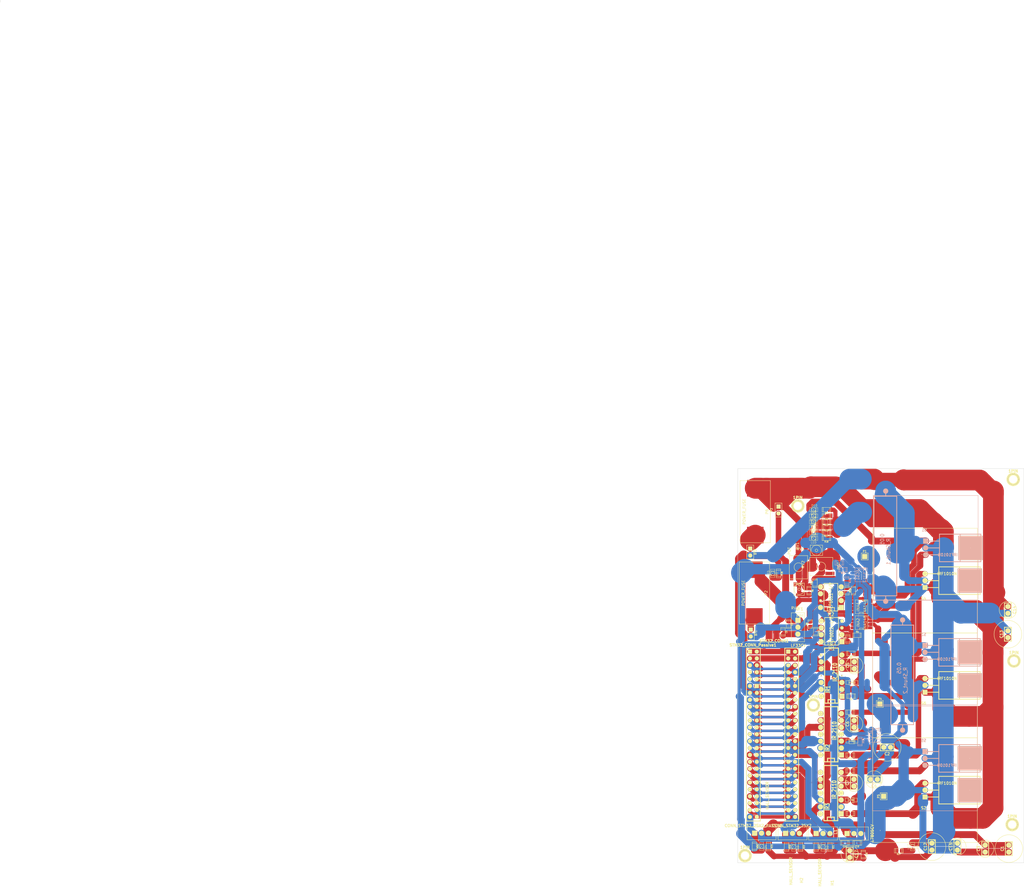
<source format=kicad_pcb>
(kicad_pcb (version 3) (host pcbnew "(2013-jul-07)-stable")
  (layers (15 F.Cu signal) (0 B.Cu signal) (18 B.Paste user) (19 F.Paste user) (20 B.SilkS user) (21 F.SilkS user) (22 B.Mask user) (23 F.Mask user) (28 Edge.Cuts user))
  (net 0 "")
  (net 1 +3.3V)
  (net 2 +48V)
  (net 3 +5V)
  (net 4 GND)
  (net 5 N-000001)
  (net 6 N-0000010)
  (net 7 N-00000103)
  (net 8 N-00000104)
  (net 9 N-00000108)
  (net 10 N-0000011)
  (net 11 N-00000113)
  (net 12 N-00000114)
  (net 13 N-0000012)
  (net 14 N-0000013)
  (net 15 N-0000014)
  (net 16 N-0000015)
  (net 17 N-0000016)
  (net 18 N-0000017)
  (net 19 N-0000018)
  (net 20 N-0000019)
  (net 21 N-000002)
  (net 22 N-0000020)
  (net 23 N-0000021)
  (net 24 N-0000022)
  (net 25 N-0000023)
  (net 26 N-0000024)
  (net 27 N-0000025)
  (net 28 N-0000026)
  (net 29 N-0000027)
  (net 30 N-0000028)
  (net 31 N-0000029)
  (net 32 N-000003)
  (net 33 N-0000030)
  (net 34 N-0000032)
  (net 35 N-0000033)
  (net 36 N-0000034)
  (net 37 N-0000035)
  (net 38 N-0000036)
  (net 39 N-0000038)
  (net 40 N-000004)
  (net 41 N-0000040)
  (net 42 N-0000041)
  (net 43 N-0000042)
  (net 44 N-0000043)
  (net 45 N-0000044)
  (net 46 N-0000045)
  (net 47 N-0000047)
  (net 48 N-0000048)
  (net 49 N-000005)
  (net 50 N-0000050)
  (net 51 N-0000051)
  (net 52 N-0000052)
  (net 53 N-0000053)
  (net 54 N-0000054)
  (net 55 N-0000055)
  (net 56 N-0000057)
  (net 57 N-0000058)
  (net 58 N-0000059)
  (net 59 N-000006)
  (net 60 N-0000060)
  (net 61 N-0000061)
  (net 62 N-0000062)
  (net 63 N-0000063)
  (net 64 N-0000064)
  (net 65 N-0000065)
  (net 66 N-0000066)
  (net 67 N-0000067)
  (net 68 N-0000068)
  (net 69 N-0000069)
  (net 70 N-000007)
  (net 71 N-0000070)
  (net 72 N-0000071)
  (net 73 N-0000072)
  (net 74 N-0000073)
  (net 75 N-0000074)
  (net 76 N-0000075)
  (net 77 N-0000076)
  (net 78 N-0000077)
  (net 79 N-0000078)
  (net 80 N-0000079)
  (net 81 N-000008)
  (net 82 N-0000080)
  (net 83 N-0000081)
  (net 84 N-0000086)
  (net 85 N-0000087)
  (net 86 N-0000088)
  (net 87 N-000009)
  (net 88 N-0000092)
  (net 89 N-0000095)
  (net 90 N-0000097)
  (net 91 N-0000098)
  (net 92 N-0000099)
  (net 93 VCC)
  (net 94 VDD)
  (module DIP-14__300 (layer F.Cu) (at 180.3146 184.0992 90)
    (fp_text reference IR3 (at -5.08 -1.27 90) (layer F.SilkS) (effects (font (size 1.524 1.143) (thickness 0.3048))))
    (fp_text value IR_2110 (at 1.27 1.27 90) (layer F.SilkS) (effects (font (size 1.524 1.143) (thickness 0.3048))))
    (pad 1 thru_hole rect (at -7.62 3.81 90) (size 1.905 1.905) (drill 0.000254) (layers *.Cu *.Mask F.SilkS) (net 59 N-000006))
    (pad 2 thru_hole circle (at -5.08 3.81 90) (size 1.905 1.905) (drill 0.000254) (layers *.Cu *.Mask F.SilkS) (net 4 GND))
    (pad 3 thru_hole circle (at -2.54 3.81 90) (size 1.905 1.905) (drill 0.000254) (layers *.Cu *.Mask F.SilkS) (net 93 VCC))
    (pad 4 thru_hole circle (at 0 3.81 90) (size 1.905 1.905) (drill 0.000254) (layers *.Cu *.Mask F.SilkS))
    (pad 5 thru_hole circle (at 2.54 3.81 90) (size 1.905 1.905) (drill 0.000254) (layers *.Cu *.Mask F.SilkS) (net 9 N-00000108))
    (pad 6 thru_hole circle (at 5.08 3.81 90) (size 1.905 1.905) (drill 0.000254) (layers *.Cu *.Mask F.SilkS) (net 81 N-000008))
    (pad 7 thru_hole circle (at 7.62 3.81 90) (size 1.905 1.905) (drill 0.000254) (layers *.Cu *.Mask F.SilkS) (net 70 N-000007))
    (pad 8 thru_hole circle (at 7.62 -3.81 90) (size 1.905 1.905) (drill 0.000254) (layers *.Cu *.Mask F.SilkS))
    (pad 9 thru_hole circle (at 5.08 -3.81 90) (size 1.905 1.905) (drill 0.000254) (layers *.Cu *.Mask F.SilkS) (net 94 VDD))
    (pad 10 thru_hole circle (at 2.54 -3.81 90) (size 1.905 1.905) (drill 0.000254) (layers *.Cu *.Mask F.SilkS) (net 69 N-0000069))
    (pad 11 thru_hole circle (at 0 -3.81 90) (size 1.905 1.905) (drill 0.000254) (layers *.Cu *.Mask F.SilkS))
    (pad 12 thru_hole circle (at -2.54 -3.81 90) (size 1.905 1.905) (drill 0.000254) (layers *.Cu *.Mask F.SilkS) (net 75 N-0000074))
    (pad 13 thru_hole circle (at -5.08 -3.81 90) (size 1.905 1.905) (drill 0.000254) (layers *.Cu *.Mask F.SilkS) (net 4 GND))
    (pad 14 thru_hole circle (at -7.62 -3.81 90) (size 1.905 1.905) (drill 0.000254) (layers *.Cu *.Mask F.SilkS))
  )
  (module TO220_small_Heatsink_stand_reduced_area (layer F.Cu) (at 166.2049 198.9455 270)
    (fp_text reference H2 (at 17.3355 -3.3401 270) (layer F.SilkS) (effects (font (size 1.016 1.016) (thickness 0.2032))))
    (fp_text value HALL_SENSOR (at 13.9065 0.5969 270) (layer F.SilkS) (effects (font (size 1.016 1.016) (thickness 0.2032))))
    (pad 1 thru_hole rect (at 0 2.54 270) (size 1.905 1.905) (drill 0.000025) (layers *.Cu *.Mask F.SilkS) (net 4 GND))
    (pad 2 thru_hole circle (at 0 -2.54 270) (size 1.905 1.905) (drill 0.000025) (layers *.Cu *.Mask F.SilkS) (net 71 N-0000070))
    (pad 3 thru_hole circle (at 0 0 270) (size 1.905 1.905) (drill 0.000025) (layers *.Cu *.Mask F.SilkS) (net 3 +5V))
  )
  (module TO220_small_Heatsink_stand_reduced_area (layer F.Cu) (at 154.7876 198.882 270)
    (fp_text reference H3 (at -12.827 1.9304 270) (layer F.SilkS) (effects (font (size 1.016 1.016) (thickness 0.2032))))
    (fp_text value HALL_SENSOR (at -13.843 -2.1336 270) (layer F.SilkS) (effects (font (size 1.016 1.016) (thickness 0.2032))))
    (pad 1 thru_hole rect (at 0 2.54 270) (size 1.905 1.905) (drill 0.000025) (layers *.Cu *.Mask F.SilkS) (net 4 GND))
    (pad 2 thru_hole circle (at 0 -2.54 270) (size 1.905 1.905) (drill 0.000025) (layers *.Cu *.Mask F.SilkS) (net 30 N-0000028))
    (pad 3 thru_hole circle (at 0 0 270) (size 1.905 1.905) (drill 0.000025) (layers *.Cu *.Mask F.SilkS) (net 3 +5V))
  )
  (module 10mm_C (layer F.Cu) (at 201.0664 167.2336)
    (fp_text reference C2 (at 0 2.413) (layer F.SilkS) (effects (font (size 1.016 1.016) (thickness 0.2032))))
    (fp_text value 1000uF hide)
    (pad 1 thru_hole circle (at -1.27 0) (size 1.905 1.905) (drill 0.000025) (layers *.Cu *.Mask F.SilkS) (net 93 VCC))
    (pad 2 thru_hole circle (at 1.27 0) (size 1.905 1.905) (drill 0.000025) (layers *.Cu *.Mask F.SilkS) (net 4 GND))
  )
  (module DIP-8__300 (layer F.Cu) (at 180.34 111.887 90)
    (fp_text reference M2 (at -6.35 0 180) (layer F.SilkS) (effects (font (size 1.27 1.143) (thickness 0.2032))))
    (fp_text value MCP6022-I/P (at 0 0 90) (layer F.SilkS) (effects (font (size 1.27 1.016) (thickness 0.2032))))
    (pad 1 thru_hole rect (at -3.81 3.81 90) (size 1.905 1.905) (drill 0.127) (layers *.Cu *.Mask F.SilkS) (net 89 N-0000095))
    (pad 2 thru_hole circle (at -1.27 3.81 90) (size 1.905 1.905) (drill 0.127) (layers *.Cu *.Mask F.SilkS) (net 89 N-0000095))
    (pad 3 thru_hole circle (at 1.27 3.81 90) (size 1.905 1.905) (drill 0.127) (layers *.Cu *.Mask F.SilkS) (net 5 N-000001))
    (pad 4 thru_hole circle (at 3.81 3.81 90) (size 1.905 1.905) (drill 0.127) (layers *.Cu *.Mask F.SilkS) (net 4 GND))
    (pad 5 thru_hole circle (at 3.81 -3.81 90) (size 1.905 1.905) (drill 0.127) (layers *.Cu *.Mask F.SilkS) (net 39 N-0000038))
    (pad 6 thru_hole circle (at 1.27 -3.81 90) (size 1.905 1.905) (drill 0.127) (layers *.Cu *.Mask F.SilkS) (net 20 N-0000019))
    (pad 7 thru_hole circle (at -1.27 -3.81 90) (size 1.016 1.016) (drill 0.127) (layers *.Cu *.Mask F.SilkS) (net 20 N-0000019))
    (pad 8 thru_hole circle (at -3.81 -3.81 90) (size 1.905 1.905) (drill 0.127) (layers *.Cu *.Mask F.SilkS) (net 1 +3.3V))
  )
  (module R_Shunt (layer B.Cu) (at 200.533 92.837 270)
    (fp_text reference R_Shunt_1 (at 2.286 -1.016 270) (layer B.SilkS) (effects (font (size 1.397 1.27) (thickness 0.2032)) (justify mirror)))
    (fp_text value 0.05 (at -2.286 1.27 270) (layer B.SilkS) (effects (font (size 1.397 1.27) (thickness 0.2032)) (justify mirror)))
    (pad 1 thru_hole circle (at -20.066 0 270) (size 1.905 1.905) (drill 0.127) (layers *.Cu *.Mask B.SilkS) (net 16 N-0000015))
    (pad 2 thru_hole circle (at 20.574 0 270) (size 1.905 1.905) (drill 0.127) (layers *.Cu *.Mask B.SilkS) (net 44 N-0000043))
  )
  (module PIN_ARRAY_STM32_25X2 (layer F.Cu) (at 165.608 160.147)
    (fp_text reference STM32_CONN1 (at -6.223 -32.131) (layer F.SilkS) (effects (font (size 1.016 1.016) (thickness 0.27432))))
    (fp_text value CONN_STM32_25X2 (at 0.35 35.975) (layer F.SilkS) (effects (font (size 1.016 1.016) (thickness 0.2032))))
    (pad 1 thru_hole rect (at -0.9939 -28.2205 270) (size 1.524 1.524) (drill 0.000254) (layers *.Cu *.Mask F.SilkS) (net 4 GND))
    (pad 2 thru_hole circle (at 1.524 -28.194 270) (size 1.524 1.524) (drill 0.000254) (layers *.Cu *.Mask F.SilkS) (net 4 GND))
    (pad 11 thru_hole circle (at -0.9939 -15.5205 270) (size 1.524 1.524) (drill 0.000254) (layers *.Cu *.Mask F.SilkS) (net 56 N-0000057))
    (pad 4 thru_hole circle (at 1.5461 -25.6805 270) (size 1.524 1.524) (drill 0.000254) (layers *.Cu *.Mask F.SilkS) (net 94 VDD))
    (pad 13 thru_hole circle (at -0.9939 -12.9805 270) (size 1.524 1.524) (drill 0.000254) (layers *.Cu *.Mask F.SilkS) (net 6 N-0000010))
    (pad 6 thru_hole circle (at 1.5461 -23.1405 270) (size 1.524 1.524) (drill 0.000254) (layers *.Cu *.Mask F.SilkS) (net 33 N-0000030))
    (pad 15 thru_hole circle (at -0.9939 -10.4405 270) (size 1.524 1.524) (drill 0.000254) (layers *.Cu *.Mask F.SilkS) (net 62 N-0000062))
    (pad 8 thru_hole circle (at 1.5461 -20.6005 270) (size 1.524 1.524) (drill 0.000254) (layers *.Cu *.Mask F.SilkS) (net 82 N-0000080))
    (pad 17 thru_hole circle (at -0.9939 -7.9005 270) (size 1.524 1.524) (drill 0.000254) (layers *.Cu *.Mask F.SilkS) (net 27 N-0000025))
    (pad 10 thru_hole circle (at 1.5461 -18.0605 270) (size 1.524 1.524) (drill 0.000254) (layers *.Cu *.Mask F.SilkS) (net 35 N-0000033))
    (pad 19 thru_hole circle (at -0.9939 -5.3605 270) (size 1.524 1.524) (drill 0.000254) (layers *.Cu *.Mask F.SilkS) (net 63 N-0000063))
    (pad 12 thru_hole circle (at 1.5461 -15.5205 270) (size 1.524 1.524) (drill 0.000254) (layers *.Cu *.Mask F.SilkS) (net 83 N-0000081))
    (pad 21 thru_hole circle (at -0.9939 -2.8205 270) (size 1.524 1.524) (drill 0.000254) (layers *.Cu *.Mask F.SilkS) (net 37 N-0000035))
    (pad 14 thru_hole circle (at 1.5461 -12.9805 270) (size 1.524 1.524) (drill 0.000254) (layers *.Cu *.Mask F.SilkS) (net 20 N-0000019))
    (pad 23 thru_hole circle (at -0.9939 -0.2805 270) (size 1.524 1.524) (drill 0.000254) (layers *.Cu *.Mask F.SilkS) (net 64 N-0000064))
    (pad 16 thru_hole circle (at 1.5461 -10.4405 270) (size 1.524 1.524) (drill 0.000254) (layers *.Cu *.Mask F.SilkS) (net 66 N-0000066))
    (pad 25 thru_hole circle (at -0.9939 2.2595 270) (size 1.524 1.524) (drill 0.000254) (layers *.Cu *.Mask F.SilkS) (net 65 N-0000065))
    (pad 18 thru_hole circle (at 1.5461 -7.9005 270) (size 1.524 1.524) (drill 0.000254) (layers *.Cu *.Mask F.SilkS) (net 29 N-0000027))
    (pad 27 thru_hole circle (at -0.9939 4.7995 270) (size 1.524 1.524) (drill 0.000254) (layers *.Cu *.Mask F.SilkS) (net 74 N-0000073))
    (pad 20 thru_hole circle (at 1.5461 -5.3605 270) (size 1.524 1.524) (drill 0.000254) (layers *.Cu *.Mask F.SilkS) (net 67 N-0000067))
    (pad 29 thru_hole circle (at -0.9939 7.3395 270) (size 1.524 1.524) (drill 0.000254) (layers *.Cu *.Mask F.SilkS) (net 75 N-0000074))
    (pad 22 thru_hole circle (at 1.5461 -2.8205 270) (size 1.524 1.524) (drill 0.000254) (layers *.Cu *.Mask F.SilkS) (net 38 N-0000036))
    (pad 31 thru_hole circle (at -0.9939 9.8795 270) (size 1.524 1.524) (drill 0.000254) (layers *.Cu *.Mask F.SilkS) (net 76 N-0000075))
    (pad 24 thru_hole circle (at 1.5461 -0.2805 270) (size 1.524 1.524) (drill 0.000254) (layers *.Cu *.Mask F.SilkS) (net 68 N-0000068))
    (pad 26 thru_hole circle (at 1.5461 2.2595 270) (size 1.524 1.524) (drill 0.000254) (layers *.Cu *.Mask F.SilkS) (net 25 N-0000023))
    (pad 33 thru_hole circle (at -0.9939 12.4195 270) (size 1.524 1.524) (drill 0.000254) (layers *.Cu *.Mask F.SilkS) (net 77 N-0000076))
    (pad 28 thru_hole circle (at 1.5461 4.7995 270) (size 1.524 1.524) (drill 0.000254) (layers *.Cu *.Mask F.SilkS) (net 19 N-0000018))
    (pad 32 thru_hole circle (at 1.5461 9.8795 270) (size 1.524 1.524) (drill 0.000254) (layers *.Cu *.Mask F.SilkS) (net 69 N-0000069))
    (pad 34 thru_hole circle (at 1.5461 12.4195 270) (size 1.524 1.524) (drill 0.000254) (layers *.Cu *.Mask F.SilkS) (net 22 N-0000020))
    (pad 36 thru_hole circle (at 1.5461 14.9595 270) (size 1.524 1.524) (drill 0.000254) (layers *.Cu *.Mask F.SilkS) (net 71 N-0000070))
    (pad 38 thru_hole circle (at 1.5461 17.4995 270) (size 1.524 1.524) (drill 0.000254) (layers *.Cu *.Mask F.SilkS) (net 30 N-0000028))
    (pad 35 thru_hole circle (at -0.9939 14.9595 270) (size 1.524 1.524) (drill 0.000254) (layers *.Cu *.Mask F.SilkS) (net 24 N-0000022))
    (pad 37 thru_hole circle (at -0.9939 17.4995 270) (size 1.524 1.524) (drill 0.000254) (layers *.Cu *.Mask F.SilkS) (net 78 N-0000077))
    (pad 3 thru_hole circle (at -0.9939 -25.6805 270) (size 1.524 1.524) (drill 0.000254) (layers *.Cu *.Mask F.SilkS) (net 94 VDD))
    (pad 5 thru_hole circle (at -0.9939 -23.1405 270) (size 1.524 1.524) (drill 0.000254) (layers *.Cu *.Mask F.SilkS) (net 60 N-0000060))
    (pad 7 thru_hole circle (at -0.9939 -20.6005 270) (size 1.524 1.524) (drill 0.000254) (layers *.Cu *.Mask F.SilkS) (net 61 N-0000061))
    (pad 9 thru_hole circle (at -0.9939 -18.0605 270) (size 1.524 1.524) (drill 0.000254) (layers *.Cu *.Mask F.SilkS) (net 34 N-0000032))
    (pad 39 thru_hole circle (at -0.9939 20.0395 270) (size 1.524 1.524) (drill 0.000254) (layers *.Cu *.Mask F.SilkS) (net 31 N-0000029))
    (pad 40 thru_hole circle (at 1.5461 20.0395 270) (size 1.524 1.524) (drill 0.000254) (layers *.Cu *.Mask F.SilkS) (net 72 N-0000071))
    (pad 30 thru_hole circle (at 1.5461 7.3395 270) (size 1.524 1.524) (drill 0.000254) (layers *.Cu *.Mask F.SilkS) (net 36 N-0000034))
    (pad 41 thru_hole circle (at -0.9939 22.5795 270) (size 1.524 1.524) (drill 0.000254) (layers *.Cu *.Mask F.SilkS) (net 73 N-0000072))
    (pad 42 thru_hole circle (at 1.5461 22.5795 270) (size 1.524 1.524) (drill 0.000254) (layers *.Cu *.Mask F.SilkS) (net 50 N-0000050))
    (pad 43 thru_hole circle (at -0.9939 25.1195 270) (size 1.524 1.524) (drill 0.000254) (layers *.Cu *.Mask F.SilkS) (net 79 N-0000078))
    (pad 44 thru_hole circle (at 1.5461 25.1195 270) (size 1.524 1.524) (drill 0.000254) (layers *.Cu *.Mask F.SilkS) (net 23 N-0000021))
    (pad 45 thru_hole circle (at -0.9939 27.6595 270) (size 1.524 1.524) (drill 0.000254) (layers *.Cu *.Mask F.SilkS) (net 80 N-0000079))
    (pad 46 thru_hole circle (at 1.5461 27.6595 270) (size 1.524 1.524) (drill 0.000254) (layers *.Cu *.Mask F.SilkS) (net 26 N-0000024))
    (pad 47 thru_hole circle (at -0.9939 30.1995 270) (size 1.524 1.524) (drill 0.000254) (layers *.Cu *.Mask F.SilkS) (net 28 N-0000026))
    (pad 48 thru_hole circle (at 1.5461 30.1995 270) (size 1.524 1.524) (drill 0.000254) (layers *.Cu *.Mask F.SilkS) (net 53 N-0000053))
    (pad 49 thru_hole circle (at -0.9939 32.7395 270) (size 1.524 1.524) (drill 0.000254) (layers *.Cu *.Mask F.SilkS) (net 4 GND))
    (pad 50 thru_hole circle (at 1.5461 32.7395 270) (size 1.524 1.524) (drill 0.000254) (layers *.Cu *.Mask F.SilkS) (net 4 GND))
  )
  (module R_Shunt (layer B.Cu) (at 206.756 140.335 270)
    (fp_text reference R_Shunt_2 (at 2.286 -1.016 270) (layer B.SilkS) (effects (font (size 1.397 1.27) (thickness 0.2032)) (justify mirror)))
    (fp_text value 0.05 (at -2.286 1.27 270) (layer B.SilkS) (effects (font (size 1.397 1.27) (thickness 0.2032)) (justify mirror)))
    (pad 1 thru_hole circle (at -20.066 0 270) (size 1.905 1.905) (drill 0.127) (layers *.Cu *.Mask B.SilkS) (net 46 N-0000045))
    (pad 2 thru_hole circle (at 20.574 0 270) (size 1.905 1.905) (drill 0.127) (layers *.Cu *.Mask B.SilkS) (net 49 N-000005))
  )
  (module PIN_ARRAY_1 (layer F.Cu) (at 192.786 96.901)
    (fp_text reference P1 (at 0 -1.905) (layer F.SilkS) (effects (font (size 0.762 0.762) (thickness 0.1524))))
    (fp_text value CONN_1 hide)
    (pad 1 thru_hole rect (at 0 0) (size 1.905 1.905) (drill 0.127) (layers *.Cu *.Mask F.SilkS) (net 51 N-0000051))
  )
  (module PIN_ARRAY_1 (layer F.Cu) (at 198.374 151.257)
    (fp_text reference P4 (at 0 -1.905) (layer F.SilkS) (effects (font (size 0.762 0.762) (thickness 0.1524))))
    (fp_text value CONN_1 hide)
    (pad 1 thru_hole rect (at 0 0) (size 1.905 1.905) (drill 0.127) (layers *.Cu *.Mask F.SilkS) (net 54 N-0000054))
  )
  (module DIP-8__300 (layer F.Cu) (at 180.594 124.46 90)
    (fp_text reference M1 (at -6.35 0 180) (layer F.SilkS) (effects (font (size 1.27 1.143) (thickness 0.2032))))
    (fp_text value MCP6022-I/P (at 0 0 90) (layer F.SilkS) (effects (font (size 1.27 1.016) (thickness 0.2032))))
    (pad 1 thru_hole rect (at -3.81 3.81 90) (size 1.905 1.905) (drill 0.127) (layers *.Cu *.Mask F.SilkS) (net 83 N-0000081))
    (pad 2 thru_hole circle (at -1.27 3.81 90) (size 1.905 1.905) (drill 0.127) (layers *.Cu *.Mask F.SilkS) (net 15 N-0000014))
    (pad 3 thru_hole circle (at 1.27 3.81 90) (size 1.27 1.27) (drill 0.127) (layers *.Cu *.Mask F.SilkS) (net 14 N-0000013))
    (pad 4 thru_hole circle (at 3.81 3.81 90) (size 1.27 1.27) (drill 0.127) (layers *.Cu *.Mask F.SilkS) (net 4 GND))
    (pad 5 thru_hole circle (at 3.81 -3.81 90) (size 1.905 1.905) (drill 0.127) (layers *.Cu *.Mask F.SilkS) (net 87 N-000009))
    (pad 6 thru_hole circle (at 1.27 -3.81 90) (size 1.905 1.905) (drill 0.127) (layers *.Cu *.Mask F.SilkS) (net 10 N-0000011))
    (pad 7 thru_hole circle (at -1.27 -3.81 90) (size 1.905 1.905) (drill 0.127) (layers *.Cu *.Mask F.SilkS) (net 6 N-0000010))
    (pad 8 thru_hole circle (at -3.81 -3.81 90) (size 1.905 1.905) (drill 0.127) (layers *.Cu *.Mask F.SilkS) (net 1 +3.3V))
  )
  (module DIP-14__300 (layer F.Cu) (at 180.3908 162.4076 90)
    (fp_text reference IR2 (at -5.08 -1.27 90) (layer F.SilkS) (effects (font (size 1.524 1.143) (thickness 0.3048))))
    (fp_text value IR_2110 (at 1.27 1.27 90) (layer F.SilkS) (effects (font (size 1.524 1.143) (thickness 0.3048))))
    (pad 1 thru_hole rect (at -7.62 3.81 90) (size 1.905 1.905) (drill 0.000254) (layers *.Cu *.Mask F.SilkS) (net 21 N-000002))
    (pad 2 thru_hole circle (at -5.08 3.81 90) (size 1.905 1.905) (drill 0.000254) (layers *.Cu *.Mask F.SilkS) (net 4 GND))
    (pad 3 thru_hole circle (at -2.54 3.81 90) (size 1.905 1.905) (drill 0.000254) (layers *.Cu *.Mask F.SilkS) (net 93 VCC))
    (pad 4 thru_hole circle (at 0 3.81 90) (size 1.905 1.905) (drill 0.000254) (layers *.Cu *.Mask F.SilkS))
    (pad 5 thru_hole circle (at 2.54 3.81 90) (size 1.905 1.905) (drill 0.000254) (layers *.Cu *.Mask F.SilkS) (net 85 N-0000087))
    (pad 6 thru_hole circle (at 5.08 3.81 90) (size 1.905 1.905) (drill 0.000254) (layers *.Cu *.Mask F.SilkS) (net 40 N-000004))
    (pad 7 thru_hole circle (at 7.62 3.81 90) (size 1.905 1.905) (drill 0.000254) (layers *.Cu *.Mask F.SilkS) (net 32 N-000003))
    (pad 8 thru_hole circle (at 7.62 -3.81 90) (size 1.905 1.905) (drill 0.000254) (layers *.Cu *.Mask F.SilkS))
    (pad 9 thru_hole circle (at 5.08 -3.81 90) (size 1.905 1.905) (drill 0.000254) (layers *.Cu *.Mask F.SilkS) (net 94 VDD))
    (pad 10 thru_hole circle (at 2.54 -3.81 90) (size 1.905 1.905) (drill 0.000254) (layers *.Cu *.Mask F.SilkS) (net 36 N-0000034))
    (pad 11 thru_hole circle (at 0 -3.81 90) (size 1.905 1.905) (drill 0.000254) (layers *.Cu *.Mask F.SilkS))
    (pad 12 thru_hole circle (at -2.54 -3.81 90) (size 1.905 1.905) (drill 0.000254) (layers *.Cu *.Mask F.SilkS) (net 74 N-0000073))
    (pad 13 thru_hole circle (at -5.08 -3.81 90) (size 1.905 1.905) (drill 0.000254) (layers *.Cu *.Mask F.SilkS) (net 4 GND))
    (pad 14 thru_hole circle (at -7.62 -3.81 90) (size 1.905 1.905) (drill 0.000254) (layers *.Cu *.Mask F.SilkS))
  )
  (module DIP-14__300 (layer F.Cu) (at 180.5686 140.7922 90)
    (fp_text reference IR1 (at -5.08 -1.27 90) (layer F.SilkS) (effects (font (size 1.524 1.143) (thickness 0.3048))))
    (fp_text value IR_2110 (at 1.27 1.27 90) (layer F.SilkS) (effects (font (size 1.524 1.143) (thickness 0.3048))))
    (pad 1 thru_hole rect (at -7.62 3.81 90) (size 1.905 1.905) (drill 0.000254) (layers *.Cu *.Mask F.SilkS) (net 13 N-0000012))
    (pad 2 thru_hole circle (at -5.08 3.81 90) (size 1.905 1.905) (drill 0.000254) (layers *.Cu *.Mask F.SilkS) (net 4 GND))
    (pad 3 thru_hole circle (at -2.54 3.81 90) (size 1.905 1.905) (drill 0.000254) (layers *.Cu *.Mask F.SilkS) (net 93 VCC))
    (pad 4 thru_hole circle (at 0 3.81 90) (size 0.508 0.508) (drill 0.000254) (layers *.Cu *.Mask F.SilkS))
    (pad 5 thru_hole circle (at 2.54 3.81 90) (size 1.905 1.905) (drill 0.000254) (layers *.Cu *.Mask F.SilkS) (net 92 N-0000099))
    (pad 6 thru_hole circle (at 5.08 3.81 90) (size 1.905 1.905) (drill 0.000254) (layers *.Cu *.Mask F.SilkS) (net 18 N-0000017))
    (pad 7 thru_hole circle (at 7.62 3.81 90) (size 1.905 1.905) (drill 0.000254) (layers *.Cu *.Mask F.SilkS) (net 17 N-0000016))
    (pad 8 thru_hole circle (at 7.62 -3.81 90) (size 1.016 1.016) (drill 0.000254) (layers *.Cu *.Mask F.SilkS))
    (pad 9 thru_hole circle (at 5.08 -3.81 90) (size 1.905 1.905) (drill 0.000254) (layers *.Cu *.Mask F.SilkS) (net 94 VDD))
    (pad 10 thru_hole circle (at 2.54 -3.81 90) (size 1.905 1.905) (drill 0.000254) (layers *.Cu *.Mask F.SilkS) (net 19 N-0000018))
    (pad 11 thru_hole circle (at 0 -3.81 90) (size 0.508 0.508) (drill 0.000254) (layers *.Cu *.Mask F.SilkS))
    (pad 12 thru_hole circle (at -2.54 -3.81 90) (size 1.905 1.905) (drill 0.000254) (layers *.Cu *.Mask F.SilkS) (net 65 N-0000065))
    (pad 13 thru_hole circle (at -5.08 -3.81 90) (size 1.905 1.905) (drill 0.000254) (layers *.Cu *.Mask F.SilkS) (net 4 GND))
    (pad 14 thru_hole circle (at -7.62 -3.81 90) (size 1.905 1.905) (drill 0.000254) (layers *.Cu *.Mask F.SilkS))
  )
  (module PIN_ARRAY_1 (layer F.Cu) (at 199.771 185.293 90)
    (fp_text reference P5 (at 0 -1.905 90) (layer F.SilkS) (effects (font (size 0.762 0.762) (thickness 0.1524))))
    (fp_text value CONN_1 hide)
    (pad 1 thru_hole rect (at 0 0 90) (size 1.905 1.905) (drill 0.127) (layers *.Cu *.Mask F.SilkS) (net 55 N-0000055))
  )
  (module TO220_small_Heatsink_stand_reduced_area (layer F.Cu) (at 177.4571 198.9963 270)
    (fp_text reference H1 (at 18.1737 -3.3909 270) (layer F.SilkS) (effects (font (size 1.016 1.016) (thickness 0.2032))))
    (fp_text value HALL_SENSOR (at 14.3637 1.1811 270) (layer F.SilkS) (effects (font (size 1.016 1.016) (thickness 0.2032))))
    (pad 1 thru_hole rect (at 0 2.54 270) (size 1.905 1.905) (drill 0.000025) (layers *.Cu *.Mask F.SilkS) (net 4 GND))
    (pad 2 thru_hole circle (at 0 -2.54 270) (size 1.905 1.905) (drill 0.000025) (layers *.Cu *.Mask F.SilkS) (net 22 N-0000020))
    (pad 3 thru_hole circle (at 0 0 270) (size 1.905 1.905) (drill 0.000025) (layers *.Cu *.Mask F.SilkS) (net 3 +5V))
  )
  (module TO220_small_Heatsink_stand_reduced_area (layer F.Cu) (at 188.8363 199.0217 270)
    (fp_text reference L1 (at -0.635 6.731 270) (layer F.SilkS) (effects (font (size 1.016 1.016) (thickness 0.2032))))
    (fp_text value L7805CV (at -0.127 -6.731 270) (layer F.SilkS) (effects (font (size 1.016 1.016) (thickness 0.2032))))
    (pad 1 thru_hole rect (at 0 2.54 270) (size 1.905 1.905) (drill 0.000025) (layers *.Cu *.Mask F.SilkS) (net 93 VCC))
    (pad 2 thru_hole circle (at 0 -2.54 270) (size 1.905 1.905) (drill 0.000025) (layers *.Cu *.Mask F.SilkS) (net 3 +5V))
    (pad 3 thru_hole circle (at 0 0 270) (size 1.905 1.905) (drill 0.000025) (layers *.Cu *.Mask F.SilkS) (net 4 GND))
  )
  (module TO220_small_Heatsink_stand_reduced_area (layer F.Cu) (at 168.1988 122.9614 180)
    (fp_text reference LF1 (at -0.635 6.731 180) (layer F.SilkS) (effects (font (size 1.016 1.016) (thickness 0.2032))))
    (fp_text value LF33CV (at -0.127 -6.731 180) (layer F.SilkS) (effects (font (size 1.016 1.016) (thickness 0.2032))))
    (pad 1 thru_hole rect (at 0 2.54 180) (size 1.905 1.905) (drill 0.000025) (layers *.Cu *.Mask F.SilkS) (net 93 VCC))
    (pad 2 thru_hole circle (at 0 -2.54 180) (size 1.905 1.905) (drill 0.000025) (layers *.Cu *.Mask F.SilkS) (net 1 +3.3V))
    (pad 3 thru_hole circle (at 0 0 180) (size 1.905 1.905) (drill 0.000025) (layers *.Cu *.Mask F.SilkS) (net 4 GND))
  )
  (module 6mm_C (layer F.Cu) (at 245.5672 116.586 90)
    (fp_text reference C14 (at 0 2.413 90) (layer F.SilkS) (effects (font (size 1.016 1.016) (thickness 0.2032))))
    (fp_text value 100uF hide)
    (pad 1 thru_hole circle (at -1.27 0 90) (size 1.905 1.905) (drill 0.000254) (layers *.Cu *.Mask F.SilkS) (net 2 +48V))
    (pad 2 thru_hole circle (at 1.27 0 90) (size 1.905 1.905) (drill 0.000254) (layers *.Cu *.Mask F.SilkS) (net 4 GND))
  )
  (module 6mm_C (layer F.Cu) (at 226.949 203.835 270)
    (fp_text reference C15 (at 0 2.413 270) (layer F.SilkS) (effects (font (size 1.016 1.016) (thickness 0.2032))))
    (fp_text value 100uF hide)
    (pad 1 thru_hole circle (at -1.27 0 270) (size 1.905 1.905) (drill 0.000254) (layers *.Cu *.Mask F.SilkS) (net 2 +48V))
    (pad 2 thru_hole circle (at 1.27 0 270) (size 1.905 1.905) (drill 0.000254) (layers *.Cu *.Mask F.SilkS) (net 4 GND))
  )
  (module 10mm_C (layer F.Cu) (at 217.551 203.835 270)
    (fp_text reference C12 (at 0 2.413 270) (layer F.SilkS) (effects (font (size 1.016 1.016) (thickness 0.2032))))
    (fp_text value 1000uF hide)
    (pad 1 thru_hole circle (at -1.27 0 270) (size 1.905 1.905) (drill 0.000025) (layers *.Cu *.Mask F.SilkS) (net 2 +48V))
    (pad 2 thru_hole circle (at 1.27 0 270) (size 1.905 1.905) (drill 0.000025) (layers *.Cu *.Mask F.SilkS) (net 4 GND))
  )
  (module 10mm_C (layer F.Cu) (at 245.5672 125.5268 270)
    (fp_text reference C13 (at 0 2.413 270) (layer F.SilkS) (effects (font (size 1.016 1.016) (thickness 0.2032))))
    (fp_text value 1000uF hide)
    (pad 1 thru_hole circle (at -1.27 0 270) (size 1.905 1.905) (drill 0.000025) (layers *.Cu *.Mask F.SilkS) (net 2 +48V))
    (pad 2 thru_hole circle (at 1.27 0 270) (size 1.905 1.905) (drill 0.000025) (layers *.Cu *.Mask F.SilkS) (net 4 GND))
  )
  (module 6mm_C (layer F.Cu) (at 196.215 179.07)
    (fp_text reference C4 (at 0 2.413) (layer F.SilkS) (effects (font (size 1.016 1.016) (thickness 0.2032))))
    (fp_text value 100uF hide)
    (pad 1 thru_hole circle (at -1.27 0) (size 1.905 1.905) (drill 0.000254) (layers *.Cu *.Mask F.SilkS) (net 93 VCC))
    (pad 2 thru_hole circle (at 1.27 0) (size 1.905 1.905) (drill 0.000254) (layers *.Cu *.Mask F.SilkS) (net 4 GND))
  )
  (module 6mm_C (layer F.Cu) (at 188.8998 158.5976 270)
    (fp_text reference C6 (at 0 2.413 270) (layer F.SilkS) (effects (font (size 1.016 1.016) (thickness 0.2032))))
    (fp_text value 100uF hide)
    (pad 1 thru_hole circle (at -1.27 0 270) (size 1.905 1.905) (drill 0.000254) (layers *.Cu *.Mask F.SilkS) (net 40 N-000004))
    (pad 2 thru_hole circle (at 1.27 0 270) (size 1.905 1.905) (drill 0.000254) (layers *.Cu *.Mask F.SilkS) (net 85 N-0000087))
  )
  (module 6mm_C (layer F.Cu) (at 237.1852 204.5716 270)
    (fp_text reference C3 (at 0 2.413 270) (layer F.SilkS) (effects (font (size 1.016 1.016) (thickness 0.2032))))
    (fp_text value 100uF hide)
    (pad 1 thru_hole circle (at -1.27 0 270) (size 1.905 1.905) (drill 0.000254) (layers *.Cu *.Mask F.SilkS) (net 93 VCC))
    (pad 2 thru_hole circle (at 1.27 0 270) (size 1.905 1.905) (drill 0.000254) (layers *.Cu *.Mask F.SilkS) (net 4 GND))
  )
  (module 6mm_C (layer F.Cu) (at 188.9506 136.9822 270)
    (fp_text reference C5 (at 0 2.413 270) (layer F.SilkS) (effects (font (size 1.016 1.016) (thickness 0.2032))))
    (fp_text value 100uF hide)
    (pad 1 thru_hole circle (at -1.27 0 270) (size 1.905 1.905) (drill 0.000254) (layers *.Cu *.Mask F.SilkS) (net 18 N-0000017))
    (pad 2 thru_hole circle (at 1.27 0 270) (size 1.905 1.905) (drill 0.000254) (layers *.Cu *.Mask F.SilkS) (net 92 N-0000099))
  )
  (module 10mm_C (layer F.Cu) (at 245.8974 204.5716 270)
    (fp_text reference C1 (at 0 2.413 270) (layer F.SilkS) (effects (font (size 1.016 1.016) (thickness 0.2032))))
    (fp_text value 1000uF hide)
    (pad 1 thru_hole circle (at -1.27 0 270) (size 1.905 1.905) (drill 0.000025) (layers *.Cu *.Mask F.SilkS) (net 93 VCC))
    (pad 2 thru_hole circle (at 1.27 0 270) (size 1.905 1.905) (drill 0.000025) (layers *.Cu *.Mask F.SilkS) (net 4 GND))
  )
  (module 6mm_C (layer F.Cu) (at 188.8236 180.2892 270)
    (fp_text reference C7 (at 0 2.413 270) (layer F.SilkS) (effects (font (size 1.016 1.016) (thickness 0.2032))))
    (fp_text value 100u hide)
    (pad 1 thru_hole circle (at -1.27 0 270) (size 1.905 1.905) (drill 0.000254) (layers *.Cu *.Mask F.SilkS) (net 81 N-000008))
    (pad 2 thru_hole circle (at 1.27 0 270) (size 1.905 1.905) (drill 0.000254) (layers *.Cu *.Mask F.SilkS) (net 9 N-00000108))
  )
  (module 6mm_C (layer F.Cu) (at 187.2742 206.5782 90)
    (fp_text reference C17 (at 0 2.413 90) (layer F.SilkS) (effects (font (size 1.016 1.016) (thickness 0.2032))))
    (fp_text value 100uF hide)
    (pad 1 thru_hole circle (at -1.27 0 90) (size 1.905 1.905) (drill 0.000254) (layers *.Cu *.Mask F.SilkS) (net 94 VDD))
    (pad 2 thru_hole circle (at 1.27 0 90) (size 1.905 1.905) (drill 0.000254) (layers *.Cu *.Mask F.SilkS) (net 4 GND))
  )
  (module INA_148 (layer F.Cu) (at 191.643 115.4176 90)
    (fp_text reference INA1 (at 0 -1.27 90) (layer F.SilkS) (effects (font (size 1.143 1.016) (thickness 0.127))))
    (fp_text value INA148 (at 0 1.27 90) (layer F.SilkS) (effects (font (size 1.016 1.016) (thickness 0.127))))
    (pad 8 smd rect (at -1.905 -3.175 90) (size 1.016 1.651) (layers F.Cu F.Paste F.Mask))
    (pad 7 smd rect (at -0.635 -3.175 90) (size 1.016 1.651) (layers F.Cu F.Paste F.Mask) (net 1 +3.3V))
    (pad 6 smd rect (at 0.635 -3.175 90) (size 1.016 1.651) (layers F.Cu F.Paste F.Mask) (net 14 N-0000013))
    (pad 5 smd rect (at 1.905 -3.175 90) (size 1.016 1.651) (layers F.Cu F.Paste F.Mask))
    (pad 4 smd rect (at 1.905 3.175 90) (size 1.016 1.651) (layers F.Cu F.Paste F.Mask) (net 4 GND))
    (pad 3 smd rect (at 0.635 3.175 90) (size 1.016 1.651) (layers F.Cu F.Paste F.Mask) (net 16 N-0000015))
    (pad 2 smd rect (at -0.635 3.175 90) (size 1.016 1.651) (layers F.Cu F.Paste F.Mask) (net 44 N-0000043))
    (pad 1 smd rect (at -1.905 3.175 90) (size 1.016 1.651) (layers F.Cu F.Paste F.Mask) (net 89 N-0000095))
  )
  (module INA_148 (layer F.Cu) (at 191.643 121.2596 90)
    (fp_text reference INA2 (at 0 -1.27 90) (layer F.SilkS) (effects (font (size 1.143 1.016) (thickness 0.127))))
    (fp_text value INA148 (at 0 1.27 90) (layer F.SilkS) (effects (font (size 1.016 1.016) (thickness 0.127))))
    (pad 8 smd rect (at -1.905 -3.175 90) (size 1.016 1.651) (layers F.Cu F.Paste F.Mask))
    (pad 7 smd rect (at -0.635 -3.175 90) (size 1.016 1.651) (layers F.Cu F.Paste F.Mask) (net 1 +3.3V))
    (pad 6 smd rect (at 0.635 -3.175 90) (size 1.016 1.651) (layers F.Cu F.Paste F.Mask) (net 87 N-000009))
    (pad 5 smd rect (at 1.905 -3.175 90) (size 1.016 1.651) (layers F.Cu F.Paste F.Mask))
    (pad 4 smd rect (at 1.905 3.175 90) (size 1.016 1.651) (layers F.Cu F.Paste F.Mask) (net 4 GND))
    (pad 3 smd rect (at 0.635 3.175 90) (size 1.016 1.651) (layers F.Cu F.Paste F.Mask) (net 46 N-0000045))
    (pad 2 smd rect (at -0.635 3.175 90) (size 1.016 1.651) (layers F.Cu F.Paste F.Mask) (net 49 N-000005))
    (pad 1 smd rect (at -1.905 3.175 90) (size 1.016 1.651) (layers F.Cu F.Paste F.Mask) (net 89 N-0000095))
  )
  (module TO220_Big_Heat_Sink_Drain_Sink (layer B.Cu) (at 215.265 93.726)
    (fp_text reference S1 (at -0.508 -6.604) (layer B.SilkS) (effects (font (size 1.016 1.016) (thickness 0.2032)) (justify mirror)))
    (fp_text value IRF1010N (at 8.128 2.54) (layer B.SilkS) (effects (font (size 1.016 1.016) (thickness 0.2032)) (justify mirror)))
    (pad 1 thru_hole rect (at 0 -2.54) (size 1.905 1.905) (drill 0.127) (layers *.Cu *.Mask B.SilkS) (net 16 N-0000015))
    (pad 2 thru_hole circle (at 0 2.54) (size 1.905 1.905) (drill 0.000254) (layers *.Cu *.Mask B.SilkS) (net 90 N-0000097))
    (pad 3 thru_hole circle (at 0 0) (size 1.905 1.905) (drill 0.000254) (layers *.Cu *.Mask B.SilkS) (net 2 +48V))
    (pad 3 thru_hole rect (at 16.51 0) (size 8.89 8.89) (drill 0.127) (layers *.Cu *.SilkS *.Mask) (net 2 +48V))
  )
  (module TO220_Big_Heat_Sink_Drain_Sink (layer F.Cu) (at 215.011 105.791)
    (fp_text reference S4 (at -0.508 6.604) (layer F.SilkS) (effects (font (size 1.016 1.016) (thickness 0.2032))))
    (fp_text value IRF1010N (at 8.128 -2.54) (layer F.SilkS) (effects (font (size 1.016 1.016) (thickness 0.2032))))
    (pad 1 thru_hole rect (at 0 2.54) (size 1.778 1.778) (drill 0.000025) (layers *.Cu *.Mask F.SilkS) (net 4 GND))
    (pad 2 thru_hole circle (at 0 -2.54) (size 1.905 1.905) (drill 0.000025) (layers *.Cu *.Mask F.SilkS) (net 91 N-0000098))
    (pad 3 thru_hole circle (at 0 0) (size 1.905 1.905) (drill 0.000025) (layers *.Cu *.Mask F.SilkS) (net 16 N-0000015))
    (pad 3 thru_hole rect (at 16.51 0) (size 8.89 8.89) (drill 0.127) (layers *.Cu *.SilkS *.Mask) (net 16 N-0000015))
  )
  (module TO220_Big_Heat_Sink_Drain_Sink (layer B.Cu) (at 215.011 132.207)
    (fp_text reference S3 (at -0.508 -6.604) (layer B.SilkS) (effects (font (size 1.016 1.016) (thickness 0.2032)) (justify mirror)))
    (fp_text value IRF1010N (at 8.128 2.54) (layer B.SilkS) (effects (font (size 1.016 1.016) (thickness 0.2032)) (justify mirror)))
    (pad 1 thru_hole rect (at 0 -2.54) (size 1.905 1.905) (drill 0.127) (layers *.Cu *.Mask B.SilkS) (net 46 N-0000045))
    (pad 2 thru_hole circle (at 0 2.54) (size 1.905 1.905) (drill 0.000254) (layers *.Cu *.Mask B.SilkS) (net 84 N-0000086))
    (pad 3 thru_hole circle (at 0 0) (size 1.905 1.905) (drill 0.000254) (layers *.Cu *.Mask B.SilkS) (net 2 +48V))
    (pad 3 thru_hole rect (at 16.51 0) (size 8.89 8.89) (drill 0.127) (layers *.Cu *.SilkS *.Mask) (net 2 +48V))
  )
  (module TO220_Big_Heat_Sink_Drain_Sink (layer F.Cu) (at 215.011 183.007)
    (fp_text reference S2 (at -0.508 6.604) (layer F.SilkS) (effects (font (size 1.016 1.016) (thickness 0.2032))))
    (fp_text value IRF1010N (at 8.128 -2.54) (layer F.SilkS) (effects (font (size 1.016 1.016) (thickness 0.2032))))
    (pad 1 thru_hole rect (at 0 2.54) (size 1.778 1.778) (drill 0.000025) (layers *.Cu *.Mask F.SilkS) (net 4 GND))
    (pad 2 thru_hole circle (at 0 -2.54) (size 1.905 1.905) (drill 0.000025) (layers *.Cu *.Mask F.SilkS) (net 7 N-00000103))
    (pad 3 thru_hole circle (at 0 0) (size 1.905 1.905) (drill 0.000025) (layers *.Cu *.Mask F.SilkS) (net 55 N-0000055))
    (pad 3 thru_hole rect (at 16.51 0) (size 8.89 8.89) (drill 0.127) (layers *.Cu *.SilkS *.Mask) (net 55 N-0000055))
  )
  (module PIN_ARRAY_STM32_25X2 (layer F.Cu) (at 151.511 160.147)
    (fp_text reference STM32_CONN_Passive1 (at 0.127 -30.607) (layer F.SilkS) (effects (font (size 1.016 1.016) (thickness 0.27432))))
    (fp_text value CONN_STM32_25X2_PASSIVE (at 0.35 35.975) (layer F.SilkS) (effects (font (size 1.016 1.016) (thickness 0.2032))))
    (pad 1 thru_hole rect (at -0.9939 -28.2205 270) (size 1.524 1.524) (drill 0.000254) (layers *.Cu *.Mask F.SilkS) (net 4 GND))
    (pad 2 thru_hole circle (at 1.524 -28.194 270) (size 1.524 1.524) (drill 0.000254) (layers *.Cu *.Mask F.SilkS) (net 4 GND))
    (pad 11 thru_hole circle (at -0.9939 -15.5205 270) (size 1.524 1.524) (drill 0.000254) (layers *.Cu *.Mask F.SilkS) (net 56 N-0000057))
    (pad 4 thru_hole circle (at 1.5461 -25.6805 270) (size 1.524 1.524) (drill 0.000254) (layers *.Cu *.Mask F.SilkS) (net 94 VDD))
    (pad 13 thru_hole circle (at -0.9939 -12.9805 270) (size 1.524 1.524) (drill 0.000254) (layers *.Cu *.Mask F.SilkS) (net 6 N-0000010))
    (pad 6 thru_hole circle (at 1.5461 -23.1405 270) (size 1.524 1.524) (drill 0.000254) (layers *.Cu *.Mask F.SilkS) (net 33 N-0000030))
    (pad 15 thru_hole circle (at -0.9939 -10.4405 270) (size 1.524 1.524) (drill 0.000254) (layers *.Cu *.Mask F.SilkS) (net 62 N-0000062))
    (pad 8 thru_hole circle (at 1.5461 -20.6005 270) (size 1.524 1.524) (drill 0.000254) (layers *.Cu *.Mask F.SilkS) (net 82 N-0000080))
    (pad 17 thru_hole circle (at -0.9939 -7.9005 270) (size 1.524 1.524) (drill 0.000254) (layers *.Cu *.Mask F.SilkS) (net 27 N-0000025))
    (pad 10 thru_hole circle (at 1.5461 -18.0605 270) (size 1.524 1.524) (drill 0.000254) (layers *.Cu *.Mask F.SilkS) (net 35 N-0000033))
    (pad 19 thru_hole circle (at -0.9939 -5.3605 270) (size 1.524 1.524) (drill 0.000254) (layers *.Cu *.Mask F.SilkS) (net 63 N-0000063))
    (pad 12 thru_hole rect (at 1.5461 -15.5205 270) (size 1.524 1.524) (drill 0.000254) (layers *.Cu *.Mask F.SilkS) (net 83 N-0000081))
    (pad 21 thru_hole circle (at -0.9939 -2.8205 270) (size 1.524 1.524) (drill 0.000254) (layers *.Cu *.Mask F.SilkS) (net 37 N-0000035))
    (pad 14 thru_hole circle (at 1.5461 -12.9805 270) (size 1.524 1.524) (drill 0.000254) (layers *.Cu *.Mask F.SilkS) (net 20 N-0000019))
    (pad 23 thru_hole circle (at -0.9939 -0.2805 270) (size 1.524 1.524) (drill 0.000254) (layers *.Cu *.Mask F.SilkS) (net 64 N-0000064))
    (pad 16 thru_hole circle (at 1.5461 -10.4405 270) (size 1.524 1.524) (drill 0.000254) (layers *.Cu *.Mask F.SilkS) (net 66 N-0000066))
    (pad 25 thru_hole circle (at -0.9939 2.2595 270) (size 1.524 1.524) (drill 0.000254) (layers *.Cu *.Mask F.SilkS) (net 65 N-0000065))
    (pad 18 thru_hole circle (at 1.5461 -7.9005 270) (size 1.524 1.524) (drill 0.000254) (layers *.Cu *.Mask F.SilkS) (net 29 N-0000027))
    (pad 27 thru_hole circle (at -0.9939 4.7995 270) (size 1.524 1.524) (drill 0.000254) (layers *.Cu *.Mask F.SilkS) (net 74 N-0000073))
    (pad 20 thru_hole circle (at 1.5461 -5.3605 270) (size 1.524 1.524) (drill 0.000254) (layers *.Cu *.Mask F.SilkS) (net 67 N-0000067))
    (pad 29 thru_hole circle (at -0.9939 7.3395 270) (size 1.524 1.524) (drill 0.000254) (layers *.Cu *.Mask F.SilkS) (net 75 N-0000074))
    (pad 22 thru_hole circle (at 1.5461 -2.8205 270) (size 1.524 1.524) (drill 0.000254) (layers *.Cu *.Mask F.SilkS) (net 38 N-0000036))
    (pad 31 thru_hole circle (at -0.9939 9.8795 270) (size 1.524 1.524) (drill 0.000254) (layers *.Cu *.Mask F.SilkS) (net 76 N-0000075))
    (pad 24 thru_hole circle (at 1.5461 -0.2805 270) (size 1.524 1.524) (drill 0.000254) (layers *.Cu *.Mask F.SilkS) (net 68 N-0000068))
    (pad 26 thru_hole circle (at 1.5461 2.2595 270) (size 1.524 1.524) (drill 0.000254) (layers *.Cu *.Mask F.SilkS) (net 25 N-0000023))
    (pad 33 thru_hole circle (at -0.9939 12.4195 270) (size 1.524 1.524) (drill 0.000254) (layers *.Cu *.Mask F.SilkS) (net 77 N-0000076))
    (pad 28 thru_hole circle (at 1.5461 4.7995 270) (size 1.524 1.524) (drill 0.000254) (layers *.Cu *.Mask F.SilkS) (net 19 N-0000018))
    (pad 32 thru_hole circle (at 1.5461 9.8795 270) (size 1.524 1.524) (drill 0.000254) (layers *.Cu *.Mask F.SilkS) (net 69 N-0000069))
    (pad 34 thru_hole circle (at 1.5461 12.4195 270) (size 1.524 1.524) (drill 0.000254) (layers *.Cu *.Mask F.SilkS) (net 22 N-0000020))
    (pad 36 thru_hole circle (at 1.5461 14.9595 270) (size 1.524 1.524) (drill 0.000254) (layers *.Cu *.Mask F.SilkS) (net 71 N-0000070))
    (pad 38 thru_hole circle (at 1.5461 17.4995 270) (size 1.524 1.524) (drill 0.000254) (layers *.Cu *.Mask F.SilkS) (net 30 N-0000028))
    (pad 35 thru_hole circle (at -0.9939 14.9595 270) (size 1.524 1.524) (drill 0.000254) (layers *.Cu *.Mask F.SilkS) (net 24 N-0000022))
    (pad 37 thru_hole circle (at -0.9939 17.4995 270) (size 1.524 1.524) (drill 0.000254) (layers *.Cu *.Mask F.SilkS) (net 78 N-0000077))
    (pad 3 thru_hole circle (at -0.9939 -25.6805 270) (size 1.524 1.524) (drill 0.000254) (layers *.Cu *.Mask F.SilkS) (net 94 VDD))
    (pad 5 thru_hole circle (at -0.9939 -23.1405 270) (size 1.524 1.524) (drill 0.000254) (layers *.Cu *.Mask F.SilkS) (net 60 N-0000060))
    (pad 7 thru_hole circle (at -0.9939 -20.6005 270) (size 1.524 1.524) (drill 0.000254) (layers *.Cu *.Mask F.SilkS) (net 61 N-0000061))
    (pad 9 thru_hole circle (at -0.9939 -18.0605 270) (size 1.524 1.524) (drill 0.000254) (layers *.Cu *.Mask F.SilkS) (net 34 N-0000032))
    (pad 39 thru_hole circle (at -0.9939 20.0395 270) (size 1.524 1.524) (drill 0.000254) (layers *.Cu *.Mask F.SilkS) (net 31 N-0000029))
    (pad 40 thru_hole circle (at 1.5461 20.0395 270) (size 1.524 1.524) (drill 0.000254) (layers *.Cu *.Mask F.SilkS) (net 72 N-0000071))
    (pad 30 thru_hole circle (at 1.5461 7.3395 270) (size 1.524 1.524) (drill 0.000254) (layers *.Cu *.Mask F.SilkS) (net 36 N-0000034))
    (pad 41 thru_hole circle (at -0.9939 22.5795 270) (size 1.524 1.524) (drill 0.000254) (layers *.Cu *.Mask F.SilkS) (net 73 N-0000072))
    (pad 42 thru_hole circle (at 1.5461 22.5795 270) (size 1.524 1.524) (drill 0.000254) (layers *.Cu *.Mask F.SilkS) (net 50 N-0000050))
    (pad 43 thru_hole circle (at -0.9939 25.1195 270) (size 1.524 1.524) (drill 0.000254) (layers *.Cu *.Mask F.SilkS) (net 79 N-0000078))
    (pad 44 thru_hole circle (at 1.5461 25.1195 270) (size 1.524 1.524) (drill 0.000254) (layers *.Cu *.Mask F.SilkS) (net 23 N-0000021))
    (pad 45 thru_hole circle (at -0.9939 27.6595 270) (size 1.524 1.524) (drill 0.000254) (layers *.Cu *.Mask F.SilkS) (net 80 N-0000079))
    (pad 46 thru_hole circle (at 1.5461 27.6595 270) (size 1.524 1.524) (drill 0.000254) (layers *.Cu *.Mask F.SilkS) (net 26 N-0000024))
    (pad 47 thru_hole circle (at -0.9939 30.1995 270) (size 1.524 1.524) (drill 0.000254) (layers *.Cu *.Mask F.SilkS) (net 28 N-0000026))
    (pad 48 thru_hole circle (at 1.5461 30.1995 270) (size 1.524 1.524) (drill 0.000254) (layers *.Cu *.Mask F.SilkS) (net 53 N-0000053))
    (pad 49 thru_hole circle (at -0.9939 32.7395 270) (size 1.524 1.524) (drill 0.000254) (layers *.Cu *.Mask F.SilkS) (net 4 GND))
    (pad 50 thru_hole circle (at 1.5461 32.7395 270) (size 1.524 1.524) (drill 0.000254) (layers *.Cu *.Mask F.SilkS) (net 4 GND))
  )
  (module TO220_Big_Heat_Sink_Drain_Sink (layer B.Cu) (at 215.011 171.323)
    (fp_text reference S5 (at -0.508 -6.604) (layer B.SilkS) (effects (font (size 1.016 1.016) (thickness 0.2032)) (justify mirror)))
    (fp_text value IRF1010N (at 8.128 2.54) (layer B.SilkS) (effects (font (size 1.016 1.016) (thickness 0.2032)) (justify mirror)))
    (pad 1 thru_hole rect (at 0 -2.54) (size 1.905 1.905) (drill 0.127) (layers *.Cu *.Mask B.SilkS) (net 55 N-0000055))
    (pad 2 thru_hole circle (at 0 2.54) (size 1.905 1.905) (drill 0.000254) (layers *.Cu *.Mask B.SilkS) (net 8 N-00000104))
    (pad 3 thru_hole circle (at 0 0) (size 1.905 1.905) (drill 0.000254) (layers *.Cu *.Mask B.SilkS) (net 2 +48V))
    (pad 3 thru_hole rect (at 16.51 0) (size 8.89 8.89) (drill 0.127) (layers *.Cu *.SilkS *.Mask) (net 2 +48V))
  )
  (module ACS712 (layer B.Cu) (at 191.516 103.632 270)
    (fp_text reference ACS1 (at 0 1.27 270) (layer B.SilkS) (effects (font (size 1.143 1.016) (thickness 0.127)) (justify mirror)))
    (fp_text value ACS712 (at 0 -1.27 270) (layer B.SilkS) (effects (font (size 1.016 1.016) (thickness 0.127)) (justify mirror)))
    (pad 8 smd rect (at -1.905 3.175 270) (size 1.016 1.651) (layers B.Cu B.Paste B.Mask) (net 3 +5V))
    (pad 7 smd rect (at -0.635 3.175 270) (size 1.016 1.651) (layers B.Cu B.Paste B.Mask) (net 82 N-0000080))
    (pad 6 smd rect (at 0.635 3.175 270) (size 1.016 1.651) (layers B.Cu B.Paste B.Mask) (net 52 N-0000052))
    (pad 5 smd rect (at 1.905 3.175 270) (size 1.016 1.651) (layers B.Cu B.Paste B.Mask) (net 4 GND))
    (pad 4 smd rect (at 1.905 -3.175 270) (size 1.016 1.651) (layers B.Cu B.Paste B.Mask) (net 44 N-0000043))
    (pad 3 smd rect (at 0.635 -3.175 270) (size 1.016 1.651) (layers B.Cu B.Paste B.Mask) (net 44 N-0000043))
    (pad 2 smd rect (at -0.635 -3.175 270) (size 1.016 1.651) (layers B.Cu B.Paste B.Mask) (net 51 N-0000051))
    (pad 1 smd rect (at -1.905 -3.175 270) (size 1.016 1.651) (layers B.Cu B.Paste B.Mask) (net 51 N-0000051))
  )
  (module ACS712 (layer B.Cu) (at 196.469 162.814 270)
    (fp_text reference ACS2 (at 0 1.27 270) (layer B.SilkS) (effects (font (size 1.143 1.016) (thickness 0.127)) (justify mirror)))
    (fp_text value ACS712 (at 0 -1.27 270) (layer B.SilkS) (effects (font (size 1.016 1.016) (thickness 0.127)) (justify mirror)))
    (pad 8 smd rect (at -1.905 3.175 270) (size 1.016 1.651) (layers B.Cu B.Paste B.Mask) (net 3 +5V))
    (pad 7 smd rect (at -0.635 3.175 270) (size 1.016 1.651) (layers B.Cu B.Paste B.Mask) (net 34 N-0000032))
    (pad 6 smd rect (at 0.635 3.175 270) (size 1.016 1.651) (layers B.Cu B.Paste B.Mask) (net 48 N-0000048))
    (pad 5 smd rect (at 1.905 3.175 270) (size 1.016 1.651) (layers B.Cu B.Paste B.Mask) (net 4 GND))
    (pad 4 smd rect (at 1.905 -3.175 270) (size 1.016 1.651) (layers B.Cu B.Paste B.Mask) (net 49 N-000005))
    (pad 3 smd rect (at 0.635 -3.175 270) (size 1.016 1.651) (layers B.Cu B.Paste B.Mask) (net 49 N-000005))
    (pad 2 smd rect (at -0.635 -3.175 270) (size 1.016 1.651) (layers B.Cu B.Paste B.Mask) (net 54 N-0000054))
    (pad 1 smd rect (at -1.905 -3.175 270) (size 1.016 1.651) (layers B.Cu B.Paste B.Mask) (net 54 N-0000054))
  )
  (module R_1206 (layer F.Cu) (at 187.452 175.895 180)
    (fp_text reference R19 (at 0.0254 -1.2954 180) (layer F.SilkS) (effects (font (size 0.50038 0.50038) (thickness 0.11938))))
    (fp_text value 36 hide)
    (pad 1 smd rect (at 1.397 0 180) (size 1.6002 1.8034) (layers F.Cu F.Paste F.Mask) (net 70 N-000007))
    (pad 2 smd rect (at -1.397 0 180) (size 1.6002 1.8034) (layers F.Cu F.Paste F.Mask) (net 8 N-00000104))
  )
  (module R_1206 (layer F.Cu) (at 174.9171 203.9239 270)
    (fp_text reference R24 (at 0.0254 -1.2954 270) (layer F.SilkS) (effects (font (size 0.50038 0.50038) (thickness 0.11938))))
    (fp_text value 1k hide)
    (pad 1 smd rect (at 1.397 0 270) (size 1.6002 1.8034) (layers F.Cu F.Paste F.Mask) (net 88 N-0000092))
    (pad 2 smd rect (at -1.397 0 270) (size 1.6002 1.8034) (layers F.Cu F.Paste F.Mask) (net 4 GND))
  )
  (module R_1206 (layer F.Cu) (at 179.9971 203.9239 270)
    (fp_text reference R21 (at 0.0254 -1.2954 270) (layer F.SilkS) (effects (font (size 0.50038 0.50038) (thickness 0.11938))))
    (fp_text value 1k hide)
    (pad 1 smd rect (at 1.397 0 270) (size 1.6002 1.8034) (layers F.Cu F.Paste F.Mask) (net 94 VDD))
    (pad 2 smd rect (at -1.397 0 270) (size 1.6002 1.8034) (layers F.Cu F.Paste F.Mask) (net 22 N-0000020))
  )
  (module R_1206 (layer F.Cu) (at 163.9697 203.9239 270)
    (fp_text reference R25 (at 0.0254 -1.2954 270) (layer F.SilkS) (effects (font (size 0.50038 0.50038) (thickness 0.11938))))
    (fp_text value 1k hide)
    (pad 1 smd rect (at 1.397 0 270) (size 1.6002 1.8034) (layers F.Cu F.Paste F.Mask) (net 11 N-00000113))
    (pad 2 smd rect (at -1.397 0 270) (size 1.6002 1.8034) (layers F.Cu F.Paste F.Mask) (net 4 GND))
  )
  (module R_1206 (layer F.Cu) (at 169.1767 203.9239 270)
    (fp_text reference R22 (at 0.0254 -1.2954 270) (layer F.SilkS) (effects (font (size 0.50038 0.50038) (thickness 0.11938))))
    (fp_text value 1k hide)
    (pad 1 smd rect (at 1.397 0 270) (size 1.6002 1.8034) (layers F.Cu F.Paste F.Mask) (net 94 VDD))
    (pad 2 smd rect (at -1.397 0 270) (size 1.6002 1.8034) (layers F.Cu F.Paste F.Mask) (net 71 N-0000070))
  )
  (module R_1206 (layer F.Cu) (at 157.353 203.708 270)
    (fp_text reference R23 (at 0.0254 -1.2954 270) (layer F.SilkS) (effects (font (size 0.50038 0.50038) (thickness 0.11938))))
    (fp_text value 1k hide)
    (pad 1 smd rect (at 1.397 0 270) (size 1.6002 1.8034) (layers F.Cu F.Paste F.Mask) (net 94 VDD))
    (pad 2 smd rect (at -1.397 0 270) (size 1.6002 1.8034) (layers F.Cu F.Paste F.Mask) (net 30 N-0000028))
  )
  (module R_1206 (layer F.Cu) (at 189.9666 125.9332)
    (fp_text reference R5 (at 0.0254 -1.2954) (layer F.SilkS) (effects (font (size 0.50038 0.50038) (thickness 0.11938))))
    (fp_text value 1k hide)
    (pad 1 smd rect (at 1.397 0) (size 1.6002 1.8034) (layers F.Cu F.Paste F.Mask) (net 89 N-0000095))
    (pad 2 smd rect (at -1.397 0) (size 1.6002 1.8034) (layers F.Cu F.Paste F.Mask) (net 15 N-0000014))
  )
  (module R_1206 (layer F.Cu) (at 172.72 121.793 90)
    (fp_text reference R8 (at 0.0254 -1.2954 90) (layer F.SilkS) (effects (font (size 0.50038 0.50038) (thickness 0.11938))))
    (fp_text value 1k hide)
    (pad 1 smd rect (at 1.397 0 90) (size 1.6002 1.8034) (layers F.Cu F.Paste F.Mask) (net 89 N-0000095))
    (pad 2 smd rect (at -1.397 0 90) (size 1.6002 1.8034) (layers F.Cu F.Paste F.Mask) (net 10 N-0000011))
  )
  (module R_1206 (layer F.Cu) (at 174.752 124.587 270)
    (fp_text reference R11 (at 0.0254 -1.2954 270) (layer F.SilkS) (effects (font (size 0.50038 0.50038) (thickness 0.11938))))
    (fp_text value 1k hide)
    (pad 1 smd rect (at 1.397 0 270) (size 1.6002 1.8034) (layers F.Cu F.Paste F.Mask) (net 6 N-0000010))
    (pad 2 smd rect (at -1.397 0 270) (size 1.6002 1.8034) (layers F.Cu F.Paste F.Mask) (net 10 N-0000011))
  )
  (module R_1206 (layer F.Cu) (at 186.563 127.2794 90)
    (fp_text reference R9 (at 0.0254 -1.2954 90) (layer F.SilkS) (effects (font (size 0.50038 0.50038) (thickness 0.11938))))
    (fp_text value 1k hide)
    (pad 1 smd rect (at 1.397 0 90) (size 1.6002 1.8034) (layers F.Cu F.Paste F.Mask) (net 15 N-0000014))
    (pad 2 smd rect (at -1.397 0 90) (size 1.6002 1.8034) (layers F.Cu F.Paste F.Mask) (net 83 N-0000081))
  )
  (module R_1206 (layer F.Cu) (at 152.146 203.708 270)
    (fp_text reference R26 (at 0.0254 -1.2954 270) (layer F.SilkS) (effects (font (size 0.50038 0.50038) (thickness 0.11938))))
    (fp_text value 1k hide)
    (pad 1 smd rect (at 1.397 0 270) (size 1.6002 1.8034) (layers F.Cu F.Paste F.Mask) (net 12 N-00000114))
    (pad 2 smd rect (at -1.397 0 270) (size 1.6002 1.8034) (layers F.Cu F.Paste F.Mask) (net 4 GND))
  )
  (module R_1206 (layer F.Cu) (at 178.689 79.629 180)
    (fp_text reference R1 (at 0.0254 -1.2954 180) (layer F.SilkS) (effects (font (size 0.50038 0.50038) (thickness 0.11938))))
    (fp_text value 1k hide)
    (pad 1 smd rect (at 1.397 0 180) (size 1.6002 1.8034) (layers F.Cu F.Paste F.Mask) (net 45 N-0000044))
    (pad 2 smd rect (at -1.397 0 180) (size 1.6002 1.8034) (layers F.Cu F.Paste F.Mask) (net 2 +48V))
  )
  (module R_1206 (layer F.Cu) (at 178.689 81.915 180)
    (fp_text reference R3 (at 0.0254 -1.2954 180) (layer F.SilkS) (effects (font (size 0.50038 0.50038) (thickness 0.11938))))
    (fp_text value 1k hide)
    (pad 1 smd rect (at 1.397 0 180) (size 1.6002 1.8034) (layers F.Cu F.Paste F.Mask) (net 45 N-0000044))
    (pad 2 smd rect (at -1.397 0 180) (size 1.6002 1.8034) (layers F.Cu F.Paste F.Mask) (net 4 GND))
  )
  (module R_1206 (layer F.Cu) (at 178.689 84.074 180)
    (fp_text reference R13 (at 0.0254 -1.2954 180) (layer F.SilkS) (effects (font (size 0.50038 0.50038) (thickness 0.11938))))
    (fp_text value 1k hide)
    (pad 1 smd rect (at 1.397 0 180) (size 1.6002 1.8034) (layers F.Cu F.Paste F.Mask) (net 42 N-0000041))
    (pad 2 smd rect (at -1.397 0 180) (size 1.6002 1.8034) (layers F.Cu F.Paste F.Mask) (net 2 +48V))
  )
  (module R_1206 (layer F.Cu) (at 178.689 86.106 180)
    (fp_text reference R15 (at 0.0254 -1.2954 180) (layer F.SilkS) (effects (font (size 0.50038 0.50038) (thickness 0.11938))))
    (fp_text value 1k hide)
    (pad 1 smd rect (at 1.397 0 180) (size 1.6002 1.8034) (layers F.Cu F.Paste F.Mask) (net 42 N-0000041))
    (pad 2 smd rect (at -1.397 0 180) (size 1.6002 1.8034) (layers F.Cu F.Paste F.Mask) (net 4 GND))
  )
  (module R_1206 (layer F.Cu) (at 178.689 88.138 180)
    (fp_text reference R17 (at 0.0254 -1.2954 180) (layer F.SilkS) (effects (font (size 0.50038 0.50038) (thickness 0.11938))))
    (fp_text value 1k hide)
    (pad 1 smd rect (at 1.397 0 180) (size 1.6002 1.8034) (layers F.Cu F.Paste F.Mask) (net 41 N-0000040))
    (pad 2 smd rect (at -1.397 0 180) (size 1.6002 1.8034) (layers F.Cu F.Paste F.Mask) (net 2 +48V))
  )
  (module R_1206 (layer F.Cu) (at 178.689 90.17 180)
    (fp_text reference R18 (at 0.0254 -1.2954 180) (layer F.SilkS) (effects (font (size 0.50038 0.50038) (thickness 0.11938))))
    (fp_text value 1k hide)
    (pad 1 smd rect (at 1.397 0 180) (size 1.6002 1.8034) (layers F.Cu F.Paste F.Mask) (net 41 N-0000040))
    (pad 2 smd rect (at -1.397 0 180) (size 1.6002 1.8034) (layers F.Cu F.Paste F.Mask) (net 4 GND))
  )
  (module R_1206 (layer F.Cu) (at 187.5282 191.6684 180)
    (fp_text reference R20 (at 0.0254 -1.2954 180) (layer F.SilkS) (effects (font (size 0.50038 0.50038) (thickness 0.11938))))
    (fp_text value 36 hide)
    (pad 1 smd rect (at 1.397 0 180) (size 1.6002 1.8034) (layers F.Cu F.Paste F.Mask) (net 59 N-000006))
    (pad 2 smd rect (at -1.397 0 180) (size 1.6002 1.8034) (layers F.Cu F.Paste F.Mask) (net 7 N-00000103))
  )
  (module R_1206 (layer F.Cu) (at 187.452 154.305 180)
    (fp_text reference R14 (at 0.0254 -1.2954 180) (layer F.SilkS) (effects (font (size 0.50038 0.50038) (thickness 0.11938))))
    (fp_text value 36 hide)
    (pad 1 smd rect (at 1.397 0 180) (size 1.6002 1.8034) (layers F.Cu F.Paste F.Mask) (net 32 N-000003))
    (pad 2 smd rect (at -1.397 0 180) (size 1.6002 1.8034) (layers F.Cu F.Paste F.Mask) (net 84 N-0000086))
  )
  (module R_1206 (layer F.Cu) (at 187.452 170.0784 180)
    (fp_text reference R16 (at 0.0254 -1.2954 180) (layer F.SilkS) (effects (font (size 0.50038 0.50038) (thickness 0.11938))))
    (fp_text value 36 hide)
    (pad 1 smd rect (at 1.397 0 180) (size 1.6002 1.8034) (layers F.Cu F.Paste F.Mask) (net 21 N-000002))
    (pad 2 smd rect (at -1.397 0 180) (size 1.6002 1.8034) (layers F.Cu F.Paste F.Mask) (net 86 N-0000088))
  )
  (module R_1206 (layer F.Cu) (at 172.339 109.474 270)
    (fp_text reference R6 (at 0.0254 -1.2954 270) (layer F.SilkS) (effects (font (size 0.50038 0.50038) (thickness 0.11938))))
    (fp_text value 3.9k hide)
    (pad 1 smd rect (at 1.397 0 270) (size 1.6002 1.8034) (layers F.Cu F.Paste F.Mask) (net 2 +48V))
    (pad 2 smd rect (at -1.397 0 270) (size 1.6002 1.8034) (layers F.Cu F.Paste F.Mask) (net 39 N-0000038))
  )
  (module R_1206 (layer F.Cu) (at 174.498 106.68 90)
    (fp_text reference R10 (at 0.0254 -1.2954 90) (layer F.SilkS) (effects (font (size 0.50038 0.50038) (thickness 0.11938))))
    (fp_text value 1k hide)
    (pad 1 smd rect (at 1.397 0 90) (size 1.6002 1.8034) (layers F.Cu F.Paste F.Mask) (net 4 GND))
    (pad 2 smd rect (at -1.397 0 90) (size 1.6002 1.8034) (layers F.Cu F.Paste F.Mask) (net 39 N-0000038))
  )
  (module R_1206 (layer F.Cu) (at 187.7822 148.3614 180)
    (fp_text reference R4 (at 0.0254 -1.2954 180) (layer F.SilkS) (effects (font (size 0.50038 0.50038) (thickness 0.11938))))
    (fp_text value 36 hide)
    (pad 1 smd rect (at 1.397 0 180) (size 1.6002 1.8034) (layers F.Cu F.Paste F.Mask) (net 13 N-0000012))
    (pad 2 smd rect (at -1.397 0 180) (size 1.6002 1.8034) (layers F.Cu F.Paste F.Mask) (net 91 N-0000098))
  )
  (module R_1206 (layer F.Cu) (at 187.706 132.588 180)
    (fp_text reference R2 (at 0.0254 -1.2954 180) (layer F.SilkS) (effects (font (size 0.50038 0.50038) (thickness 0.11938))))
    (fp_text value 36 hide)
    (pad 1 smd rect (at 1.397 0 180) (size 1.6002 1.8034) (layers F.Cu F.Paste F.Mask) (net 17 N-0000016))
    (pad 2 smd rect (at -1.397 0 180) (size 1.6002 1.8034) (layers F.Cu F.Paste F.Mask) (net 90 N-0000097))
  )
  (module R_1206 (layer F.Cu) (at 186.2582 109.4486 270)
    (fp_text reference R12 (at 0.0254 -1.2954 270) (layer F.SilkS) (effects (font (size 0.50038 0.50038) (thickness 0.11938))))
    (fp_text value 1k hide)
    (pad 1 smd rect (at 1.397 0 270) (size 1.6002 1.8034) (layers F.Cu F.Paste F.Mask) (net 5 N-000001))
    (pad 2 smd rect (at -1.397 0 270) (size 1.6002 1.8034) (layers F.Cu F.Paste F.Mask) (net 4 GND))
  )
  (module R_1206 (layer F.Cu) (at 188.595 109.4486 90)
    (fp_text reference R7 (at 0.0254 -1.2954 90) (layer F.SilkS) (effects (font (size 0.50038 0.50038) (thickness 0.11938))))
    (fp_text value 1k hide)
    (pad 1 smd rect (at 1.397 0 90) (size 1.6002 1.8034) (layers F.Cu F.Paste F.Mask) (net 94 VDD))
    (pad 2 smd rect (at -1.397 0 90) (size 1.6002 1.8034) (layers F.Cu F.Paste F.Mask) (net 5 N-000001))
  )
  (module c_1206 (layer F.Cu) (at 164.7444 121.8184 270)
    (fp_text reference C8 (at 0.0254 -1.2954 270) (layer F.SilkS) (effects (font (size 0.50038 0.50038) (thickness 0.11938))))
    (fp_text value 0.1uF hide)
    (pad 1 smd rect (at 1.397 0 270) (size 1.6002 1.8034) (layers F.Cu F.Paste F.Mask) (net 4 GND))
    (pad 2 smd rect (at -1.397 0 270) (size 1.6002 1.8034) (layers F.Cu F.Paste F.Mask) (net 93 VCC))
  )
  (module c_1206 (layer F.Cu) (at 162.7124 124.6378 270)
    (fp_text reference C9 (at 0.0254 -1.2954 270) (layer F.SilkS) (effects (font (size 0.50038 0.50038) (thickness 0.11938))))
    (fp_text value 2.2uF hide)
    (pad 1 smd rect (at 1.397 0 270) (size 1.6002 1.8034) (layers F.Cu F.Paste F.Mask) (net 1 +3.3V))
    (pad 2 smd rect (at -1.397 0 270) (size 1.6002 1.8034) (layers F.Cu F.Paste F.Mask) (net 4 GND))
  )
  (module c_1206 (layer F.Cu) (at 185.4708 202.438 180)
    (fp_text reference C11 (at 0.0254 -1.2954 180) (layer F.SilkS) (effects (font (size 0.50038 0.50038) (thickness 0.11938))))
    (fp_text value 0.33uF hide)
    (pad 1 smd rect (at 1.397 0 180) (size 1.6002 1.8034) (layers F.Cu F.Paste F.Mask) (net 4 GND))
    (pad 2 smd rect (at -1.397 0 180) (size 1.6002 1.8034) (layers F.Cu F.Paste F.Mask) (net 93 VCC))
  )
  (module c_1206 (layer F.Cu) (at 190.0555 202.5015 180)
    (fp_text reference C10 (at 0.0254 -1.2954 180) (layer F.SilkS) (effects (font (size 0.50038 0.50038) (thickness 0.11938))))
    (fp_text value 0.1uF hide)
    (pad 1 smd rect (at 1.397 0 180) (size 1.6002 1.8034) (layers F.Cu F.Paste F.Mask) (net 4 GND))
    (pad 2 smd rect (at -1.397 0 180) (size 1.6002 1.8034) (layers F.Cu F.Paste F.Mask) (net 3 +5V))
  )
  (module c_1206 (layer B.Cu) (at 186.182 105.918 90)
    (fp_text reference C19 (at 0.0254 1.2954 90) (layer B.SilkS) (effects (font (size 0.50038 0.50038) (thickness 0.11938)) (justify mirror)))
    (fp_text value 1nF hide)
    (pad 1 smd rect (at 1.397 0 90) (size 1.6002 1.8034) (layers B.Cu B.Paste B.Mask) (net 52 N-0000052))
    (pad 2 smd rect (at -1.397 0 90) (size 1.6002 1.8034) (layers B.Cu B.Paste B.Mask) (net 4 GND))
  )
  (module c_1206 (layer B.Cu) (at 184.785 101.727)
    (fp_text reference C18 (at 0.0254 1.2954) (layer B.SilkS) (effects (font (size 0.50038 0.50038) (thickness 0.11938)) (justify mirror)))
    (fp_text value 0.1uF hide)
    (pad 1 smd rect (at 1.397 0) (size 1.6002 1.8034) (layers B.Cu B.Paste B.Mask) (net 3 +5V))
    (pad 2 smd rect (at -1.397 0) (size 1.6002 1.8034) (layers B.Cu B.Paste B.Mask) (net 4 GND))
  )
  (module c_1206 (layer B.Cu) (at 191.008 165.1 90)
    (fp_text reference C21 (at 0.0254 1.2954 90) (layer B.SilkS) (effects (font (size 0.50038 0.50038) (thickness 0.11938)) (justify mirror)))
    (fp_text value 1nF hide)
    (pad 1 smd rect (at 1.397 0 90) (size 1.6002 1.8034) (layers B.Cu B.Paste B.Mask) (net 48 N-0000048))
    (pad 2 smd rect (at -1.397 0 90) (size 1.6002 1.8034) (layers B.Cu B.Paste B.Mask) (net 4 GND))
  )
  (module c_1206 (layer B.Cu) (at 183.4134 99.2632)
    (fp_text reference C20 (at 0.0254 1.2954) (layer B.SilkS) (effects (font (size 0.50038 0.50038) (thickness 0.11938)) (justify mirror)))
    (fp_text value 0.1uF hide)
    (pad 1 smd rect (at 1.397 0) (size 1.6002 1.8034) (layers B.Cu B.Paste B.Mask) (net 3 +5V))
    (pad 2 smd rect (at -1.397 0) (size 1.6002 1.8034) (layers B.Cu B.Paste B.Mask) (net 4 GND))
  )
  (module LED-1206 (layer F.Cu) (at 154.813 203.708 270)
    (fp_text reference D4 (at 0.254 -1.524 270) (layer F.SilkS) (effects (font (size 0.762 0.762) (thickness 0.0889))))
    (fp_text value LED (at 0 1.524 270) (layer F.SilkS) (effects (font (size 0.762 0.762) (thickness 0.0889))))
    (pad 1 smd rect (at -1.41986 0 270) (size 1.59766 1.80086) (layers F.Cu F.Paste F.Mask) (net 30 N-0000028))
    (pad 2 smd rect (at 1.41986 0 270) (size 1.59766 1.80086) (layers F.Cu F.Paste F.Mask) (net 12 N-00000114))
  )
  (module LED-1206 (layer F.Cu) (at 166.6367 203.9239 270)
    (fp_text reference D3 (at 0.254 -1.524 270) (layer F.SilkS) (effects (font (size 0.762 0.762) (thickness 0.0889))))
    (fp_text value LED (at 0 1.524 270) (layer F.SilkS) (effects (font (size 0.762 0.762) (thickness 0.0889))))
    (pad 1 smd rect (at -1.41986 0 270) (size 1.59766 1.80086) (layers F.Cu F.Paste F.Mask) (net 71 N-0000070))
    (pad 2 smd rect (at 1.41986 0 270) (size 1.59766 1.80086) (layers F.Cu F.Paste F.Mask) (net 11 N-00000113))
  )
  (module LED-1206 (layer F.Cu) (at 177.4571 203.9239 270)
    (fp_text reference D2 (at 0.254 -1.524 270) (layer F.SilkS) (effects (font (size 0.762 0.762) (thickness 0.0889))))
    (fp_text value LED (at 0 1.524 270) (layer F.SilkS) (effects (font (size 0.762 0.762) (thickness 0.0889))))
    (pad 1 smd rect (at -1.41986 0 270) (size 1.59766 1.80086) (layers F.Cu F.Paste F.Mask) (net 22 N-0000020))
    (pad 2 smd rect (at 1.41986 0 270) (size 1.59766 1.80086) (layers F.Cu F.Paste F.Mask) (net 88 N-0000092))
  )
  (module TO220_Big_Heat_Sink_Drain_Sink (layer F.Cu) (at 215.011 144.399)
    (fp_text reference S6 (at -0.508 6.604) (layer F.SilkS) (effects (font (size 1.016 1.016) (thickness 0.2032))))
    (fp_text value IRF1010N (at 8.128 -2.54) (layer F.SilkS) (effects (font (size 1.016 1.016) (thickness 0.2032))))
    (pad 1 thru_hole rect (at 0 2.54) (size 1.778 1.778) (drill 0.000025) (layers *.Cu *.Mask F.SilkS) (net 4 GND))
    (pad 2 thru_hole circle (at 0 -2.54) (size 1.905 1.905) (drill 0.000025) (layers *.Cu *.Mask F.SilkS) (net 86 N-0000088))
    (pad 3 thru_hole circle (at 0 0) (size 1.905 1.905) (drill 0.000025) (layers *.Cu *.Mask F.SilkS) (net 46 N-0000045))
    (pad 3 thru_hole rect (at 16.51 0) (size 8.89 8.89) (drill 0.127) (layers *.Cu *.SilkS *.Mask) (net 46 N-0000045))
  )
  (module R_1206 (layer F.Cu) (at 205.359 205.359 180)
    (fp_text reference R27 (at 0.0254 -1.2954 180) (layer F.SilkS) (effects (font (size 0.50038 0.50038) (thickness 0.11938))))
    (fp_text value R hide)
    (pad 1 smd rect (at 1.397 0 180) (size 1.6002 1.8034) (layers F.Cu F.Paste F.Mask) (net 4 GND))
    (pad 2 smd rect (at -1.397 0 180) (size 1.6002 1.8034) (layers F.Cu F.Paste F.Mask) (net 43 N-0000042))
  )
  (module R_1206 (layer F.Cu) (at 161.036 103.124 270)
    (fp_text reference R28 (at 0.0254 -1.2954 270) (layer F.SilkS) (effects (font (size 0.50038 0.50038) (thickness 0.11938))))
    (fp_text value R hide)
    (pad 1 smd rect (at 1.397 0 270) (size 1.6002 1.8034) (layers F.Cu F.Paste F.Mask) (net 47 N-0000047))
    (pad 2 smd rect (at -1.397 0 270) (size 1.6002 1.8034) (layers F.Cu F.Paste F.Mask) (net 4 GND))
  )
  (module LED-1206 (layer F.Cu) (at 210.439 203.835 270)
    (fp_text reference D5 (at 0.254 -1.524 270) (layer F.SilkS) (effects (font (size 0.762 0.762) (thickness 0.0889))))
    (fp_text value LED (at 0 1.524 270) (layer F.SilkS) (effects (font (size 0.762 0.762) (thickness 0.0889))))
    (pad 1 smd rect (at -1.41986 0 270) (size 1.59766 1.80086) (layers F.Cu F.Paste F.Mask) (net 2 +48V))
    (pad 2 smd rect (at 1.41986 0 270) (size 1.59766 1.80086) (layers F.Cu F.Paste F.Mask) (net 43 N-0000042))
  )
  (module LED-1206 (layer F.Cu) (at 158.877 103.124 270)
    (fp_text reference D1 (at 0.254 -1.524 270) (layer F.SilkS) (effects (font (size 0.762 0.762) (thickness 0.0889))))
    (fp_text value LED (at 0 1.524 270) (layer F.SilkS) (effects (font (size 0.762 0.762) (thickness 0.0889))))
    (pad 1 smd rect (at -1.41986 0 270) (size 1.59766 1.80086) (layers F.Cu F.Paste F.Mask) (net 93 VCC))
    (pad 2 smd rect (at 1.41986 0 270) (size 1.59766 1.80086) (layers F.Cu F.Paste F.Mask) (net 47 N-0000047))
  )
  (module fuse_holder_SMD (layer F.Cu) (at 152.4762 80.3656 270)
    (fp_text reference P6 (at 0 -4.318 270) (layer F.SilkS))
    (fp_text value POWER_FUSE (at 0 4.064 270) (layer F.SilkS))
    (pad 2 smd rect (at 8.636 0 270) (size 6.096 6.096) (layers F.Cu F.Paste F.Mask) (net 57 N-0000058))
    (pad 1 smd rect (at -8.636 0 270) (size 6.096 6.096) (layers F.Cu F.Paste F.Mask) (net 2 +48V))
  )
  (module fuse_holder_SMD (layer F.Cu) (at 152.146 110.363 270)
    (fp_text reference P2 (at 0 -4.318 270) (layer F.SilkS))
    (fp_text value POWER_FUSE (at 0 4.064 270) (layer F.SilkS))
    (pad 2 smd rect (at 8.636 0 270) (size 6.096 6.096) (layers F.Cu F.Paste F.Mask) (net 58 N-0000059))
    (pad 1 smd rect (at -8.636 0 270) (size 6.096 6.096) (layers F.Cu F.Paste F.Mask) (net 93 VCC))
  )
  (module PIN_ARRAY_2X1 (layer F.Cu) (at 150.8252 125.1204 270)
    (fp_text reference BT1 (at 0 -1.905 270) (layer F.SilkS) (effects (font (size 0.762 0.762) (thickness 0.1524))))
    (fp_text value BATTERY_12V hide)
    (pad 1 thru_hole rect (at -1.27 0 270) (size 1.524 1.524) (drill 0.000025) (layers *.Cu *.Mask F.SilkS) (net 58 N-0000059))
    (pad 2 thru_hole circle (at 1.27 0 270) (size 1.524 1.524) (drill 0.000025) (layers *.Cu *.Mask F.SilkS) (net 4 GND))
  )
  (module PIN_ARRAY_2X1 (layer F.Cu) (at 150.622 95.25 270)
    (fp_text reference BT2 (at 0 -1.905 270) (layer F.SilkS) (effects (font (size 0.762 0.762) (thickness 0.1524))))
    (fp_text value BATTERY_48 hide)
    (pad 1 thru_hole rect (at -1.27 0 270) (size 1.524 1.524) (drill 0.000025) (layers *.Cu *.Mask F.SilkS) (net 57 N-0000058))
    (pad 2 thru_hole circle (at 1.27 0 270) (size 1.524 1.524) (drill 0.000025) (layers *.Cu *.Mask F.SilkS) (net 4 GND))
  )
  (module pin_2 (layer F.Cu) (at 161.036 79.756 270)
    (fp_text reference P3 (at 0 2.54 270) (layer F.SilkS) (effects (font (size 0.762 0.762) (thickness 0.1524))))
    (fp_text value CONN_2 hide)
    (pad 1 thru_hole rect (at -1.27 0 270) (size 1.524 1.524) (drill 0.000025) (layers *.Cu *.Mask F.SilkS) (net 2 +48V))
    (pad 2 thru_hole circle (at 1.27 0 270) (size 1.524 1.524) (drill 0.000025) (layers *.Cu *.Mask F.SilkS) (net 93 VCC))
  )
  (module Trimmer_20K_1.5mmW_4.5mmL_3.8mmH (layer F.Cu) (at 168.656 108.966 180)
    (fp_text reference RV3 (at 1.5875 -6.9342 180) (layer F.SilkS))
    (fp_text value POT (at -0.254 -9.9568 180) (layer F.SilkS))
    (pad 1 smd rect (at 0 -2.0066 180) (size 2.3876 1.0922) (layers F.Cu F.Paste F.Mask) (net 2 +48V))
    (pad 2 smd rect (at -1.4478 1.8034 180) (size 1.2954 1.4986) (layers F.Cu F.Paste F.Mask) (net 39 N-0000038))
    (pad 3 smd rect (at 1.4478 1.8034 180) (size 1.2954 1.4986) (layers F.Cu F.Paste F.Mask))
  )
  (module Trimmer_20K_1.5mmW_4.5mmL_3.8mmH (layer F.Cu) (at 175.006 94.615 90)
    (fp_text reference RV1 (at 1.5875 -6.9342 90) (layer F.SilkS))
    (fp_text value POT (at -0.254 -9.9568 90) (layer F.SilkS))
    (pad 1 smd rect (at 0 -2.0066 90) (size 2.3876 1.0922) (layers F.Cu F.Paste F.Mask) (net 39 N-0000038))
    (pad 2 smd rect (at -1.4478 1.8034 90) (size 1.2954 1.4986) (layers F.Cu F.Paste F.Mask) (net 4 GND))
    (pad 3 smd rect (at 1.4478 1.8034 90) (size 1.2954 1.4986) (layers F.Cu F.Paste F.Mask))
  )
  (module Trimmer_100K_5.21mmW_6.71mmL (layer F.Cu) (at 168.402 100.838)
    (fp_text reference RV4 (at 0.762 -6.6802) (layer F.SilkS))
    (fp_text value POT (at 0.2286 6.477) (layer F.SilkS))
    (pad 1 smd rect (at 0 -3.1877) (size 1.2192 3.3274) (layers F.Cu F.Paste F.Mask) (net 2 +48V))
    (pad 2 smd rect (at 2.54 3.1877) (size 1.2192 3.3274) (layers F.Cu F.Paste F.Mask) (net 39 N-0000038))
    (pad 3 smd rect (at -2.54 3.1877) (size 1.2192 3.3274) (layers F.Cu F.Paste F.Mask))
  )
  (module Trimmer_100K_5.21mmW_6.71mmL (layer F.Cu) (at 176.784 100.584 90)
    (fp_text reference RV2 (at 0.762 -6.6802 90) (layer F.SilkS))
    (fp_text value POT (at 0.2286 6.477 90) (layer F.SilkS))
    (pad 1 smd rect (at 0 -3.1877 90) (size 1.2192 3.3274) (layers F.Cu F.Paste F.Mask) (net 39 N-0000038))
    (pad 2 smd rect (at 2.54 3.1877 90) (size 1.2192 3.3274) (layers F.Cu F.Paste F.Mask) (net 4 GND))
    (pad 3 smd rect (at -2.54 3.1877 90) (size 1.2192 3.3274) (layers F.Cu F.Paste F.Mask))
  )
  (module LED-1206 (layer F.Cu) (at 173.99 79.629)
    (fp_text reference D10 (at 0.254 -1.524) (layer F.SilkS) (effects (font (size 0.762 0.762) (thickness 0.0889))))
    (fp_text value LED (at 0 1.524) (layer F.SilkS) (effects (font (size 0.762 0.762) (thickness 0.0889))))
    (pad 1 smd rect (at -1.41986 0) (size 1.59766 1.80086) (layers F.Cu F.Paste F.Mask) (net 16 N-0000015))
    (pad 2 smd rect (at 1.41986 0) (size 1.59766 1.80086) (layers F.Cu F.Paste F.Mask) (net 45 N-0000044))
  )
  (module LED-1206 (layer F.Cu) (at 173.99 81.915 180)
    (fp_text reference D11 (at 0.254 -1.524 180) (layer F.SilkS) (effects (font (size 0.762 0.762) (thickness 0.0889))))
    (fp_text value LED (at 0 1.524 180) (layer F.SilkS) (effects (font (size 0.762 0.762) (thickness 0.0889))))
    (pad 1 smd rect (at -1.41986 0 180) (size 1.59766 1.80086) (layers F.Cu F.Paste F.Mask) (net 45 N-0000044))
    (pad 2 smd rect (at 1.41986 0 180) (size 1.59766 1.80086) (layers F.Cu F.Paste F.Mask) (net 16 N-0000015))
  )
  (module LED-1206 (layer F.Cu) (at 173.99 84.074)
    (fp_text reference D8 (at 0.254 -1.524) (layer F.SilkS) (effects (font (size 0.762 0.762) (thickness 0.0889))))
    (fp_text value LED (at 0 1.524) (layer F.SilkS) (effects (font (size 0.762 0.762) (thickness 0.0889))))
    (pad 1 smd rect (at -1.41986 0) (size 1.59766 1.80086) (layers F.Cu F.Paste F.Mask) (net 46 N-0000045))
    (pad 2 smd rect (at 1.41986 0) (size 1.59766 1.80086) (layers F.Cu F.Paste F.Mask) (net 42 N-0000041))
  )
  (module LED-1206 (layer F.Cu) (at 173.99 86.106 180)
    (fp_text reference D9 (at 0.254 -1.524 180) (layer F.SilkS) (effects (font (size 0.762 0.762) (thickness 0.0889))))
    (fp_text value LED (at 0 1.524 180) (layer F.SilkS) (effects (font (size 0.762 0.762) (thickness 0.0889))))
    (pad 1 smd rect (at -1.41986 0 180) (size 1.59766 1.80086) (layers F.Cu F.Paste F.Mask) (net 42 N-0000041))
    (pad 2 smd rect (at 1.41986 0 180) (size 1.59766 1.80086) (layers F.Cu F.Paste F.Mask) (net 46 N-0000045))
  )
  (module LED-1206 (layer F.Cu) (at 173.99 90.17)
    (fp_text reference D6 (at 0.254 -1.524) (layer F.SilkS) (effects (font (size 0.762 0.762) (thickness 0.0889))))
    (fp_text value LED (at 0 1.524) (layer F.SilkS) (effects (font (size 0.762 0.762) (thickness 0.0889))))
    (pad 1 smd rect (at -1.41986 0) (size 1.59766 1.80086) (layers F.Cu F.Paste F.Mask) (net 55 N-0000055))
    (pad 2 smd rect (at 1.41986 0) (size 1.59766 1.80086) (layers F.Cu F.Paste F.Mask) (net 41 N-0000040))
  )
  (module LED-1206 (layer F.Cu) (at 173.99 88.138 180)
    (fp_text reference D7 (at 0.254 -1.524 180) (layer F.SilkS) (effects (font (size 0.762 0.762) (thickness 0.0889))))
    (fp_text value LED (at 0 1.524 180) (layer F.SilkS) (effects (font (size 0.762 0.762) (thickness 0.0889))))
    (pad 1 smd rect (at -1.41986 0 180) (size 1.59766 1.80086) (layers F.Cu F.Paste F.Mask) (net 41 N-0000040))
    (pad 2 smd rect (at 1.41986 0 180) (size 1.59766 1.80086) (layers F.Cu F.Paste F.Mask) (net 55 N-0000055))
  )
  (module SOD-123 (layer F.Cu) (at 187.833 186.69)
    (fp_text reference 1N3 (at -0.0508 -0.4064) (layer F.SilkS) (effects (font (size 0.254 0.254) (thickness 0.0508))))
    (fp_text value 1N4003 (at 0 0) (layer F.SilkS) (effects (font (size 0.4318 0.4318) (thickness 0.0889))))
    (pad 1 smd rect (at -1.6256 -0.0254) (size 0.9652 1.27) (layers F.Cu F.Paste F.Mask) (net 93 VCC))
    (pad 2 smd rect (at 1.651 -0.0254) (size 0.9652 1.27) (layers F.Cu F.Paste F.Mask) (net 81 N-000008))
  )
  (module SOD-123 (layer F.Cu) (at 188.087 164.973)
    (fp_text reference 1N2 (at -0.0508 -0.4064) (layer F.SilkS) (effects (font (size 0.254 0.254) (thickness 0.0508))))
    (fp_text value 1N4003 (at 0 0) (layer F.SilkS) (effects (font (size 0.4318 0.4318) (thickness 0.0889))))
    (pad 1 smd rect (at -1.6256 -0.0254) (size 0.9652 1.27) (layers F.Cu F.Paste F.Mask) (net 93 VCC))
    (pad 2 smd rect (at 1.651 -0.0254) (size 0.9652 1.27) (layers F.Cu F.Paste F.Mask) (net 40 N-000004))
  )
  (module SOD-123 (layer F.Cu) (at 188.087 143.383)
    (fp_text reference 1N1 (at -0.0508 -0.4064) (layer F.SilkS) (effects (font (size 0.254 0.254) (thickness 0.0508))))
    (fp_text value 1N4003 (at 0 0) (layer F.SilkS) (effects (font (size 0.4318 0.4318) (thickness 0.0889))))
    (pad 1 smd rect (at -1.6256 -0.0254) (size 0.9652 1.27) (layers F.Cu F.Paste F.Mask) (net 93 VCC))
    (pad 2 smd rect (at 1.651 -0.0254) (size 0.9652 1.27) (layers F.Cu F.Paste F.Mask) (net 18 N-0000017))
  )
  (module c_1206 (layer F.Cu) (at 192.278 206.756 270)
    (fp_text reference C16 (at 0.0254 -1.2954 270) (layer F.SilkS) (effects (font (size 0.50038 0.50038) (thickness 0.11938))))
    (fp_text value 10uF hide)
    (pad 1 smd rect (at 1.397 0 270) (size 1.6002 1.8034) (layers F.Cu F.Paste F.Mask) (net 94 VDD))
    (pad 2 smd rect (at -1.397 0 270) (size 1.6002 1.8034) (layers F.Cu F.Paste F.Mask) (net 4 GND))
  )
  (module 1pin (layer F.Cu) (at 247.523 68.453)
    (fp_text reference 1PIN (at 0 -3.048) (layer F.SilkS) (effects (font (size 1.016 1.016) (thickness 0.254))))
    (fp_text value P*** hide)
    (pad 1 thru_hole circle (at 0 0) (size 4.064 4.064) (drill 3.048) (layers *.Cu *.Mask F.SilkS))
  )
  (module 1pin (layer F.Cu) (at 247.142 195.707)
    (fp_text reference 1PIN (at 0 -3.048) (layer F.SilkS) (effects (font (size 1.016 1.016) (thickness 0.254))))
    (fp_text value P*** hide)
    (pad 1 thru_hole circle (at 0 0) (size 4.064 4.064) (drill 3.048) (layers *.Cu *.Mask F.SilkS))
  )
  (module 1pin (layer F.Cu) (at 247.777 135.382)
    (fp_text reference 1PIN (at 0 -3.048) (layer F.SilkS) (effects (font (size 1.016 1.016) (thickness 0.254))))
    (fp_text value P*** hide)
    (pad 1 thru_hole circle (at 0 0) (size 4.064 4.064) (drill 3.048) (layers *.Cu *.Mask F.SilkS))
  )
  (module 1pin (layer F.Cu) (at 148.717 207.137)
    (fp_text reference 1PIN (at 0 -3.048) (layer F.SilkS) (effects (font (size 1.016 1.016) (thickness 0.254))))
    (fp_text value P*** hide)
    (pad 1 thru_hole circle (at 0 0) (size 4.064 4.064) (drill 3.048) (layers *.Cu *.Mask F.SilkS))
  )
  (module 1pin (layer F.Cu) (at 173.863 151.638)
    (fp_text reference 1PIN (at 0 -3.048) (layer F.SilkS) (effects (font (size 1.016 1.016) (thickness 0.254))))
    (fp_text value P*** hide)
    (pad 1 thru_hole circle (at 0 0) (size 4.064 4.064) (drill 3.048) (layers *.Cu *.Mask F.SilkS))
  )
  (module 1pin (layer F.Cu) (at 168.148 78.232)
    (fp_text reference 1PIN (at 0 -3.048) (layer F.SilkS) (effects (font (size 1.016 1.016) (thickness 0.254))))
    (fp_text value P*** hide)
    (pad 1 thru_hole circle (at 0 0) (size 4.064 4.064) (drill 3.048) (layers *.Cu *.Mask F.SilkS))
  )
  (gr_line (start 147.066 209.804) (end 146.05 209.804) (angle 90) (layer Edge.Cuts) (width 0.1))
  (gr_line (start 251.46 64.516) (end 251.46 209.804) (angle 90) (layer Edge.Cuts) (width 0.1))
  (gr_line (start 236.474 64.516) (end 251.46 64.516) (angle 90) (layer Edge.Cuts) (width 0.1))
  (gr_line (start 147.066 209.804) (end 251.46 209.804) (angle 90) (layer Edge.Cuts) (width 0.1))
  (gr_line (start 146.05 64.516) (end 146.05 209.804) (angle 90) (layer Edge.Cuts) (width 0.1))
  (gr_line (start 236.474 64.516) (end 146.05 64.516) (angle 90) (layer Edge.Cuts) (width 0.1))
  (gr_line (start -125.73 -108.204) (end -125.73 -107.442) (angle 90) (layer Edge.Cuts) (width 0.1))
  (segment (start 179.197 126.6698) (end 178.943 126.6698) (width 1.905) (layer B.Cu) (net 1))
  (segment (start 178.5112 119.4816) (end 179.197 120.1674) (width 1.905) (layer B.Cu) (net 1))
  (segment (start 179.197 120.1674) (end 179.197 126.6698) (width 1.905) (layer B.Cu) (net 1))
  (segment (start 176.53 115.697) (end 176.53 116.84) (width 2.54) (layer B.Cu) (net 1))
  (segment (start 176.53 116.84) (end 178.5112 118.8212) (width 2.54) (layer B.Cu) (net 1))
  (segment (start 178.5112 118.8212) (end 178.5112 119.4816) (width 1.905) (layer B.Cu) (net 1))
  (segment (start 177.3428 128.27) (end 176.784 128.27) (width 1.905) (layer B.Cu) (net 1))
  (segment (start 178.943 126.6698) (end 177.3428 128.27) (width 1.905) (layer B.Cu) (net 1))
  (segment (start 181.991 116.586) (end 177.419 116.586) (width 1.905) (layer F.Cu) (net 1))
  (segment (start 187.4774 116.0526) (end 186.182 117.348) (width 1.016) (layer F.Cu) (net 1))
  (segment (start 186.182 117.348) (end 182.753 117.348) (width 1.27) (layer F.Cu) (net 1))
  (segment (start 182.753 117.348) (end 181.991 116.586) (width 1.27) (layer F.Cu) (net 1))
  (segment (start 188.468 116.0526) (end 187.4774 116.0526) (width 1.27) (layer F.Cu) (net 1))
  (segment (start 177.419 116.586) (end 176.53 115.697) (width 2.032) (layer F.Cu) (net 1))
  (segment (start 188.468 116.0526) (end 189.4586 116.0526) (width 1.016) (layer F.Cu) (net 1))
  (segment (start 189.5094 121.8946) (end 188.468 121.8946) (width 1.27) (layer F.Cu) (net 1))
  (segment (start 189.992 121.412) (end 189.5094 121.8946) (width 1.016) (layer F.Cu) (net 1))
  (segment (start 189.992 116.586) (end 189.992 121.412) (width 1.016) (layer F.Cu) (net 1))
  (segment (start 189.4586 116.0526) (end 189.992 116.586) (width 1.016) (layer F.Cu) (net 1))
  (segment (start 168.1988 125.5014) (end 172.2374 125.5014) (width 2.54) (layer B.Cu) (net 1))
  (segment (start 172.2374 125.5014) (end 174.6758 123.063) (width 2.032) (layer B.Cu) (net 1))
  (segment (start 174.6758 123.063) (end 174.6758 117.5512) (width 2.032) (layer B.Cu) (net 1))
  (segment (start 174.6758 117.5512) (end 176.53 115.697) (width 2.032) (layer B.Cu) (net 1))
  (segment (start 168.1988 125.5014) (end 163.2458 125.5014) (width 2.286) (layer F.Cu) (net 1))
  (segment (start 163.2458 125.5014) (end 162.7124 126.0348) (width 2.286) (layer F.Cu) (net 1))
  (segment (start 182.118 71.1962) (end 184.2008 71.1962) (width 6.35) (layer F.Cu) (net 2))
  (segment (start 172.4152 71.7296) (end 172.9486 71.1962) (width 7.62) (layer F.Cu) (net 2))
  (segment (start 172.9486 71.1962) (end 182.118 71.1962) (width 7.62) (layer F.Cu) (net 2))
  (segment (start 167.9194 71.7296) (end 172.4152 71.7296) (width 7.62) (layer F.Cu) (net 2))
  (segment (start 213.0552 79.5782) (end 220.218 86.741) (width 7.62) (layer F.Cu) (net 2))
  (segment (start 192.5828 79.5782) (end 213.0552 79.5782) (width 7.62) (layer F.Cu) (net 2))
  (segment (start 184.2008 71.1962) (end 192.5828 79.5782) (width 6.35) (layer F.Cu) (net 2))
  (segment (start 184.8485 85.9155) (end 184.658 86.106) (width 3.81) (layer F.Cu) (net 2))
  (segment (start 184.658 86.106) (end 181.991 86.106) (width 2.032) (layer F.Cu) (net 2))
  (segment (start 184.912 85.852) (end 184.8485 85.9155) (width 3.81) (layer F.Cu) (net 2))
  (segment (start 184.8485 85.9155) (end 182.626 88.138) (width 3.81) (layer F.Cu) (net 2))
  (segment (start 182.626 88.138) (end 181.356 88.138) (width 2.286) (layer F.Cu) (net 2))
  (segment (start 183.388 84.455) (end 183.007 84.074) (width 3.81) (layer F.Cu) (net 2))
  (segment (start 183.007 84.074) (end 180.086 84.074) (width 1.524) (layer F.Cu) (net 2))
  (via (at 191.7065 80.5815) (size 0.0254) (layers F.Cu B.Cu) (net 2))
  (segment (start 220.218 86.487) (end 220.218 86.741) (width 7.62) (layer F.Cu) (net 2))
  (segment (start 217.932 84.201) (end 220.218 86.487) (width 7.62) (layer F.Cu) (net 2))
  (segment (start 195.326 84.201) (end 217.932 84.201) (width 3.81) (layer F.Cu) (net 2))
  (segment (start 191.7065 80.5815) (end 195.326 84.201) (width 3.81) (layer F.Cu) (net 2))
  (segment (start 190.3095 80.5815) (end 191.7065 80.5815) (width 7.62) (layer B.Cu) (net 2))
  (segment (start 190.3095 80.5815) (end 185.039 85.852) (width 7.62) (layer B.Cu) (net 2))
  (via (at 185.039 85.852) (size 0.0254) (layers F.Cu B.Cu) (net 2))
  (segment (start 185.039 85.852) (end 184.912 85.852) (width 3.81) (layer F.Cu) (net 2))
  (segment (start 181.991 83.058) (end 183.388 84.455) (width 2.032) (layer F.Cu) (net 2))
  (segment (start 183.515 84.455) (end 183.388 84.455) (width 3.81) (layer F.Cu) (net 2))
  (segment (start 184.912 85.852) (end 183.515 84.455) (width 3.81) (layer F.Cu) (net 2))
  (segment (start 180.086 84.074) (end 180.975 84.074) (width 1.524) (layer F.Cu) (net 2))
  (segment (start 180.975 84.074) (end 181.991 85.09) (width 1.524) (layer F.Cu) (net 2))
  (segment (start 180.086 79.629) (end 181.356 79.629) (width 1.524) (layer F.Cu) (net 2))
  (segment (start 181.356 88.138) (end 180.086 88.138) (width 1.524) (layer F.Cu) (net 2))
  (segment (start 181.991 87.503) (end 181.356 88.138) (width 2.032) (layer F.Cu) (net 2))
  (segment (start 181.991 86.106) (end 181.991 87.503) (width 2.032) (layer F.Cu) (net 2))
  (segment (start 181.991 85.09) (end 181.991 86.106) (width 2.032) (layer F.Cu) (net 2))
  (segment (start 181.991 80.264) (end 181.991 83.058) (width 1.524) (layer F.Cu) (net 2))
  (segment (start 181.991 83.058) (end 181.991 85.09) (width 2.032) (layer F.Cu) (net 2))
  (segment (start 181.356 79.629) (end 181.991 80.264) (width 1.524) (layer F.Cu) (net 2))
  (segment (start 168.402 97.6503) (end 168.402 83.566) (width 2.032) (layer F.Cu) (net 2))
  (segment (start 168.402 83.566) (end 161.036 76.2) (width 2.54) (layer F.Cu) (net 2))
  (segment (start 168.529 105.156) (end 168.529 97.7773) (width 2.286) (layer F.Cu) (net 2))
  (segment (start 168.656 107.823) (end 168.529 107.696) (width 1.27) (layer F.Cu) (net 2))
  (segment (start 168.529 107.696) (end 168.529 105.156) (width 1.27) (layer F.Cu) (net 2))
  (segment (start 168.656 110.9726) (end 168.656 107.823) (width 1.524) (layer F.Cu) (net 2))
  (segment (start 168.529 97.7773) (end 168.402 97.6503) (width 3.81) (layer F.Cu) (net 2))
  (segment (start 168.656 110.9726) (end 172.2374 110.9726) (width 1.905) (layer F.Cu) (net 2))
  (segment (start 172.2374 110.9726) (end 172.339 110.871) (width 2.032) (layer F.Cu) (net 2))
  (segment (start 152.4762 71.7296) (end 154.2796 71.7296) (width 7.62) (layer F.Cu) (net 2))
  (segment (start 154.2796 71.7296) (end 161.036 78.486) (width 2.54) (layer F.Cu) (net 2))
  (segment (start 161.036 78.486) (end 159.2326 78.486) (width 2.54) (layer F.Cu) (net 2))
  (segment (start 159.2326 78.486) (end 152.4762 71.7296) (width 3.81) (layer F.Cu) (net 2))
  (segment (start 161.036 78.486) (end 161.036 76.2) (width 2.54) (layer F.Cu) (net 2))
  (segment (start 161.036 76.2) (end 156.5656 71.7296) (width 3.81) (layer F.Cu) (net 2))
  (segment (start 159.2326 78.486) (end 152.4762 71.7296) (width 3.81) (layer F.Cu) (net 2))
  (segment (start 161.036 76.2) (end 156.5656 71.7296) (width 3.81) (layer F.Cu) (net 2))
  (segment (start 161.036 78.486) (end 161.163 78.486) (width 2.54) (layer F.Cu) (net 2))
  (segment (start 161.163 78.486) (end 167.9194 71.7296) (width 2.54) (layer F.Cu) (net 2))
  (segment (start 161.036 78.486) (end 161.036 76.454) (width 2.54) (layer F.Cu) (net 2))
  (segment (start 161.036 76.454) (end 165.7604 71.7296) (width 3.81) (layer F.Cu) (net 2))
  (segment (start 161.036 78.486) (end 162.687 78.486) (width 2.54) (layer F.Cu) (net 2))
  (segment (start 162.687 78.486) (end 169.4434 71.7296) (width 2.54) (layer F.Cu) (net 2))
  (segment (start 245.5672 124.2568) (end 239.0394 117.729) (width 2.54) (layer B.Cu) (net 2))
  (segment (start 239.0394 117.729) (end 228.1428 117.729) (width 7.62) (layer B.Cu) (net 2))
  (segment (start 245.5672 117.856) (end 245.5164 117.8052) (width 2.54) (layer B.Cu) (net 2))
  (segment (start 228.219 117.8052) (end 228.1428 117.729) (width 7.62) (layer B.Cu) (net 2))
  (segment (start 228.1428 117.729) (end 221.742 111.3282) (width 7.62) (layer B.Cu) (net 2))
  (segment (start 245.5164 117.8052) (end 228.219 117.8052) (width 2.54) (layer B.Cu) (net 2))
  (segment (start 217.551 202.565) (end 217.40114 202.41514) (width 2.54) (layer F.Cu) (net 2))
  (segment (start 217.40114 202.41514) (end 210.439 202.41514) (width 2.54) (layer F.Cu) (net 2))
  (segment (start 217.297 94.869) (end 218.059 94.869) (width 2.54) (layer F.Cu) (net 2))
  (segment (start 216.154 93.726) (end 217.297 94.869) (width 2.286) (layer F.Cu) (net 2))
  (segment (start 215.265 93.726) (end 216.154 93.726) (width 2.032) (layer F.Cu) (net 2))
  (segment (start 218.059 94.869) (end 221.7674 91.1606) (width 3.81) (layer F.Cu) (net 2))
  (segment (start 215.265 93.726) (end 216.789 93.726) (width 2.032) (layer F.Cu) (net 2))
  (segment (start 221.7674 92.837) (end 221.7674 93.7006) (width 7.62) (layer F.Cu) (net 2))
  (segment (start 217.678 92.837) (end 221.7674 92.837) (width 2.54) (layer F.Cu) (net 2))
  (segment (start 216.789 93.726) (end 217.678 92.837) (width 2.54) (layer F.Cu) (net 2))
  (segment (start 221.7674 93.7006) (end 221.7674 93.7006) (width 7.62) (layer F.Cu) (net 2))
  (segment (start 220.218 86.741) (end 220.853 86.741) (width 7.62) (layer F.Cu) (net 2))
  (segment (start 220.853 86.741) (end 221.7674 87.6554) (width 7.62) (layer F.Cu) (net 2))
  (segment (start 221.7674 87.6554) (end 221.7674 91.1606) (width 7.62) (layer F.Cu) (net 2))
  (segment (start 167.9194 71.7296) (end 165.7604 71.7296) (width 7.62) (layer F.Cu) (net 2))
  (segment (start 165.7604 71.7296) (end 169.4434 71.7296) (width 7.62) (layer F.Cu) (net 2))
  (segment (start 169.4434 71.7296) (end 156.5656 71.7296) (width 7.62) (layer F.Cu) (net 2))
  (segment (start 156.5656 71.7296) (end 152.4762 71.7296) (width 7.62) (layer F.Cu) (net 2))
  (segment (start 221.7674 91.1606) (end 221.7674 93.7006) (width 7.62) (layer F.Cu) (net 2))
  (segment (start 217.551 202.565) (end 217.551 201.803) (width 2.286) (layer B.Cu) (net 2))
  (segment (start 217.551 201.803) (end 221.742 197.612) (width 3.81) (layer B.Cu) (net 2))
  (segment (start 217.551 202.565) (end 226.949 202.565) (width 2.286) (layer B.Cu) (net 2))
  (segment (start 221.742 170.688) (end 221.742 197.612) (width 7.62) (layer B.Cu) (net 2))
  (segment (start 221.742 197.612) (end 222.377 198.247) (width 7.62) (layer B.Cu) (net 2))
  (segment (start 221.742 131.064) (end 221.742 170.688) (width 7.62) (layer B.Cu) (net 2))
  (segment (start 221.107 171.323) (end 215.011 171.323) (width 2.54) (layer B.Cu) (net 2))
  (segment (start 221.742 170.688) (end 221.107 171.323) (width 7.62) (layer B.Cu) (net 2))
  (segment (start 215.011 132.207) (end 220.599 132.207) (width 2.54) (layer B.Cu) (net 2))
  (segment (start 220.599 132.207) (end 221.742 131.064) (width 7.62) (layer B.Cu) (net 2))
  (segment (start 221.742 93.726) (end 221.742 111.3282) (width 7.62) (layer B.Cu) (net 2))
  (segment (start 221.742 111.3282) (end 221.742 131.064) (width 7.62) (layer B.Cu) (net 2))
  (segment (start 221.742 131.064) (end 221.742 132.08) (width 7.62) (layer B.Cu) (net 2))
  (segment (start 221.742 132.08) (end 221.361 132.461) (width 7.62) (layer B.Cu) (net 2))
  (segment (start 215.265 93.726) (end 221.742 93.726) (width 2.54) (layer B.Cu) (net 2))
  (segment (start 221.742 93.726) (end 221.869 93.599) (width 7.62) (layer B.Cu) (net 2))
  (segment (start 184.8104 99.2632) (end 186.182 100.6348) (width 2.54) (layer B.Cu) (net 3))
  (segment (start 186.182 100.6348) (end 186.182 101.727) (width 2.54) (layer B.Cu) (net 3))
  (segment (start 191.6176 159.4358) (end 191.5922 159.4612) (width 2.54) (layer B.Cu) (net 3))
  (segment (start 191.5922 159.4612) (end 191.8462 159.4612) (width 2.54) (layer B.Cu) (net 3))
  (segment (start 191.8462 159.4612) (end 193.294 160.909) (width 1.27) (layer B.Cu) (net 3))
  (segment (start 191.6176 159.4358) (end 191.6176 138.5824) (width 2.032) (layer B.Cu) (net 3))
  (segment (start 191.6176 115.1636) (end 191.6176 138.5824) (width 2.032) (layer B.Cu) (net 3))
  (segment (start 188.341 101.727) (end 188.3664 101.7524) (width 1.27) (layer B.Cu) (net 3))
  (segment (start 193.1924 113.5888) (end 192.1256 114.6556) (width 1.27) (layer B.Cu) (net 3))
  (segment (start 193.1924 109.0676) (end 193.1924 113.5888) (width 1.27) (layer B.Cu) (net 3))
  (segment (start 191.7446 107.6198) (end 193.1924 109.0676) (width 1.27) (layer B.Cu) (net 3))
  (segment (start 191.6176 107.6198) (end 191.7446 107.6198) (width 1.27) (layer B.Cu) (net 3))
  (segment (start 191.008 107.6198) (end 191.6176 107.6198) (width 1.016) (layer B.Cu) (net 3))
  (segment (start 191.008 103.0224) (end 191.008 107.6198) (width 1.016) (layer B.Cu) (net 3))
  (segment (start 190.7794 102.7938) (end 191.008 103.0224) (width 1.016) (layer B.Cu) (net 3))
  (segment (start 189.738 101.7524) (end 190.7794 102.7938) (width 1.016) (layer B.Cu) (net 3))
  (segment (start 188.3664 101.7524) (end 189.738 101.7524) (width 1.27) (layer B.Cu) (net 3))
  (segment (start 192.1256 114.6556) (end 191.6176 115.1636) (width 2.032) (layer B.Cu) (net 3))
  (segment (start 188.341 101.727) (end 188.214 101.727) (width 1.27) (layer B.Cu) (net 3))
  (segment (start 186.817 101.092) (end 186.182 101.727) (width 2.54) (layer B.Cu) (net 3))
  (segment (start 187.579 101.092) (end 186.817 101.092) (width 2.286) (layer B.Cu) (net 3))
  (segment (start 188.214 101.727) (end 187.579 101.092) (width 1.27) (layer B.Cu) (net 3))
  (segment (start 196.088 166.624) (end 196.088 161.671) (width 2.54) (layer B.Cu) (net 3))
  (segment (start 191.3763 172.2247) (end 193.548 170.053) (width 2.54) (layer B.Cu) (net 3))
  (segment (start 193.548 170.053) (end 195.072 170.053) (width 2.032) (layer B.Cu) (net 3))
  (segment (start 195.072 170.053) (end 196.088 169.037) (width 2.032) (layer B.Cu) (net 3))
  (segment (start 196.088 169.037) (end 196.088 166.624) (width 2.032) (layer B.Cu) (net 3))
  (segment (start 191.3763 199.0217) (end 191.3763 172.2247) (width 2.54) (layer B.Cu) (net 3))
  (segment (start 195.326 160.909) (end 193.294 160.909) (width 1.27) (layer B.Cu) (net 3))
  (segment (start 196.088 161.671) (end 195.326 160.909) (width 2.54) (layer B.Cu) (net 3))
  (segment (start 166.2049 198.9455) (end 166.2049 200.1901) (width 2.54) (layer B.Cu) (net 3))
  (segment (start 154.7876 200.7616) (end 154.7876 198.882) (width 2.54) (layer B.Cu) (net 3))
  (segment (start 155.067 201.041) (end 154.7876 200.7616) (width 2.54) (layer B.Cu) (net 3))
  (segment (start 165.354 201.041) (end 155.067 201.041) (width 2.032) (layer B.Cu) (net 3))
  (segment (start 166.2049 200.1901) (end 165.354 201.041) (width 2.54) (layer B.Cu) (net 3))
  (segment (start 191.3763 199.0217) (end 191.3763 201.3077) (width 2.286) (layer B.Cu) (net 3))
  (segment (start 178.562 201.422) (end 177.4571 200.3171) (width 2.286) (layer B.Cu) (net 3))
  (segment (start 191.262 201.422) (end 178.562 201.422) (width 2.032) (layer B.Cu) (net 3))
  (segment (start 191.3763 201.3077) (end 191.262 201.422) (width 2.286) (layer B.Cu) (net 3))
  (segment (start 166.2049 198.9455) (end 166.2049 200.2409) (width 2.54) (layer B.Cu) (net 3))
  (segment (start 166.2049 200.2409) (end 167.259 201.295) (width 2.54) (layer B.Cu) (net 3))
  (segment (start 167.259 201.295) (end 177.038 201.295) (width 2.286) (layer B.Cu) (net 3))
  (segment (start 177.038 201.295) (end 177.4571 200.8759) (width 2.54) (layer B.Cu) (net 3))
  (segment (start 177.4571 200.8759) (end 177.4571 200.3171) (width 2.54) (layer B.Cu) (net 3))
  (segment (start 177.4571 200.3171) (end 177.4571 198.9963) (width 2.54) (layer B.Cu) (net 3))
  (segment (start 191.3763 199.0217) (end 191.3763 202.4253) (width 2.54) (layer F.Cu) (net 3))
  (segment (start 191.3763 202.4253) (end 191.4525 202.5015) (width 2.54) (layer F.Cu) (net 3))
  (segment (start 197.485 179.07) (end 197.485 176.784) (width 2.54) (layer B.Cu) (net 4))
  (segment (start 197.485 176.784) (end 201.3712 172.8978) (width 2.54) (layer B.Cu) (net 4))
  (via (at 189.103 145.8722) (size 0.0254) (layers F.Cu B.Cu) (net 4))
  (segment (start 189.23 148.463) (end 189.23 145.9992) (width 2.54) (layer B.Cu) (net 4))
  (segment (start 189.23 145.9992) (end 189.103 145.8722) (width 2.54) (layer B.Cu) (net 4))
  (segment (start 184.3786 145.8722) (end 189.103 145.8722) (width 2.286) (layer F.Cu) (net 4))
  (segment (start 189.103 145.8722) (end 193.7258 145.8722) (width 2.54) (layer F.Cu) (net 4))
  (segment (start 193.675 145.415) (end 193.675 143.002) (width 2.032) (layer B.Cu) (net 4))
  (segment (start 193.929 145.669) (end 193.675 145.415) (width 1.905) (layer B.Cu) (net 4))
  (via (at 193.929 145.669) (size 0.0254) (layers F.Cu B.Cu) (net 4))
  (segment (start 193.7258 145.8722) (end 193.929 145.669) (width 2.54) (layer F.Cu) (net 4))
  (segment (start 180.086 90.17) (end 180.086 97.9297) (width 2.032) (layer F.Cu) (net 4))
  (segment (start 180.086 97.9297) (end 179.9717 98.044) (width 7.62) (layer F.Cu) (net 4))
  (segment (start 180.086 86.106) (end 179.451 86.106) (width 1.524) (layer F.Cu) (net 4))
  (segment (start 179.451 86.106) (end 178.689 85.344) (width 1.016) (layer F.Cu) (net 4))
  (segment (start 180.086 81.915) (end 178.943 81.915) (width 1.524) (layer F.Cu) (net 4))
  (segment (start 179.07 90.17) (end 180.086 90.17) (width 1.524) (layer F.Cu) (net 4))
  (segment (start 178.689 85.344) (end 178.689 89.789) (width 1.016) (layer F.Cu) (net 4))
  (segment (start 178.689 89.789) (end 179.07 90.17) (width 1.016) (layer F.Cu) (net 4))
  (segment (start 178.689 82.169) (end 178.689 85.344) (width 1.016) (layer F.Cu) (net 4))
  (segment (start 178.943 81.915) (end 178.689 82.169) (width 1.016) (layer F.Cu) (net 4))
  (segment (start 176.8094 96.0628) (end 176.8094 96.7994) (width 3.81) (layer F.Cu) (net 4))
  (segment (start 176.8094 96.7994) (end 178.054 98.044) (width 3.81) (layer F.Cu) (net 4))
  (segment (start 178.054 98.044) (end 179.9717 98.044) (width 3.81) (layer F.Cu) (net 4))
  (segment (start 179.9717 98.044) (end 179.832 98.044) (width 7.62) (layer F.Cu) (net 4))
  (segment (start 179.832 98.044) (end 177.038 100.838) (width 2.54) (layer F.Cu) (net 4))
  (segment (start 177.038 100.838) (end 177.038 102.743) (width 2.286) (layer F.Cu) (net 4))
  (segment (start 177.038 102.743) (end 174.498 105.283) (width 2.286) (layer F.Cu) (net 4))
  (segment (start 192.278 205.359) (end 200.406 205.359) (width 2.54) (layer F.Cu) (net 4))
  (segment (start 200.406 205.359) (end 201.1045 204.6605) (width 7.62) (layer F.Cu) (net 4))
  (segment (start 187.2742 205.3082) (end 192.2272 205.3082) (width 2.032) (layer F.Cu) (net 4))
  (segment (start 192.2272 205.3082) (end 192.278 205.359) (width 2.54) (layer F.Cu) (net 4))
  (segment (start 207.2386 68.707) (end 207.1116 68.58) (width 7.62) (layer F.Cu) (net 4))
  (segment (start 236.22 69.7992) (end 235.1278 68.707) (width 7.62) (layer F.Cu) (net 4))
  (segment (start 240.2078 110.1852) (end 240.2078 73.787) (width 7.62) (layer F.Cu) (net 4))
  (segment (start 240.2078 73.787) (end 240.2078 72.7202) (width 7.62) (layer F.Cu) (net 4))
  (segment (start 240.2078 72.7202) (end 239.141 72.7202) (width 7.62) (layer F.Cu) (net 4))
  (segment (start 239.141 72.7202) (end 236.22 69.7992) (width 7.62) (layer F.Cu) (net 4))
  (segment (start 235.1278 68.707) (end 207.2386 68.707) (width 7.62) (layer F.Cu) (net 4))
  (segment (start 196.215 68.3514) (end 191.5668 68.3514) (width 7.62) (layer F.Cu) (net 4))
  (via (at 191.5668 68.3514) (size 0.0254) (layers F.Cu B.Cu) (net 4))
  (segment (start 191.5668 68.3514) (end 187.2996 68.3514) (width 7.62) (layer B.Cu) (net 4))
  (segment (start 187.2996 68.3514) (end 160.3248 95.3262) (width 5.08) (layer B.Cu) (net 4))
  (segment (start 159.131 96.52) (end 150.622 96.52) (width 2.54) (layer B.Cu) (net 4))
  (segment (start 160.3248 95.3262) (end 159.131 96.52) (width 5.08) (layer B.Cu) (net 4))
  (segment (start 207.1116 68.58) (end 196.4436 68.58) (width 5.08) (layer F.Cu) (net 4))
  (segment (start 196.4436 68.58) (end 196.215 68.3514) (width 7.62) (layer F.Cu) (net 4))
  (segment (start 181.737 171.7548) (end 183.2356 173.2534) (width 2.54) (layer B.Cu) (net 4))
  (segment (start 201.3712 172.8978) (end 201.3712 170.2054) (width 2.54) (layer B.Cu) (net 4))
  (via (at 201.3712 172.8978) (size 0.0254) (layers F.Cu B.Cu) (net 4))
  (segment (start 201.0156 173.2534) (end 201.3712 172.8978) (width 2.54) (layer F.Cu) (net 4))
  (segment (start 188.6712 173.2534) (end 201.0156 173.2534) (width 2.54) (layer F.Cu) (net 4))
  (via (at 188.6712 173.2534) (size 0.0254) (layers F.Cu B.Cu) (net 4))
  (segment (start 183.2356 173.2534) (end 188.6712 173.2534) (width 2.54) (layer B.Cu) (net 4))
  (segment (start 201.3712 170.2054) (end 201.4474 170.1292) (width 2.54) (layer B.Cu) (net 4))
  (segment (start 201.4474 170.1292) (end 201.3712 170.2054) (width 2.54) (layer B.Cu) (net 4))
  (segment (start 202.3364 168.8846) (end 202.3364 169.2402) (width 2.54) (layer B.Cu) (net 4))
  (segment (start 202.3364 169.2402) (end 201.4474 170.1292) (width 2.54) (layer B.Cu) (net 4))
  (segment (start 202.3364 167.2336) (end 202.3364 168.8846) (width 2.54) (layer B.Cu) (net 4))
  (via (at 202.3364 167.2336) (size 0.0254) (layers F.Cu B.Cu) (net 4))
  (segment (start 226.949 205.105) (end 227.6856 205.8416) (width 2.54) (layer F.Cu) (net 4))
  (segment (start 227.6856 205.8416) (end 245.8974 205.8416) (width 2.54) (layer F.Cu) (net 4))
  (segment (start 245.5672 126.7968) (end 240.1062 132.2578) (width 2.54) (layer F.Cu) (net 4))
  (segment (start 240.1062 132.2578) (end 240.0808 132.2578) (width 7.62) (layer F.Cu) (net 4))
  (segment (start 245.5672 115.316) (end 240.2078 109.9566) (width 2.54) (layer F.Cu) (net 4))
  (segment (start 240.7412 110.1852) (end 240.2078 110.1852) (width 7.62) (layer F.Cu) (net 4))
  (segment (start 240.5126 109.9566) (end 240.7412 110.1852) (width 7.62) (layer F.Cu) (net 4))
  (segment (start 240.2078 109.9566) (end 240.5126 109.9566) (width 7.62) (layer F.Cu) (net 4))
  (segment (start 240.0808 123.0884) (end 240.2078 122.9614) (width 7.62) (layer F.Cu) (net 4))
  (segment (start 240.2078 122.9614) (end 240.2078 110.1852) (width 7.62) (layer F.Cu) (net 4))
  (segment (start 160.9344 98.9076) (end 161.036 99.0092) (width 2.032) (layer F.Cu) (net 4))
  (segment (start 161.036 99.0092) (end 161.036 101.727) (width 2.032) (layer F.Cu) (net 4))
  (segment (start 150.622 96.52) (end 150.6728 96.5708) (width 2.54) (layer F.Cu) (net 4))
  (segment (start 158.5976 96.5708) (end 160.9344 98.9076) (width 2.032) (layer F.Cu) (net 4))
  (segment (start 158.369 96.5708) (end 158.5976 96.5708) (width 2.54) (layer F.Cu) (net 4))
  (segment (start 150.6728 96.5708) (end 158.369 96.5708) (width 2.54) (layer F.Cu) (net 4))
  (segment (start 188.6585 202.5015) (end 188.4934 202.6666) (width 1.524) (layer F.Cu) (net 4))
  (segment (start 188.4934 204.089) (end 187.2742 205.3082) (width 2.032) (layer F.Cu) (net 4))
  (segment (start 188.4934 202.6666) (end 188.4934 204.089) (width 1.524) (layer F.Cu) (net 4))
  (segment (start 185.6486 205.359) (end 185.6994 205.3082) (width 2.032) (layer F.Cu) (net 4))
  (segment (start 185.6994 205.3082) (end 187.2742 205.3082) (width 2.032) (layer F.Cu) (net 4))
  (segment (start 184.0738 202.438) (end 184.0484 202.4634) (width 1.905) (layer F.Cu) (net 4))
  (segment (start 184.2516 203.962) (end 185.6486 205.359) (width 2.032) (layer F.Cu) (net 4))
  (segment (start 184.0484 203.962) (end 184.2516 203.962) (width 1.905) (layer F.Cu) (net 4))
  (segment (start 184.0484 203.7588) (end 184.0484 203.962) (width 1.905) (layer F.Cu) (net 4))
  (segment (start 184.0484 202.4634) (end 184.0484 203.7588) (width 2.032) (layer F.Cu) (net 4))
  (segment (start 182.0164 99.2632) (end 182.0418 99.2886) (width 2.54) (layer B.Cu) (net 4))
  (segment (start 182.0418 99.2886) (end 182.0418 100.3808) (width 2.54) (layer B.Cu) (net 4))
  (segment (start 182.0418 100.3808) (end 183.388 101.727) (width 2.54) (layer B.Cu) (net 4))
  (segment (start 150.8252 126.3904) (end 148.463 126.3904) (width 2.54) (layer F.Cu) (net 4))
  (segment (start 147.0152 97.79) (end 146.939 97.8662) (width 3.81) (layer F.Cu) (net 4))
  (segment (start 150.5712 96.5708) (end 148.2344 96.5708) (width 2.54) (layer F.Cu) (net 4))
  (segment (start 148.2344 96.5708) (end 147.0152 97.79) (width 3.81) (layer F.Cu) (net 4))
  (segment (start 150.5712 96.5708) (end 150.622 96.52) (width 2.54) (layer F.Cu) (net 4))
  (segment (start 147.066 124.9934) (end 148.463 126.3904) (width 3.81) (layer F.Cu) (net 4))
  (segment (start 146.939 124.9934) (end 147.066 124.9934) (width 3.81) (layer F.Cu) (net 4))
  (segment (start 146.939 124.968) (end 146.939 124.9934) (width 3.81) (layer F.Cu) (net 4))
  (segment (start 146.939 97.8662) (end 146.939 124.968) (width 3.81) (layer F.Cu) (net 4))
  (segment (start 174.498 105.283) (end 174.5234 105.3084) (width 2.54) (layer F.Cu) (net 4))
  (segment (start 181.3814 105.3084) (end 184.15 108.077) (width 2.54) (layer F.Cu) (net 4))
  (segment (start 174.5234 105.3084) (end 181.3814 105.3084) (width 2.54) (layer F.Cu) (net 4))
  (segment (start 215.011 108.331) (end 214.376 108.966) (width 2.54) (layer B.Cu) (net 4))
  (segment (start 195.3768 108.966) (end 193.294 111.0488) (width 2.032) (layer F.Cu) (net 4))
  (segment (start 196.9516 108.966) (end 195.3768 108.966) (width 3.81) (layer F.Cu) (net 4))
  (segment (start 205.6384 108.966) (end 196.9516 108.966) (width 2.032) (layer F.Cu) (net 4))
  (via (at 205.6384 108.966) (size 0.0254) (layers F.Cu B.Cu) (net 4))
  (segment (start 214.376 108.966) (end 205.6384 108.966) (width 2.54) (layer B.Cu) (net 4))
  (segment (start 194.818 119.3546) (end 195.0212 119.1514) (width 1.27) (layer F.Cu) (net 4))
  (segment (start 195.8086 119.1514) (end 196.342 118.618) (width 1.524) (layer F.Cu) (net 4))
  (segment (start 195.0212 119.1514) (end 195.8086 119.1514) (width 1.524) (layer F.Cu) (net 4))
  (segment (start 198.7804 118.11) (end 198.2724 118.618) (width 1.524) (layer F.Cu) (net 4))
  (segment (start 198.2724 118.618) (end 196.342 118.618) (width 1.524) (layer F.Cu) (net 4))
  (via (at 206.1464 115.0874) (size 0.0254) (layers F.Cu B.Cu) (net 4))
  (segment (start 198.7804 118.11) (end 201.803 115.0874) (width 2.032) (layer F.Cu) (net 4))
  (segment (start 206.1464 115.0874) (end 201.803 115.0874) (width 2.032) (layer F.Cu) (net 4))
  (segment (start 215.011 108.331) (end 208.2546 115.0874) (width 2.54) (layer B.Cu) (net 4))
  (segment (start 208.2546 115.0874) (end 206.1464 115.0874) (width 3.81) (layer B.Cu) (net 4))
  (segment (start 206.1464 115.0874) (end 205.867 115.0874) (width 3.81) (layer B.Cu) (net 4))
  (segment (start 168.1988 122.9614) (end 168.0972 123.063) (width 2.286) (layer B.Cu) (net 4))
  (segment (start 150.9268 126.492) (end 150.8252 126.3904) (width 2.54) (layer B.Cu) (net 4))
  (segment (start 152.908 126.492) (end 150.9268 126.492) (width 2.54) (layer B.Cu) (net 4))
  (segment (start 154.432 124.968) (end 152.908 126.492) (width 2.54) (layer B.Cu) (net 4))
  (segment (start 154.432 123.063) (end 154.432 124.968) (width 3.81) (layer B.Cu) (net 4))
  (segment (start 168.0972 123.063) (end 154.432 123.063) (width 2.286) (layer B.Cu) (net 4))
  (segment (start 160.147 124.714) (end 160.274 124.841) (width 2.286) (layer F.Cu) (net 4))
  (segment (start 162.6616 123.19) (end 161.671 123.19) (width 2.286) (layer F.Cu) (net 4))
  (segment (start 161.671 123.19) (end 161.544 123.19) (width 2.286) (layer F.Cu) (net 4))
  (segment (start 161.544 123.19) (end 161.544 123.317) (width 2.286) (layer F.Cu) (net 4))
  (segment (start 161.544 123.317) (end 160.147 124.714) (width 2.286) (layer F.Cu) (net 4))
  (segment (start 162.7124 123.2408) (end 162.6616 123.19) (width 2.286) (layer F.Cu) (net 4))
  (segment (start 160.274 127.5864) (end 164.6141 131.9265) (width 2.54) (layer F.Cu) (net 4))
  (segment (start 160.274 124.841) (end 160.274 127.5864) (width 2.286) (layer F.Cu) (net 4))
  (segment (start 214.249 203.581) (end 214.249 187.706) (width 2.54) (layer B.Cu) (net 4))
  (segment (start 217.424 204.978) (end 216.408 204.978) (width 2.286) (layer B.Cu) (net 4))
  (segment (start 216.408 204.978) (end 215.9 204.978) (width 2.54) (layer B.Cu) (net 4))
  (segment (start 215.9 204.978) (end 215.646 204.978) (width 2.54) (layer B.Cu) (net 4))
  (segment (start 215.646 204.978) (end 214.249 203.581) (width 2.54) (layer B.Cu) (net 4))
  (segment (start 217.551 205.105) (end 217.424 204.978) (width 2.286) (layer B.Cu) (net 4))
  (segment (start 214.249 186.309) (end 215.011 185.547) (width 2.54) (layer B.Cu) (net 4))
  (segment (start 214.249 187.706) (end 214.249 186.309) (width 3.81) (layer B.Cu) (net 4))
  (segment (start 217.551 205.105) (end 215.011 207.645) (width 2.286) (layer F.Cu) (net 4))
  (segment (start 203.962 207.518) (end 201.1045 204.6605) (width 3.81) (layer F.Cu) (net 4))
  (segment (start 204.597 207.518) (end 203.962 207.518) (width 2.54) (layer F.Cu) (net 4))
  (segment (start 204.47 207.645) (end 204.597 207.518) (width 2.54) (layer F.Cu) (net 4))
  (segment (start 215.011 207.645) (end 204.47 207.645) (width 2.286) (layer F.Cu) (net 4))
  (segment (start 203.2635 204.6605) (end 201.1045 204.6605) (width 3.81) (layer F.Cu) (net 4))
  (segment (start 203.962 205.359) (end 203.2635 204.6605) (width 2.54) (layer F.Cu) (net 4))
  (segment (start 174.9171 198.9963) (end 174.9171 202.5269) (width 2.54) (layer F.Cu) (net 4))
  (segment (start 194.818 113.5126) (end 194.818 112.903) (width 1.27) (layer F.Cu) (net 4))
  (segment (start 194.818 112.903) (end 193.294 111.379) (width 1.524) (layer F.Cu) (net 4))
  (segment (start 193.294 111.379) (end 193.294 111.0488) (width 1.524) (layer F.Cu) (net 4))
  (segment (start 186.2582 106.6038) (end 186.2582 108.0516) (width 2.54) (layer F.Cu) (net 4))
  (segment (start 186.563 106.299) (end 186.2582 106.6038) (width 2.54) (layer F.Cu) (net 4))
  (segment (start 192.659 106.299) (end 186.563 106.299) (width 1.524) (layer F.Cu) (net 4))
  (segment (start 193.294 106.934) (end 192.659 106.299) (width 2.54) (layer F.Cu) (net 4))
  (segment (start 193.294 111.0488) (end 193.294 106.934) (width 2.032) (layer F.Cu) (net 4))
  (segment (start 183.388 101.727) (end 183.388 107.315) (width 2.54) (layer B.Cu) (net 4))
  (segment (start 183.388 107.315) (end 184.15 108.077) (width 2.54) (layer B.Cu) (net 4))
  (segment (start 184.15 108.077) (end 184.15 107.95) (width 2.54) (layer B.Cu) (net 4))
  (segment (start 184.15 107.95) (end 184.785 107.315) (width 2.54) (layer B.Cu) (net 4))
  (segment (start 184.785 107.315) (end 186.182 107.315) (width 2.54) (layer B.Cu) (net 4))
  (segment (start 188.341 105.537) (end 188.341 106.553) (width 1.27) (layer B.Cu) (net 4))
  (segment (start 188.341 106.553) (end 187.579 107.315) (width 1.905) (layer B.Cu) (net 4))
  (segment (start 187.579 107.315) (end 186.182 107.315) (width 2.032) (layer B.Cu) (net 4))
  (segment (start 188.722 166.497) (end 187.198 166.497) (width 3.81) (layer B.Cu) (net 4))
  (segment (start 191.008 166.497) (end 188.722 166.497) (width 3.81) (layer B.Cu) (net 4))
  (segment (start 186.2074 167.4876) (end 184.2008 167.4876) (width 2.54) (layer B.Cu) (net 4))
  (segment (start 187.198 166.497) (end 186.2074 167.4876) (width 2.54) (layer B.Cu) (net 4))
  (segment (start 193.294 164.719) (end 193.294 165.862) (width 1.27) (layer B.Cu) (net 4))
  (segment (start 192.659 166.497) (end 191.008 166.497) (width 3.81) (layer B.Cu) (net 4))
  (segment (start 193.294 165.862) (end 192.659 166.497) (width 2.54) (layer B.Cu) (net 4))
  (segment (start 186.2582 108.0516) (end 184.1754 108.0516) (width 2.54) (layer F.Cu) (net 4))
  (segment (start 184.1754 108.0516) (end 184.15 108.077) (width 2.54) (layer F.Cu) (net 4))
  (segment (start 231.775 193.421) (end 236.2962 193.421) (width 7.62) (layer F.Cu) (net 4))
  (segment (start 236.2962 193.421) (end 240.0808 189.6364) (width 7.62) (layer F.Cu) (net 4))
  (segment (start 240.0808 189.6364) (end 240.0808 152.4508) (width 7.62) (layer F.Cu) (net 4))
  (segment (start 221.107 185.547) (end 220.853 185.801) (width 7.62) (layer F.Cu) (net 4))
  (segment (start 220.853 185.801) (end 220.853 189.611) (width 7.62) (layer F.Cu) (net 4))
  (segment (start 220.853 189.611) (end 224.663 193.421) (width 7.62) (layer F.Cu) (net 4))
  (segment (start 224.663 193.421) (end 231.775 193.421) (width 7.62) (layer F.Cu) (net 4))
  (segment (start 215.011 185.547) (end 221.107 185.547) (width 2.54) (layer F.Cu) (net 4))
  (segment (start 231.013 116.713) (end 233.7054 116.713) (width 7.62) (layer F.Cu) (net 4))
  (segment (start 221.107 146.939) (end 215.011 146.939) (width 2.54) (layer F.Cu) (net 4))
  (segment (start 224.663 155.829) (end 231.267 155.829) (width 7.62) (layer F.Cu) (net 4))
  (segment (start 221.615 152.781) (end 224.663 155.829) (width 7.62) (layer F.Cu) (net 4))
  (segment (start 221.615 147.447) (end 221.615 152.781) (width 7.62) (layer F.Cu) (net 4))
  (segment (start 221.107 146.939) (end 221.615 147.447) (width 7.62) (layer F.Cu) (net 4))
  (segment (start 236.7026 155.829) (end 231.267 155.829) (width 7.62) (layer F.Cu) (net 4))
  (segment (start 240.0808 152.4508) (end 236.7026 155.829) (width 7.62) (layer F.Cu) (net 4))
  (segment (start 240.0808 123.0884) (end 240.0808 132.2578) (width 7.62) (layer F.Cu) (net 4))
  (segment (start 240.0808 132.2578) (end 240.0808 152.4508) (width 7.62) (layer F.Cu) (net 4))
  (segment (start 233.7054 116.713) (end 240.0808 123.0884) (width 7.62) (layer F.Cu) (net 4))
  (segment (start 220.091 108.331) (end 221.107 109.347) (width 7.62) (layer F.Cu) (net 4))
  (segment (start 215.011 108.331) (end 220.091 108.331) (width 2.286) (layer F.Cu) (net 4))
  (segment (start 225.933 116.713) (end 231.013 116.713) (width 7.62) (layer F.Cu) (net 4))
  (segment (start 231.013 116.713) (end 232.537 116.713) (width 7.62) (layer F.Cu) (net 4))
  (segment (start 221.107 111.887) (end 225.933 116.713) (width 7.62) (layer F.Cu) (net 4))
  (segment (start 221.107 109.347) (end 221.107 111.887) (width 7.62) (layer F.Cu) (net 4))
  (segment (start 168.1988 122.9614) (end 169.0116 122.9614) (width 2.286) (layer B.Cu) (net 4))
  (segment (start 169.0116 122.9614) (end 172.6184 119.3546) (width 1.905) (layer B.Cu) (net 4))
  (segment (start 172.6184 119.3546) (end 172.6184 116.2812) (width 1.905) (layer B.Cu) (net 4))
  (segment (start 172.6184 116.2812) (end 174.3964 114.5032) (width 2.286) (layer B.Cu) (net 4))
  (segment (start 174.3964 114.5032) (end 174.3964 107.1372) (width 2.286) (layer B.Cu) (net 4))
  (segment (start 174.3964 107.1372) (end 175.6918 105.8418) (width 2.286) (layer B.Cu) (net 4))
  (segment (start 175.6918 105.8418) (end 181.9148 105.8418) (width 2.286) (layer B.Cu) (net 4))
  (segment (start 181.9148 105.8418) (end 184.15 108.077) (width 2.54) (layer B.Cu) (net 4))
  (segment (start 168.1988 122.9614) (end 164.9984 122.9614) (width 2.286) (layer F.Cu) (net 4))
  (segment (start 164.719 123.2408) (end 162.7124 123.2408) (width 2.032) (layer F.Cu) (net 4))
  (segment (start 164.9984 122.9614) (end 164.719 123.2408) (width 2.032) (layer F.Cu) (net 4))
  (segment (start 181.102 144.018) (end 181.229 144.018) (width 3.81) (layer B.Cu) (net 4))
  (segment (start 181.229 144.018) (end 183.0832 145.8722) (width 2.54) (layer B.Cu) (net 4))
  (segment (start 181.102 144.018) (end 181.102 145.8722) (width 3.81) (layer B.Cu) (net 4))
  (segment (start 176.5046 189.1792) (end 175.5648 189.1792) (width 2.54) (layer F.Cu) (net 4))
  (segment (start 174.117 198.1962) (end 174.9171 198.9963) (width 2.54) (layer F.Cu) (net 4))
  (segment (start 174.117 190.627) (end 174.117 198.1962) (width 2.286) (layer F.Cu) (net 4))
  (segment (start 175.5648 189.1792) (end 174.117 190.627) (width 2.54) (layer F.Cu) (net 4))
  (segment (start 188.8363 199.0217) (end 188.8363 197.3453) (width 2.286) (layer B.Cu) (net 4))
  (segment (start 181.864 193.802) (end 181.864 189.1792) (width 2.54) (layer B.Cu) (net 4))
  (segment (start 183.388 195.326) (end 181.864 193.802) (width 2.54) (layer B.Cu) (net 4))
  (segment (start 186.817 195.326) (end 183.388 195.326) (width 3.81) (layer B.Cu) (net 4))
  (segment (start 188.8363 197.3453) (end 186.817 195.326) (width 2.286) (layer B.Cu) (net 4))
  (segment (start 174.9171 198.9963) (end 174.9171 197.1421) (width 2.032) (layer B.Cu) (net 4))
  (segment (start 174.9171 197.1421) (end 172.6979 194.9229) (width 2.286) (layer B.Cu) (net 4))
  (segment (start 172.6979 194.9229) (end 167.1541 194.9229) (width 2.286) (layer B.Cu) (net 4))
  (segment (start 150.5171 192.8865) (end 150.5171 197.1515) (width 2.54) (layer B.Cu) (net 4))
  (segment (start 150.5171 197.1515) (end 152.2476 198.882) (width 2.286) (layer B.Cu) (net 4))
  (segment (start 167.1541 192.8865) (end 167.1541 194.9229) (width 1.905) (layer B.Cu) (net 4))
  (segment (start 163.6649 196.8881) (end 163.6649 198.9455) (width 2.032) (layer B.Cu) (net 4))
  (segment (start 164.973 195.58) (end 163.6649 196.8881) (width 3.81) (layer B.Cu) (net 4))
  (segment (start 166.497 195.58) (end 164.973 195.58) (width 3.81) (layer B.Cu) (net 4))
  (segment (start 167.1541 194.9229) (end 166.497 195.58) (width 3.81) (layer B.Cu) (net 4))
  (segment (start 152.2476 198.882) (end 152.2476 202.2094) (width 2.54) (layer F.Cu) (net 4))
  (segment (start 152.2476 202.2094) (end 152.146 202.311) (width 2.54) (layer F.Cu) (net 4))
  (segment (start 188.6585 202.5015) (end 188.6585 199.1995) (width 1.905) (layer F.Cu) (net 4))
  (segment (start 188.6585 199.1995) (end 188.8363 199.0217) (width 2.032) (layer F.Cu) (net 4))
  (segment (start 163.6649 198.9455) (end 163.6649 202.2221) (width 2.54) (layer F.Cu) (net 4))
  (segment (start 163.6649 202.2221) (end 163.9697 202.5269) (width 2.54) (layer F.Cu) (net 4))
  (segment (start 176.5808 167.4876) (end 184.2008 167.4876) (width 2.54) (layer B.Cu) (net 4))
  (segment (start 176.5046 189.1792) (end 181.864 189.1792) (width 2.54) (layer B.Cu) (net 4))
  (segment (start 181.864 189.1792) (end 184.1246 189.1792) (width 2.54) (layer B.Cu) (net 4))
  (segment (start 184.2008 167.4876) (end 183.2102 167.4876) (width 2.54) (layer B.Cu) (net 4))
  (segment (start 183.2102 167.4876) (end 181.737 168.9608) (width 2.032) (layer B.Cu) (net 4))
  (segment (start 181.737 168.9608) (end 181.737 171.7548) (width 2.54) (layer B.Cu) (net 4))
  (segment (start 181.737 171.7548) (end 181.737 188.8744) (width 2.54) (layer B.Cu) (net 4))
  (segment (start 181.737 188.8744) (end 182.0418 189.1792) (width 3.81) (layer B.Cu) (net 4))
  (segment (start 182.0418 189.1792) (end 184.1246 189.1792) (width 2.54) (layer B.Cu) (net 4))
  (segment (start 184.3786 145.8722) (end 183.0832 145.8722) (width 2.032) (layer B.Cu) (net 4))
  (segment (start 182.7022 167.4876) (end 184.2008 167.4876) (width 2.54) (layer B.Cu) (net 4))
  (segment (start 181.8386 166.624) (end 182.7022 167.4876) (width 2.54) (layer B.Cu) (net 4))
  (segment (start 181.8386 147.1168) (end 181.8386 166.624) (width 2.54) (layer B.Cu) (net 4))
  (segment (start 183.0832 145.8722) (end 181.8386 147.1168) (width 2.54) (layer B.Cu) (net 4))
  (segment (start 184.3786 145.8722) (end 181.102 145.8722) (width 2.032) (layer B.Cu) (net 4))
  (segment (start 181.102 145.8722) (end 176.7586 145.8722) (width 2.286) (layer B.Cu) (net 4))
  (segment (start 184.15 108.077) (end 182.88 108.077) (width 2.54) (layer B.Cu) (net 4))
  (segment (start 182.753 120.65) (end 184.404 120.65) (width 1.27) (layer B.Cu) (net 4))
  (segment (start 181.61 119.507) (end 182.753 120.65) (width 1.524) (layer B.Cu) (net 4))
  (segment (start 181.61 109.347) (end 181.61 119.507) (width 2.54) (layer B.Cu) (net 4))
  (segment (start 182.88 108.077) (end 181.61 109.347) (width 2.54) (layer B.Cu) (net 4))
  (segment (start 164.6141 192.8865) (end 153.0571 192.8865) (width 1.27) (layer F.Cu) (net 4))
  (segment (start 153.0571 192.8865) (end 150.5171 192.8865) (width 1.27) (layer F.Cu) (net 4))
  (segment (start 164.6141 131.9265) (end 153.0615 131.9265) (width 2.032) (layer F.Cu) (net 4))
  (segment (start 153.0615 131.9265) (end 150.5171 131.9265) (width 2.032) (layer F.Cu) (net 4))
  (segment (start 217.551 205.105) (end 226.949 205.105) (width 2.54) (layer B.Cu) (net 4))
  (segment (start 164.6141 131.9265) (end 167.1055 131.9265) (width 2.54) (layer F.Cu) (net 4))
  (segment (start 167.1055 131.9265) (end 167.132 131.953) (width 2.54) (layer F.Cu) (net 4))
  (segment (start 164.6141 192.8865) (end 167.1541 192.8865) (width 2.286) (layer F.Cu) (net 4))
  (segment (start 184.15 110.617) (end 186.0296 110.617) (width 1.905) (layer F.Cu) (net 5))
  (segment (start 186.0296 110.617) (end 186.2582 110.8456) (width 1.905) (layer F.Cu) (net 5))
  (segment (start 186.2582 110.8456) (end 188.595 110.8456) (width 1.905) (layer F.Cu) (net 5))
  (segment (start 150.5171 147.1665) (end 148.8175 147.1665) (width 2.032) (layer B.Cu) (net 6))
  (segment (start 175.387 125.73) (end 176.784 125.73) (width 2.286) (layer B.Cu) (net 6))
  (segment (start 174.879 126.238) (end 175.387 125.73) (width 2.54) (layer B.Cu) (net 6))
  (segment (start 174.879 127.381) (end 174.879 126.238) (width 2.032) (layer B.Cu) (net 6))
  (segment (start 173.99 128.27) (end 174.879 127.381) (width 2.032) (layer B.Cu) (net 6))
  (segment (start 169.609 128.27) (end 173.99 128.27) (width 2.286) (layer B.Cu) (net 6))
  (segment (start 168.466 129.413) (end 169.609 128.27) (width 2.54) (layer B.Cu) (net 6))
  (segment (start 148.971 129.413) (end 168.466 129.413) (width 2.54) (layer B.Cu) (net 6))
  (segment (start 148.082 130.302) (end 148.971 129.413) (width 1.524) (layer B.Cu) (net 6))
  (segment (start 148.082 146.431) (end 148.082 130.302) (width 1.524) (layer B.Cu) (net 6))
  (segment (start 148.8175 147.1665) (end 148.082 146.431) (width 1.524) (layer B.Cu) (net 6))
  (segment (start 174.752 125.984) (end 176.53 125.984) (width 2.54) (layer F.Cu) (net 6))
  (segment (start 176.53 125.984) (end 176.784 125.73) (width 2.54) (layer F.Cu) (net 6))
  (segment (start 150.5171 147.1665) (end 150.9765 147.1665) (width 1.524) (layer B.Cu) (net 6))
  (segment (start 163.3176 148.463) (end 164.6141 147.1665) (width 1.905) (layer B.Cu) (net 6))
  (segment (start 152.273 148.463) (end 163.3176 148.463) (width 0.889) (layer B.Cu) (net 6))
  (segment (start 150.9765 147.1665) (end 152.273 148.463) (width 1.27) (layer B.Cu) (net 6))
  (segment (start 188.9252 191.6684) (end 210.5406 191.6684) (width 2.54) (layer F.Cu) (net 7))
  (segment (start 214.122 180.467) (end 215.011 180.467) (width 2.54) (layer F.Cu) (net 7))
  (segment (start 212.344 182.245) (end 214.122 180.467) (width 2.54) (layer F.Cu) (net 7))
  (segment (start 212.344 189.865) (end 212.344 182.245) (width 2.54) (layer F.Cu) (net 7))
  (segment (start 210.5406 191.6684) (end 212.344 189.865) (width 3.81) (layer F.Cu) (net 7))
  (segment (start 188.849 175.895) (end 212.979 175.895) (width 2.54) (layer F.Cu) (net 8))
  (segment (start 212.979 175.895) (end 215.011 173.863) (width 2.54) (layer F.Cu) (net 8))
  (segment (start 188.8236 181.5592) (end 184.1246 181.5592) (width 2.286) (layer F.Cu) (net 9))
  (segment (start 176.784 123.19) (end 174.752 123.19) (width 2.286) (layer F.Cu) (net 10))
  (segment (start 174.752 123.19) (end 172.72 123.19) (width 2.286) (layer F.Cu) (net 10))
  (segment (start 166.6367 205.34376) (end 163.99256 205.34376) (width 2.032) (layer F.Cu) (net 11))
  (segment (start 163.99256 205.34376) (end 163.9697 205.3209) (width 2.032) (layer F.Cu) (net 11))
  (segment (start 154.813 205.12786) (end 152.16886 205.12786) (width 2.54) (layer F.Cu) (net 12))
  (segment (start 152.16886 205.12786) (end 152.146 205.105) (width 2.54) (layer F.Cu) (net 12))
  (segment (start 184.3786 148.4122) (end 186.3344 148.4122) (width 2.54) (layer F.Cu) (net 13))
  (segment (start 186.3344 148.4122) (end 186.3852 148.3614) (width 2.54) (layer F.Cu) (net 13))
  (segment (start 188.468 114.7826) (end 189.8396 114.7826) (width 1.016) (layer F.Cu) (net 14))
  (segment (start 186.182 123.19) (end 184.404 123.19) (width 2.54) (layer F.Cu) (net 14))
  (segment (start 187.439298 124.447298) (end 186.182 123.19) (width 1.016) (layer F.Cu) (net 14))
  (segment (start 189.877702 124.447298) (end 187.439298 124.447298) (width 1.016) (layer F.Cu) (net 14))
  (segment (start 191.135 123.19) (end 189.877702 124.447298) (width 1.016) (layer F.Cu) (net 14))
  (segment (start 191.135 116.078) (end 191.135 123.19) (width 1.016) (layer F.Cu) (net 14))
  (segment (start 189.8396 114.7826) (end 191.135 116.078) (width 1.016) (layer F.Cu) (net 14))
  (segment (start 184.6072 123.3932) (end 184.404 123.19) (width 2.54) (layer F.Cu) (net 14))
  (segment (start 184.531 123.317) (end 184.404 123.19) (width 2.54) (layer F.Cu) (net 14))
  (segment (start 184.404 125.73) (end 186.4106 125.73) (width 2.032) (layer F.Cu) (net 15))
  (segment (start 186.4106 125.73) (end 186.6138 125.9332) (width 2.032) (layer F.Cu) (net 15))
  (segment (start 186.6138 125.9332) (end 188.5696 125.9332) (width 1.905) (layer F.Cu) (net 15))
  (segment (start 180.975 76.835) (end 182.1688 76.835) (width 2.54) (layer F.Cu) (net 16))
  (segment (start 215.265 91.186) (end 195.326 91.186) (width 2.54) (layer F.Cu) (net 16))
  (segment (start 172.57014 78.00086) (end 172.57014 79.629) (width 2.54) (layer F.Cu) (net 16))
  (segment (start 173.736 76.835) (end 172.57014 78.00086) (width 2.54) (layer F.Cu) (net 16))
  (segment (start 180.975 76.835) (end 173.736 76.835) (width 2.54) (layer F.Cu) (net 16))
  (segment (start 195.326 89.9922) (end 195.326 91.186) (width 2.54) (layer F.Cu) (net 16))
  (segment (start 182.1688 76.835) (end 195.326 89.9922) (width 2.54) (layer F.Cu) (net 16))
  (segment (start 172.57014 79.629) (end 172.57014 81.915) (width 2.032) (layer F.Cu) (net 16))
  (segment (start 215.265 91.186) (end 214.757 91.186) (width 2.54) (layer F.Cu) (net 16))
  (segment (start 196.8754 114.7826) (end 200.533 111.125) (width 1.27) (layer F.Cu) (net 16))
  (segment (start 196.8754 114.7826) (end 194.818 114.7826) (width 1.016) (layer F.Cu) (net 16))
  (segment (start 200.406 111.252) (end 200.533 111.125) (width 2.032) (layer F.Cu) (net 16))
  (segment (start 207.391 111.252) (end 200.406 111.252) (width 2.286) (layer F.Cu) (net 16))
  (segment (start 208.534 110.109) (end 207.391 111.252) (width 2.032) (layer F.Cu) (net 16))
  (segment (start 208.534 102.108) (end 208.534 110.109) (width 2.032) (layer F.Cu) (net 16))
  (segment (start 210.947 99.695) (end 208.534 102.108) (width 2.032) (layer F.Cu) (net 16))
  (segment (start 210.947 94.996) (end 210.947 99.695) (width 2.032) (layer F.Cu) (net 16))
  (segment (start 214.757 91.186) (end 210.947 94.996) (width 2.032) (layer F.Cu) (net 16))
  (segment (start 207.391 91.059) (end 207.391 80.899) (width 7.62) (layer B.Cu) (net 16))
  (segment (start 207.391 95.631) (end 207.391 91.059) (width 7.62) (layer B.Cu) (net 16))
  (segment (start 207.391 80.899) (end 200.533 74.041) (width 7.62) (layer B.Cu) (net 16))
  (segment (start 200.533 74.041) (end 200.533 72.771) (width 7.62) (layer B.Cu) (net 16))
  (segment (start 200.533 72.771) (end 200.533 74.041) (width 7.62) (layer B.Cu) (net 16))
  (segment (start 200.533 74.041) (end 200.279 74.295) (width 7.62) (layer B.Cu) (net 16))
  (segment (start 215.011 105.791) (end 211.709 105.791) (width 2.286) (layer B.Cu) (net 16))
  (segment (start 207.391 95.631) (end 204.597 95.631) (width 7.62) (layer B.Cu) (net 16))
  (segment (start 215.265 91.186) (end 211.582 91.186) (width 2.286) (layer B.Cu) (net 16))
  (segment (start 206.629 95.631) (end 207.391 95.631) (width 7.62) (layer B.Cu) (net 16))
  (segment (start 206.883 95.377) (end 206.629 95.631) (width 7.62) (layer B.Cu) (net 16))
  (segment (start 207.391 95.377) (end 206.883 95.377) (width 7.62) (layer B.Cu) (net 16))
  (segment (start 211.582 91.186) (end 207.391 95.377) (width 3.81) (layer B.Cu) (net 16))
  (segment (start 207.391 95.631) (end 207.391 104.013) (width 3.81) (layer B.Cu) (net 16))
  (segment (start 209.169 105.791) (end 211.709 105.791) (width 2.54) (layer B.Cu) (net 16))
  (segment (start 207.391 104.013) (end 209.169 105.791) (width 2.54) (layer B.Cu) (net 16))
  (segment (start 211.709 105.791) (end 215.011 105.791) (width 2.286) (layer B.Cu) (net 16))
  (segment (start 184.3786 133.1722) (end 185.7248 133.1722) (width 2.54) (layer F.Cu) (net 17))
  (segment (start 185.7248 133.1722) (end 186.309 132.588) (width 2.54) (layer F.Cu) (net 17))
  (segment (start 188.9506 135.7122) (end 190.1952 135.7122) (width 2.54) (layer F.Cu) (net 18))
  (segment (start 191.516 141.5796) (end 189.738 143.3576) (width 2.286) (layer F.Cu) (net 18))
  (segment (start 191.516 137.033) (end 191.516 141.5796) (width 2.54) (layer F.Cu) (net 18))
  (segment (start 190.1952 135.7122) (end 191.516 137.033) (width 2.54) (layer F.Cu) (net 18))
  (segment (start 184.3786 135.7122) (end 188.9506 135.7122) (width 2.286) (layer F.Cu) (net 18))
  (segment (start 171.2214 138.2776) (end 173.7106 138.2776) (width 2.54) (layer F.Cu) (net 19))
  (segment (start 171.2214 138.2776) (end 169.6466 139.8524) (width 2.54) (layer F.Cu) (net 19))
  (segment (start 169.6466 139.8524) (end 169.6466 164.5666) (width 2.032) (layer F.Cu) (net 19))
  (segment (start 169.6466 164.5666) (end 169.2667 164.9465) (width 2.032) (layer F.Cu) (net 19))
  (segment (start 167.1541 164.9465) (end 169.2667 164.9465) (width 2.032) (layer F.Cu) (net 19))
  (segment (start 173.736 138.2522) (end 176.7586 138.2522) (width 2.286) (layer F.Cu) (net 19))
  (segment (start 173.7106 138.2776) (end 173.736 138.2522) (width 2.54) (layer F.Cu) (net 19))
  (segment (start 167.1541 164.9465) (end 166.6505 164.9465) (width 1.524) (layer F.Cu) (net 19))
  (segment (start 154.3536 166.243) (end 153.0571 164.9465) (width 1.905) (layer F.Cu) (net 19))
  (segment (start 165.354 166.243) (end 154.3536 166.243) (width 0.889) (layer F.Cu) (net 19))
  (segment (start 166.6505 164.9465) (end 165.354 166.243) (width 1.27) (layer F.Cu) (net 19))
  (segment (start 177.6095 111.9505) (end 177.6095 111.6965) (width 2.286) (layer F.Cu) (net 20))
  (segment (start 177.6095 111.6965) (end 176.53 110.617) (width 2.54) (layer F.Cu) (net 20))
  (segment (start 178.054 111.506) (end 178.054 110.871) (width 2.54) (layer F.Cu) (net 20))
  (segment (start 178.054 110.871) (end 177.8 110.617) (width 2.54) (layer F.Cu) (net 20))
  (segment (start 177.8 110.617) (end 176.53 110.617) (width 2.54) (layer F.Cu) (net 20))
  (segment (start 176.53 113.157) (end 176.53 113.03) (width 1.016) (layer F.Cu) (net 20))
  (segment (start 176.53 113.03) (end 177.6095 111.9505) (width 1.27) (layer F.Cu) (net 20))
  (segment (start 177.6095 111.9505) (end 178.054 111.506) (width 2.286) (layer F.Cu) (net 20))
  (segment (start 178.054 111.506) (end 178.054 111.379) (width 2.54) (layer F.Cu) (net 20))
  (segment (start 176.53 113.03) (end 175.3235 111.8235) (width 1.27) (layer F.Cu) (net 20))
  (segment (start 176.53 113.157) (end 174.498 113.157) (width 1.016) (layer F.Cu) (net 20))
  (segment (start 174.498 113.157) (end 174.244 112.903) (width 1.27) (layer F.Cu) (net 20))
  (segment (start 147.9804 130.4798) (end 148.1836 130.683) (width 2.54) (layer F.Cu) (net 20))
  (segment (start 155.6004 129.7432) (end 148.717 129.7432) (width 2.032) (layer F.Cu) (net 20))
  (segment (start 148.717 129.7432) (end 148.717 129.7686) (width 2.54) (layer F.Cu) (net 20))
  (segment (start 148.717 129.7686) (end 148.6916 129.7686) (width 2.54) (layer F.Cu) (net 20))
  (segment (start 148.6916 129.7686) (end 147.9804 130.4798) (width 2.54) (layer F.Cu) (net 20))
  (segment (start 157.9626 123.6726) (end 157.5816 124.0536) (width 2.286) (layer F.Cu) (net 20))
  (segment (start 161.8996 119.7864) (end 161.8488 119.7864) (width 2.54) (layer F.Cu) (net 20))
  (segment (start 161.8488 119.7864) (end 157.9626 123.6726) (width 2.032) (layer F.Cu) (net 20))
  (segment (start 168.5798 113.1062) (end 162.5092 119.1768) (width 2.286) (layer F.Cu) (net 20))
  (segment (start 168.5798 112.903) (end 168.5798 113.1062) (width 1.905) (layer F.Cu) (net 20))
  (segment (start 174.244 112.903) (end 168.5798 112.903) (width 1.524) (layer F.Cu) (net 20))
  (segment (start 162.5092 119.1768) (end 161.8996 119.7864) (width 2.54) (layer F.Cu) (net 20))
  (segment (start 155.8036 129.6416) (end 155.7528 129.5908) (width 2.286) (layer F.Cu) (net 20))
  (segment (start 155.8036 129.6924) (end 155.8036 129.6416) (width 2.286) (layer F.Cu) (net 20))
  (segment (start 157.5816 127.9144) (end 155.8036 129.6924) (width 2.286) (layer F.Cu) (net 20))
  (segment (start 157.5816 124.0536) (end 157.5816 127.9144) (width 2.54) (layer F.Cu) (net 20))
  (segment (start 155.7528 129.5908) (end 155.6004 129.7432) (width 2.032) (layer F.Cu) (net 20))
  (segment (start 148.1836 144.8816) (end 148.6535 145.3515) (width 2.286) (layer F.Cu) (net 20))
  (segment (start 148.1836 130.683) (end 148.1836 144.8816) (width 2.286) (layer F.Cu) (net 20))
  (segment (start 176.53 110.617) (end 175.3235 111.8235) (width 2.54) (layer F.Cu) (net 20))
  (segment (start 175.3235 111.8235) (end 174.244 112.903) (width 1.905) (layer F.Cu) (net 20))
  (segment (start 149.225 145.923) (end 148.6535 145.3515) (width 1.905) (layer F.Cu) (net 20))
  (segment (start 151.13 145.923) (end 149.225 145.923) (width 0.889) (layer F.Cu) (net 20))
  (segment (start 153.0571 147.1665) (end 152.3735 147.1665) (width 2.032) (layer F.Cu) (net 20))
  (segment (start 152.3735 147.1665) (end 151.13 145.923) (width 1.016) (layer F.Cu) (net 20))
  (segment (start 148.6535 145.3515) (end 148.59 145.288) (width 2.286) (layer F.Cu) (net 20))
  (segment (start 176.53 110.617) (end 176.53 113.157) (width 1.016) (layer F.Cu) (net 20))
  (segment (start 153.0571 147.1665) (end 153.0571 147.2151) (width 2.032) (layer F.Cu) (net 20))
  (segment (start 165.8576 148.463) (end 167.1541 147.1665) (width 1.524) (layer F.Cu) (net 20))
  (segment (start 154.305 148.463) (end 165.8576 148.463) (width 0.889) (layer F.Cu) (net 20))
  (segment (start 153.0571 147.2151) (end 154.305 148.463) (width 1.905) (layer F.Cu) (net 20))
  (segment (start 184.2008 170.0276) (end 186.0042 170.0276) (width 2.54) (layer F.Cu) (net 21))
  (segment (start 186.0042 170.0276) (end 186.055 170.0784) (width 2.54) (layer F.Cu) (net 21))
  (segment (start 179.9971 202.5269) (end 179.9971 198.9963) (width 2.54) (layer F.Cu) (net 22))
  (segment (start 167.1541 172.5665) (end 169.5185 172.5665) (width 1.905) (layer B.Cu) (net 22))
  (segment (start 169.5185 172.5665) (end 172.085 175.133) (width 2.286) (layer B.Cu) (net 22))
  (segment (start 172.085 175.133) (end 172.085 191.008) (width 2.286) (layer B.Cu) (net 22))
  (segment (start 172.085 191.008) (end 177.546 196.469) (width 2.286) (layer B.Cu) (net 22))
  (segment (start 177.546 196.469) (end 178.689 196.469) (width 2.286) (layer B.Cu) (net 22))
  (segment (start 178.689 196.469) (end 179.9971 197.7771) (width 2.54) (layer B.Cu) (net 22))
  (segment (start 179.9971 197.7771) (end 179.9971 198.9963) (width 2.286) (layer B.Cu) (net 22))
  (segment (start 179.9971 202.5269) (end 177.47996 202.5269) (width 2.286) (layer F.Cu) (net 22))
  (segment (start 177.47996 202.5269) (end 177.4571 202.50404) (width 2.286) (layer F.Cu) (net 22))
  (segment (start 153.0571 172.5665) (end 153.1355 172.5665) (width 2.286) (layer B.Cu) (net 22))
  (segment (start 165.8576 173.863) (end 167.1541 172.5665) (width 1.905) (layer B.Cu) (net 22))
  (segment (start 154.432 173.863) (end 165.8576 173.863) (width 0.889) (layer B.Cu) (net 22))
  (segment (start 153.1355 172.5665) (end 154.432 173.863) (width 2.032) (layer B.Cu) (net 22))
  (segment (start 153.0571 185.2665) (end 153.1355 185.2665) (width 1.905) (layer B.Cu) (net 23))
  (segment (start 165.8576 186.563) (end 167.1541 185.2665) (width 1.905) (layer B.Cu) (net 23))
  (segment (start 154.432 186.563) (end 165.8576 186.563) (width 0.889) (layer B.Cu) (net 23))
  (segment (start 153.1355 185.2665) (end 154.432 186.563) (width 1.905) (layer B.Cu) (net 23))
  (segment (start 150.5171 175.1065) (end 150.5171 175.1551) (width 1.905) (layer F.Cu) (net 24))
  (segment (start 163.3176 176.403) (end 164.6141 175.1065) (width 1.905) (layer F.Cu) (net 24))
  (segment (start 151.765 176.403) (end 163.3176 176.403) (width 0.889) (layer F.Cu) (net 24))
  (segment (start 150.5171 175.1551) (end 151.765 176.403) (width 1.524) (layer F.Cu) (net 24))
  (segment (start 153.0571 162.4065) (end 153.0571 162.4551) (width 1.905) (layer F.Cu) (net 25))
  (segment (start 165.8576 163.703) (end 167.1541 162.4065) (width 1.27) (layer F.Cu) (net 25))
  (segment (start 154.305 163.703) (end 165.8576 163.703) (width 0.889) (layer F.Cu) (net 25))
  (segment (start 153.0571 162.4551) (end 154.305 163.703) (width 1.524) (layer F.Cu) (net 25))
  (segment (start 153.0571 187.8065) (end 153.0571 187.9821) (width 1.524) (layer B.Cu) (net 26))
  (segment (start 165.8576 189.103) (end 167.1541 187.8065) (width 1.524) (layer B.Cu) (net 26))
  (segment (start 154.178 189.103) (end 165.8576 189.103) (width 0.889) (layer B.Cu) (net 26))
  (segment (start 153.0571 187.9821) (end 154.178 189.103) (width 1.524) (layer B.Cu) (net 26))
  (segment (start 150.5171 152.2465) (end 150.5171 152.2951) (width 2.032) (layer B.Cu) (net 27))
  (segment (start 163.3176 153.543) (end 164.6141 152.2465) (width 1.905) (layer B.Cu) (net 27))
  (segment (start 151.765 153.543) (end 163.3176 153.543) (width 0.889) (layer B.Cu) (net 27))
  (segment (start 150.5171 152.2951) (end 151.765 153.543) (width 1.905) (layer B.Cu) (net 27))
  (segment (start 150.5171 190.3465) (end 150.5171 190.7761) (width 1.524) (layer F.Cu) (net 28))
  (segment (start 163.3176 191.643) (end 164.6141 190.3465) (width 1.016) (layer F.Cu) (net 28))
  (segment (start 151.384 191.643) (end 163.3176 191.643) (width 0.889) (layer F.Cu) (net 28))
  (segment (start 150.5171 190.7761) (end 151.384 191.643) (width 1.016) (layer F.Cu) (net 28))
  (segment (start 167.1541 152.2465) (end 167.1541 152.7589) (width 2.032) (layer F.Cu) (net 29))
  (segment (start 154.3536 153.543) (end 153.0571 152.2465) (width 1.905) (layer F.Cu) (net 29))
  (segment (start 166.37 153.543) (end 154.3536 153.543) (width 0.889) (layer F.Cu) (net 29))
  (segment (start 167.1541 152.7589) (end 166.37 153.543) (width 1.27) (layer F.Cu) (net 29))
  (segment (start 157.353 202.311) (end 154.83586 202.311) (width 2.54) (layer F.Cu) (net 30))
  (segment (start 154.83586 202.311) (end 154.813 202.28814) (width 2.54) (layer F.Cu) (net 30))
  (segment (start 157.3276 198.882) (end 157.3276 202.2856) (width 2.54) (layer F.Cu) (net 30))
  (segment (start 157.3276 202.2856) (end 157.353 202.311) (width 2.54) (layer F.Cu) (net 30))
  (segment (start 157.3276 198.882) (end 157.3276 197.5104) (width 2.54) (layer F.Cu) (net 30))
  (segment (start 168.3755 177.6465) (end 167.1541 177.6465) (width 2.286) (layer F.Cu) (net 30))
  (segment (start 169.672 178.943) (end 168.3755 177.6465) (width 2.032) (layer F.Cu) (net 30))
  (segment (start 169.672 194.691) (end 169.672 178.943) (width 2.032) (layer F.Cu) (net 30))
  (segment (start 168.656 195.707) (end 169.672 194.691) (width 2.032) (layer F.Cu) (net 30))
  (segment (start 159.131 195.707) (end 168.656 195.707) (width 2.286) (layer F.Cu) (net 30))
  (segment (start 157.3276 197.5104) (end 159.131 195.707) (width 3.81) (layer F.Cu) (net 30))
  (segment (start 153.0571 177.6465) (end 153.0571 177.8221) (width 1.524) (layer B.Cu) (net 30))
  (segment (start 165.8576 178.943) (end 167.1541 177.6465) (width 1.905) (layer B.Cu) (net 30))
  (segment (start 154.178 178.943) (end 165.8576 178.943) (width 0.889) (layer B.Cu) (net 30))
  (segment (start 153.0571 177.8221) (end 154.178 178.943) (width 1.524) (layer B.Cu) (net 30))
  (segment (start 150.5171 180.1865) (end 150.5171 180.2351) (width 2.032) (layer F.Cu) (net 31))
  (segment (start 163.3176 181.483) (end 164.6141 180.1865) (width 1.905) (layer F.Cu) (net 31))
  (segment (start 151.765 181.483) (end 163.3176 181.483) (width 0.889) (layer F.Cu) (net 31))
  (segment (start 150.5171 180.2351) (end 151.765 181.483) (width 1.524) (layer F.Cu) (net 31))
  (segment (start 184.2008 154.7876) (end 185.5724 154.7876) (width 2.54) (layer F.Cu) (net 32))
  (segment (start 185.5724 154.7876) (end 186.055 154.305) (width 2.54) (layer F.Cu) (net 32))
  (segment (start 153.0571 137.0065) (end 153.2625 137.0065) (width 2.54) (layer F.Cu) (net 33))
  (segment (start 165.8576 138.303) (end 167.1541 137.0065) (width 1.905) (layer F.Cu) (net 33))
  (segment (start 154.559 138.303) (end 165.8576 138.303) (width 0.889) (layer F.Cu) (net 33))
  (segment (start 153.2625 137.0065) (end 154.559 138.303) (width 1.905) (layer F.Cu) (net 33))
  (segment (start 182.88 141.605) (end 183.5658 141.605) (width 1.016) (layer B.Cu) (net 34))
  (segment (start 181.102 139.827) (end 182.88 141.605) (width 1.905) (layer B.Cu) (net 34))
  (segment (start 174.498 141.2494) (end 174.752 141.2494) (width 1.016) (layer B.Cu) (net 34))
  (segment (start 169.8244 145.923) (end 174.498 141.2494) (width 2.54) (layer B.Cu) (net 34))
  (segment (start 169.7736 145.923) (end 169.8244 145.923) (width 2.54) (layer B.Cu) (net 34))
  (segment (start 176.1744 139.827) (end 178.0032 139.827) (width 1.016) (layer B.Cu) (net 34))
  (segment (start 174.752 141.2494) (end 176.1744 139.827) (width 1.016) (layer B.Cu) (net 34))
  (segment (start 178.0032 139.827) (end 181.102 139.827) (width 1.905) (layer B.Cu) (net 34))
  (segment (start 185.7502 141.7574) (end 186.4614 142.4686) (width 1.016) (layer B.Cu) (net 34))
  (segment (start 183.7182 141.7574) (end 185.7502 141.7574) (width 1.016) (layer B.Cu) (net 34))
  (segment (start 183.5658 141.605) (end 183.7182 141.7574) (width 1.016) (layer B.Cu) (net 34))
  (segment (start 168.4782 145.923) (end 169.7736 145.923) (width 1.905) (layer B.Cu) (net 34))
  (segment (start 169.7736 145.923) (end 170.0784 145.6182) (width 1.905) (layer B.Cu) (net 34))
  (segment (start 166.243 145.796) (end 166.37 145.923) (width 1.27) (layer B.Cu) (net 34))
  (segment (start 165.862 143.3344) (end 165.862 145.415) (width 0.889) (layer B.Cu) (net 34))
  (segment (start 165.862 145.415) (end 165.989 145.415) (width 1.016) (layer B.Cu) (net 34))
  (segment (start 165.989 145.415) (end 165.989 145.542) (width 1.016) (layer B.Cu) (net 34))
  (segment (start 165.989 145.542) (end 166.243 145.796) (width 1.27) (layer B.Cu) (net 34))
  (segment (start 164.6141 142.0865) (end 165.862 143.3344) (width 1.905) (layer B.Cu) (net 34))
  (segment (start 166.37 145.923) (end 168.4782 145.923) (width 0.889) (layer B.Cu) (net 34))
  (segment (start 168.4782 145.923) (end 168.529 145.923) (width 2.032) (layer B.Cu) (net 34))
  (segment (start 186.3344 161.5694) (end 186.4614 161.4424) (width 2.54) (layer B.Cu) (net 34))
  (segment (start 193.2686 162.2044) (end 187.1472 162.2044) (width 1.27) (layer B.Cu) (net 34))
  (segment (start 187.1472 162.2044) (end 186.9694 162.2044) (width 2.54) (layer B.Cu) (net 34))
  (segment (start 186.9694 162.2044) (end 186.3344 161.5694) (width 2.54) (layer B.Cu) (net 34))
  (segment (start 193.294 162.179) (end 193.2686 162.2044) (width 1.016) (layer B.Cu) (net 34))
  (segment (start 186.4614 161.4424) (end 186.4614 142.4686) (width 2.032) (layer B.Cu) (net 34))
  (segment (start 186.4614 142.4686) (end 186.4614 142.875) (width 2.286) (layer B.Cu) (net 34))
  (segment (start 150.5171 142.0865) (end 150.5955 142.0865) (width 1.905) (layer B.Cu) (net 34))
  (segment (start 163.3176 143.383) (end 164.6141 142.0865) (width 1.905) (layer B.Cu) (net 34))
  (segment (start 151.892 143.383) (end 163.3176 143.383) (width 0.889) (layer B.Cu) (net 34))
  (segment (start 150.5955 142.0865) (end 151.892 143.383) (width 1.016) (layer B.Cu) (net 34))
  (segment (start 167.1541 142.0865) (end 167.0315 142.0865) (width 1.524) (layer F.Cu) (net 35))
  (segment (start 154.3536 143.383) (end 153.0571 142.0865) (width 1.27) (layer F.Cu) (net 35))
  (segment (start 165.735 143.383) (end 154.3536 143.383) (width 0.889) (layer F.Cu) (net 35))
  (segment (start 167.0315 142.0865) (end 165.735 143.383) (width 1.524) (layer F.Cu) (net 35))
  (segment (start 174.9298 159.8676) (end 172.4406 159.8676) (width 2.54) (layer F.Cu) (net 36))
  (segment (start 172.4152 159.893) (end 171.7548 160.5534) (width 2.032) (layer F.Cu) (net 36))
  (segment (start 171.7548 160.5534) (end 171.7548 165.4302) (width 2.032) (layer F.Cu) (net 36))
  (segment (start 171.7548 165.4302) (end 169.6985 167.4865) (width 2.032) (layer F.Cu) (net 36))
  (segment (start 167.1541 167.4865) (end 169.6985 167.4865) (width 2.54) (layer F.Cu) (net 36))
  (segment (start 174.9298 159.8676) (end 176.5808 159.8676) (width 2.54) (layer F.Cu) (net 36))
  (segment (start 172.4406 159.8676) (end 172.4152 159.893) (width 2.54) (layer F.Cu) (net 36))
  (segment (start 167.1541 167.4865) (end 166.9045 167.4865) (width 2.54) (layer F.Cu) (net 36))
  (segment (start 154.3536 168.783) (end 153.0571 167.4865) (width 1.524) (layer F.Cu) (net 36))
  (segment (start 165.608 168.783) (end 154.3536 168.783) (width 0.889) (layer F.Cu) (net 36))
  (segment (start 166.9045 167.4865) (end 165.608 168.783) (width 1.524) (layer F.Cu) (net 36))
  (via (at 176.5808 159.8676) (size 0.0254) (layers F.Cu B.Cu) (net 36))
  (segment (start 150.5171 157.3265) (end 150.5955 157.3265) (width 1.524) (layer B.Cu) (net 37))
  (segment (start 163.3176 158.623) (end 164.6141 157.3265) (width 1.905) (layer B.Cu) (net 37))
  (segment (start 151.892 158.623) (end 163.3176 158.623) (width 0.889) (layer B.Cu) (net 37))
  (segment (start 150.5955 157.3265) (end 151.892 158.623) (width 1.524) (layer B.Cu) (net 37))
  (segment (start 153.0571 157.3265) (end 153.0571 157.3751) (width 2.032) (layer F.Cu) (net 38))
  (segment (start 165.8576 158.623) (end 167.1541 157.3265) (width 1.905) (layer F.Cu) (net 38))
  (segment (start 154.305 158.623) (end 165.8576 158.623) (width 0.889) (layer F.Cu) (net 38))
  (segment (start 153.0571 157.3751) (end 154.305 158.623) (width 1.905) (layer F.Cu) (net 38))
  (segment (start 170.942 101.473) (end 170.942 104.0257) (width 2.286) (layer F.Cu) (net 39))
  (segment (start 173.5963 100.584) (end 173.5963 95.2119) (width 2.54) (layer F.Cu) (net 39))
  (segment (start 173.5963 95.2119) (end 172.9994 94.615) (width 2.032) (layer F.Cu) (net 39))
  (segment (start 173.5963 100.584) (end 171.831 100.584) (width 3.81) (layer F.Cu) (net 39))
  (segment (start 171.831 100.584) (end 170.942 101.473) (width 2.286) (layer F.Cu) (net 39))
  (segment (start 170.1038 107.1626) (end 170.1038 106.8832) (width 1.524) (layer F.Cu) (net 39))
  (segment (start 170.942 106.045) (end 170.942 104.0257) (width 2.286) (layer F.Cu) (net 39))
  (segment (start 170.1038 106.8832) (end 170.942 106.045) (width 1.524) (layer F.Cu) (net 39))
  (segment (start 172.339 108.077) (end 171.0182 108.077) (width 2.54) (layer F.Cu) (net 39))
  (segment (start 171.0182 108.077) (end 170.1038 107.1626) (width 1.524) (layer F.Cu) (net 39))
  (segment (start 172.339 108.077) (end 174.498 108.077) (width 2.54) (layer F.Cu) (net 39))
  (segment (start 174.498 108.077) (end 176.53 108.077) (width 2.286) (layer F.Cu) (net 39))
  (segment (start 188.8998 157.3276) (end 190.8556 157.3276) (width 2.54) (layer F.Cu) (net 40))
  (segment (start 191.77 162.9156) (end 189.738 164.9476) (width 2.286) (layer F.Cu) (net 40))
  (segment (start 191.77 158.242) (end 191.77 162.9156) (width 2.54) (layer F.Cu) (net 40))
  (segment (start 190.8556 157.3276) (end 191.77 158.242) (width 3.81) (layer F.Cu) (net 40))
  (segment (start 184.2008 157.3276) (end 188.8998 157.3276) (width 2.286) (layer F.Cu) (net 40))
  (segment (start 175.40986 88.138) (end 175.40986 88.28786) (width 2.032) (layer F.Cu) (net 41))
  (segment (start 175.40986 88.28786) (end 177.292 90.17) (width 1.524) (layer F.Cu) (net 41))
  (segment (start 175.40986 90.17) (end 177.292 90.17) (width 1.524) (layer F.Cu) (net 41))
  (segment (start 175.40986 88.138) (end 177.292 88.138) (width 1.524) (layer F.Cu) (net 41))
  (segment (start 175.40986 84.074) (end 175.40986 84.22386) (width 2.032) (layer F.Cu) (net 42))
  (segment (start 175.40986 84.22386) (end 177.292 86.106) (width 1.524) (layer F.Cu) (net 42))
  (segment (start 175.40986 86.106) (end 177.292 86.106) (width 1.524) (layer F.Cu) (net 42))
  (segment (start 175.40986 84.074) (end 177.292 84.074) (width 1.524) (layer F.Cu) (net 42))
  (segment (start 210.439 205.25486) (end 210.33486 205.359) (width 2.032) (layer F.Cu) (net 43))
  (segment (start 210.33486 205.359) (end 206.756 205.359) (width 2.032) (layer F.Cu) (net 43))
  (segment (start 194.691 104.267) (end 196.215 104.267) (width 1.27) (layer B.Cu) (net 44))
  (segment (start 196.215 104.267) (end 200.533 108.585) (width 1.905) (layer B.Cu) (net 44))
  (segment (start 194.691 105.537) (end 196.469 105.537) (width 2.54) (layer B.Cu) (net 44))
  (segment (start 196.469 105.537) (end 200.533 109.601) (width 3.81) (layer B.Cu) (net 44))
  (segment (start 200.533 112.268) (end 200.533 109.601) (width 7.62) (layer B.Cu) (net 44))
  (segment (start 200.533 109.601) (end 200.533 108.585) (width 3.81) (layer B.Cu) (net 44))
  (segment (start 200.533 113.411) (end 200.533 112.268) (width 3.81) (layer B.Cu) (net 44))
  (segment (start 200.533 108.585) (end 199.644 107.696) (width 7.62) (layer B.Cu) (net 44))
  (segment (start 194.818 116.0526) (end 197.8914 116.0526) (width 1.016) (layer F.Cu) (net 44))
  (segment (start 197.8914 116.0526) (end 200.533 113.411) (width 1.905) (layer F.Cu) (net 44))
  (segment (start 177.292 79.629) (end 177.292 80.03286) (width 2.54) (layer F.Cu) (net 45))
  (segment (start 177.292 80.03286) (end 175.40986 81.915) (width 2.032) (layer F.Cu) (net 45))
  (segment (start 175.40986 79.629) (end 175.40986 80.03286) (width 2.54) (layer F.Cu) (net 45))
  (segment (start 175.40986 80.03286) (end 177.292 81.915) (width 1.524) (layer F.Cu) (net 45))
  (segment (start 175.40986 81.915) (end 177.292 81.915) (width 1.524) (layer F.Cu) (net 45))
  (segment (start 175.40986 79.629) (end 177.292 79.629) (width 2.54) (layer F.Cu) (net 45))
  (via (at 200.152 127.127) (size 0.0254) (layers F.Cu B.Cu) (net 46))
  (segment (start 206.756 120.523) (end 200.152 127.127) (width 2.286) (layer B.Cu) (net 46))
  (segment (start 206.756 120.269) (end 206.756 120.523) (width 3.81) (layer B.Cu) (net 46))
  (segment (start 200.152 127.127) (end 200.152 129.413) (width 2.286) (layer F.Cu) (net 46))
  (via (at 208.534 151.384) (size 0.0254) (layers F.Cu B.Cu) (net 46))
  (segment (start 211.582 145.796) (end 211.328 145.796) (width 3.81) (layer B.Cu) (net 46))
  (segment (start 208.534 148.59) (end 208.534 149.86) (width 2.54) (layer B.Cu) (net 46))
  (segment (start 211.328 145.796) (end 208.534 148.59) (width 3.81) (layer B.Cu) (net 46))
  (segment (start 208.534 151.384) (end 208.534 149.86) (width 1.905) (layer B.Cu) (net 46))
  (segment (start 208.534 151.384) (end 208.534 152.146) (width 2.032) (layer F.Cu) (net 46))
  (via (at 210.566 156.083) (size 0.0254) (layers F.Cu B.Cu) (net 46))
  (segment (start 212.979 144.399) (end 211.582 145.796) (width 3.81) (layer B.Cu) (net 46))
  (segment (start 211.582 145.796) (end 210.566 146.812) (width 3.81) (layer B.Cu) (net 46))
  (segment (start 210.566 146.812) (end 210.566 156.083) (width 3.81) (layer B.Cu) (net 46))
  (segment (start 215.011 144.399) (end 212.979 144.399) (width 2.54) (layer B.Cu) (net 46))
  (segment (start 210.566 156.083) (end 210.439 156.21) (width 1.905) (layer F.Cu) (net 46))
  (via (at 170.9928 91.8718) (size 0.0254) (layers F.Cu B.Cu) (net 46))
  (segment (start 172.57014 84.074) (end 171.958 84.074) (width 2.032) (layer F.Cu) (net 46))
  (segment (start 170.561 85.471) (end 171.958 84.074) (width 2.032) (layer F.Cu) (net 46))
  (segment (start 170.561 91.44) (end 170.561 85.471) (width 2.032) (layer F.Cu) (net 46))
  (segment (start 170.561 91.44) (end 170.9928 91.8718) (width 1.524) (layer F.Cu) (net 46))
  (segment (start 175.2854 91.8718) (end 170.9928 91.8718) (width 3.81) (layer B.Cu) (net 46))
  (segment (start 170.9928 91.8718) (end 170.942 91.821) (width 3.81) (layer B.Cu) (net 46))
  (segment (start 172.57014 84.074) (end 172.57014 86.106) (width 2.032) (layer F.Cu) (net 46))
  (via (at 206.375 143.383) (size 0.0254) (layers F.Cu B.Cu) (net 46))
  (segment (start 198.12 141.097) (end 200.406 143.383) (width 3.81) (layer F.Cu) (net 46))
  (segment (start 200.406 143.383) (end 206.375 143.383) (width 2.032) (layer F.Cu) (net 46))
  (segment (start 187.7695 98.5901) (end 181.0512 91.8718) (width 2.54) (layer B.Cu) (net 46))
  (segment (start 181.0512 91.8718) (end 175.2854 91.8718) (width 3.81) (layer B.Cu) (net 46))
  (segment (start 188.0362 98.8568) (end 187.7695 98.5901) (width 2.032) (layer B.Cu) (net 46))
  (segment (start 187.7695 98.5901) (end 187.579 98.3996) (width 2.54) (layer B.Cu) (net 46))
  (segment (start 175.3108 91.8972) (end 175.2854 91.8718) (width 7.62) (layer B.Cu) (net 46))
  (segment (start 190.9318 101.0412) (end 190.474598 100.583998) (width 1.27) (layer B.Cu) (net 46))
  (segment (start 194.6148 108.6612) (end 194.6148 108.5088) (width 1.524) (layer B.Cu) (net 46))
  (segment (start 194.6148 108.5088) (end 192.405 106.299) (width 1.27) (layer B.Cu) (net 46))
  (segment (start 192.405 106.299) (end 192.405 102.5144) (width 1.524) (layer B.Cu) (net 46))
  (segment (start 192.405 102.5144) (end 190.9318 101.0412) (width 1.27) (layer B.Cu) (net 46))
  (segment (start 206.756 120.269) (end 204.724 118.237) (width 2.54) (layer B.Cu) (net 46))
  (segment (start 196.3674 118.0846) (end 194.6148 116.332) (width 3.81) (layer B.Cu) (net 46))
  (segment (start 196.5198 118.0846) (end 196.3674 118.0846) (width 3.81) (layer B.Cu) (net 46))
  (segment (start 196.5198 118.1862) (end 196.5198 118.0846) (width 3.81) (layer B.Cu) (net 46))
  (segment (start 196.5198 118.237) (end 196.5198 118.1862) (width 3.81) (layer B.Cu) (net 46))
  (segment (start 204.724 118.237) (end 196.5198 118.237) (width 2.54) (layer B.Cu) (net 46))
  (segment (start 194.6148 116.332) (end 194.6148 108.6612) (width 1.27) (layer B.Cu) (net 46))
  (segment (start 189.560198 100.380798) (end 188.0362 98.8568) (width 1.27) (layer B.Cu) (net 46))
  (segment (start 189.560198 100.583998) (end 189.560198 100.380798) (width 1.016) (layer B.Cu) (net 46))
  (segment (start 190.017398 100.583998) (end 189.560198 100.583998) (width 1.016) (layer B.Cu) (net 46))
  (segment (start 190.474598 100.583998) (end 190.017398 100.583998) (width 1.016) (layer B.Cu) (net 46))
  (segment (start 206.375 120.65) (end 206.756 120.269) (width 3.81) (layer B.Cu) (net 46))
  (segment (start 206.375 120.65) (end 206.375 120.65) (width 3.81) (layer B.Cu) (net 46))
  (segment (start 206.375 120.65) (end 206.756 120.269) (width 3.81) (layer B.Cu) (net 46))
  (segment (start 206.375 131.064) (end 206.375 122.682) (width 7.62) (layer B.Cu) (net 46))
  (segment (start 206.375 122.682) (end 206.375 120.65) (width 3.81) (layer B.Cu) (net 46))
  (segment (start 206.375 120.65) (end 206.756 120.269) (width 3.81) (layer B.Cu) (net 46))
  (segment (start 215.011 129.667) (end 206.375 129.667) (width 2.286) (layer B.Cu) (net 46))
  (segment (start 208.661 129.921) (end 206.375 129.921) (width 7.62) (layer B.Cu) (net 46))
  (segment (start 206.629 129.921) (end 208.661 129.921) (width 7.62) (layer B.Cu) (net 46))
  (segment (start 206.375 129.667) (end 206.629 129.921) (width 7.62) (layer B.Cu) (net 46))
  (segment (start 206.375 129.921) (end 206.375 131.064) (width 7.62) (layer B.Cu) (net 46))
  (segment (start 206.375 131.064) (end 206.375 143.383) (width 7.62) (layer B.Cu) (net 46))
  (segment (start 207.391 144.399) (end 215.011 144.399) (width 2.54) (layer B.Cu) (net 46))
  (segment (start 206.375 143.383) (end 207.391 144.399) (width 7.62) (layer B.Cu) (net 46))
  (segment (start 194.818 120.6246) (end 197.6374 120.6246) (width 1.016) (layer F.Cu) (net 46))
  (segment (start 197.6374 120.6246) (end 197.993 120.269) (width 1.524) (layer F.Cu) (net 46))
  (segment (start 206.756 120.269) (end 197.993 120.269) (width 1.524) (layer F.Cu) (net 46))
  (segment (start 197.993 120.269) (end 197.739 120.523) (width 1.524) (layer F.Cu) (net 46))
  (segment (start 158.877 104.54386) (end 161.01314 104.54386) (width 2.54) (layer F.Cu) (net 47))
  (segment (start 161.01314 104.54386) (end 161.036 104.521) (width 2.54) (layer F.Cu) (net 47))
  (segment (start 193.294 163.449) (end 191.262 163.449) (width 1.016) (layer B.Cu) (net 48))
  (segment (start 191.262 163.449) (end 191.008 163.703) (width 1.016) (layer B.Cu) (net 48))
  (via (at 197.739 128.016) (size 0.0254) (layers F.Cu B.Cu) (net 49))
  (segment (start 194.818 121.8946) (end 196.1896 121.8946) (width 1.27) (layer F.Cu) (net 49))
  (segment (start 196.1896 121.8946) (end 197.739 123.444) (width 1.27) (layer F.Cu) (net 49))
  (segment (start 197.739 128.016) (end 197.739 123.444) (width 2.286) (layer F.Cu) (net 49))
  (segment (start 206.756 151.257) (end 206.756 160.909) (width 1.524) (layer B.Cu) (net 49))
  (segment (start 200.152 144.653) (end 206.756 151.257) (width 1.524) (layer B.Cu) (net 49))
  (segment (start 200.152 130.429) (end 200.152 144.653) (width 3.81) (layer B.Cu) (net 49))
  (segment (start 197.739 128.016) (end 200.152 130.429) (width 2.286) (layer B.Cu) (net 49))
  (segment (start 199.644 163.449) (end 204.216 163.449) (width 1.27) (layer B.Cu) (net 49))
  (segment (start 204.216 163.449) (end 206.756 160.909) (width 2.54) (layer B.Cu) (net 49))
  (segment (start 199.644 164.719) (end 202.946 164.719) (width 2.286) (layer B.Cu) (net 49))
  (segment (start 202.946 164.719) (end 206.756 160.909) (width 2.286) (layer B.Cu) (net 49))
  (segment (start 206.756 160.909) (end 206.756 159.512) (width 3.81) (layer B.Cu) (net 49))
  (segment (start 153.0571 182.7265) (end 153.1355 182.7265) (width 1.905) (layer B.Cu) (net 50))
  (segment (start 165.8576 184.023) (end 167.1541 182.7265) (width 1.524) (layer B.Cu) (net 50))
  (segment (start 154.432 184.023) (end 165.8576 184.023) (width 0.889) (layer B.Cu) (net 50))
  (segment (start 153.1355 182.7265) (end 154.432 184.023) (width 1.524) (layer B.Cu) (net 50))
  (segment (start 194.691 102.997) (end 194.691 101.727) (width 1.016) (layer B.Cu) (net 51))
  (segment (start 194.691 101.727) (end 194.691 97.663) (width 2.54) (layer B.Cu) (net 51))
  (segment (start 194.691 97.663) (end 193.929 96.901) (width 7.62) (layer B.Cu) (net 51))
  (segment (start 192.786 96.901) (end 193.929 96.901) (width 3.81) (layer B.Cu) (net 51))
  (segment (start 193.929 96.901) (end 194.056 96.774) (width 7.62) (layer B.Cu) (net 51))
  (segment (start 188.341 104.267) (end 186.436 104.267) (width 1.016) (layer B.Cu) (net 52))
  (segment (start 186.436 104.267) (end 186.182 104.521) (width 2.286) (layer B.Cu) (net 52))
  (segment (start 153.0571 190.3465) (end 153.0571 190.5221) (width 1.524) (layer B.Cu) (net 53))
  (segment (start 165.8576 191.643) (end 167.1541 190.3465) (width 1.524) (layer B.Cu) (net 53))
  (segment (start 154.178 191.643) (end 165.8576 191.643) (width 0.889) (layer B.Cu) (net 53))
  (segment (start 153.0571 190.5221) (end 154.178 191.643) (width 1.524) (layer B.Cu) (net 53))
  (segment (start 199.644 162.179) (end 200.66 162.179) (width 1.016) (layer B.Cu) (net 54))
  (segment (start 201.295 155.194) (end 199.644 153.543) (width 7.62) (layer B.Cu) (net 54))
  (segment (start 201.295 161.544) (end 201.295 155.194) (width 2.286) (layer B.Cu) (net 54))
  (segment (start 200.66 162.179) (end 201.295 161.544) (width 1.016) (layer B.Cu) (net 54))
  (segment (start 199.644 160.909) (end 199.644 153.543) (width 2.54) (layer B.Cu) (net 54))
  (segment (start 199.644 153.543) (end 199.644 152.527) (width 7.62) (layer B.Cu) (net 54))
  (segment (start 199.644 152.527) (end 198.374 151.257) (width 7.62) (layer B.Cu) (net 54))
  (segment (start 198.374 151.257) (end 197.358 151.257) (width 7.62) (layer B.Cu) (net 54))
  (via (at 171.069 95.504) (size 0.0254) (layers F.Cu B.Cu) (net 55))
  (segment (start 148.6408 101.5746) (end 165.862 101.5746) (width 3.81) (layer B.Cu) (net 55))
  (segment (start 147.4978 126.6952) (end 147.4216 126.619) (width 2.54) (layer B.Cu) (net 55))
  (segment (start 147.4978 127.2794) (end 147.4978 126.6952) (width 2.54) (layer B.Cu) (net 55))
  (segment (start 147.0406 148.971) (end 146.5326 148.463) (width 2.54) (layer B.Cu) (net 55))
  (segment (start 147.0406 193.7004) (end 147.0406 148.971) (width 2.54) (layer B.Cu) (net 55))
  (segment (start 152.019 203.7334) (end 147.3454 199.0598) (width 3.81) (layer B.Cu) (net 55))
  (segment (start 182.9816 203.7334) (end 152.019 203.7334) (width 2.032) (layer B.Cu) (net 55))
  (segment (start 183.2483 204.0001) (end 182.9816 203.7334) (width 2.286) (layer B.Cu) (net 55))
  (segment (start 147.3454 199.0598) (end 147.3454 194.0052) (width 2.54) (layer B.Cu) (net 55))
  (segment (start 147.3454 194.0052) (end 147.0406 193.7004) (width 2.54) (layer B.Cu) (net 55))
  (segment (start 146.5326 148.463) (end 146.5326 128.2446) (width 1.27) (layer B.Cu) (net 55))
  (segment (start 146.5326 128.2446) (end 147.4978 127.2794) (width 2.286) (layer B.Cu) (net 55))
  (segment (start 147.4216 102.7938) (end 148.336 101.8794) (width 7.62) (layer B.Cu) (net 55))
  (segment (start 147.4216 103.0224) (end 147.4216 102.7938) (width 7.62) (layer B.Cu) (net 55))
  (segment (start 147.4216 126.619) (end 147.4216 103.0224) (width 2.54) (layer B.Cu) (net 55))
  (segment (start 148.336 101.8794) (end 148.6408 101.5746) (width 7.62) (layer B.Cu) (net 55))
  (segment (start 171.069 96.3676) (end 165.862 101.5746) (width 3.81) (layer B.Cu) (net 55))
  (segment (start 171.069 95.504) (end 171.069 96.3676) (width 2.54) (layer B.Cu) (net 55))
  (via (at 205.105 165.989) (size 0.0254) (layers F.Cu B.Cu) (net 55))
  (segment (start 207.137 168.021) (end 205.105 165.989) (width 2.286) (layer B.Cu) (net 55))
  (segment (start 207.137 170.815) (end 207.137 168.021) (width 3.81) (layer B.Cu) (net 55))
  (segment (start 205.232 166.116) (end 207.645 166.116) (width 3.81) (layer F.Cu) (net 55))
  (segment (start 205.105 165.989) (end 205.232 166.116) (width 3.81) (layer F.Cu) (net 55))
  (segment (start 170.942 95.631) (end 171.069 95.504) (width 2.032) (layer F.Cu) (net 55))
  (segment (start 171.069 95.504) (end 170.942 95.631) (width 2.032) (layer F.Cu) (net 55))
  (segment (start 172.72 92.329) (end 171.069 93.98) (width 1.016) (layer F.Cu) (net 55))
  (segment (start 171.069 93.98) (end 171.069 95.504) (width 1.524) (layer F.Cu) (net 55))
  (segment (start 172.72 90.31986) (end 172.72 92.329) (width 1.524) (layer F.Cu) (net 55))
  (segment (start 172.72 92.329) (end 172.593 92.456) (width 1.524) (layer F.Cu) (net 55))
  (segment (start 172.57014 90.17) (end 172.72 90.31986) (width 1.905) (layer F.Cu) (net 55))
  (segment (start 172.57014 88.138) (end 172.57014 90.17) (width 1.905) (layer F.Cu) (net 55))
  (segment (start 188.5442 203.3016) (end 188.341 203.5048) (width 1.524) (layer B.Cu) (net 55))
  (segment (start 196.6976 188.3664) (end 196.6976 199.1106) (width 7.62) (layer B.Cu) (net 55))
  (segment (start 196.6976 199.1106) (end 192.1256 203.6826) (width 2.032) (layer B.Cu) (net 55))
  (segment (start 192.1256 203.6826) (end 189.5348 203.6826) (width 2.032) (layer B.Cu) (net 55))
  (segment (start 189.5348 203.6826) (end 188.9252 203.6826) (width 2.286) (layer B.Cu) (net 55))
  (segment (start 188.9252 203.6826) (end 188.5442 203.3016) (width 1.524) (layer B.Cu) (net 55))
  (segment (start 199.771 185.293) (end 196.6976 188.3664) (width 7.62) (layer B.Cu) (net 55))
  (segment (start 183.7436 203.5048) (end 183.2483 204.0001) (width 2.032) (layer B.Cu) (net 55))
  (segment (start 183.2483 204.0001) (end 183.1594 204.089) (width 2.54) (layer B.Cu) (net 55))
  (segment (start 188.341 203.5048) (end 183.7436 203.5048) (width 1.524) (layer B.Cu) (net 55))
  (segment (start 199.771 185.293) (end 200.9394 186.4614) (width 7.62) (layer F.Cu) (net 55))
  (segment (start 200.9394 186.4614) (end 199.771 185.293) (width 7.62) (layer B.Cu) (net 55))
  (segment (start 201.1172 186.4614) (end 200.9394 186.4614) (width 7.62) (layer B.Cu) (net 55))
  (via (at 201.1172 186.4614) (size 0.0254) (layers F.Cu B.Cu) (net 55))
  (segment (start 200.9394 186.4614) (end 201.1172 186.4614) (width 7.62) (layer F.Cu) (net 55))
  (segment (start 199.771 185.293) (end 204.343 185.293) (width 7.62) (layer B.Cu) (net 55))
  (segment (start 204.343 185.293) (end 207.137 182.499) (width 7.62) (layer B.Cu) (net 55))
  (segment (start 215.011 168.783) (end 209.169 168.783) (width 2.286) (layer B.Cu) (net 55))
  (segment (start 207.645 183.007) (end 215.011 183.007) (width 2.286) (layer B.Cu) (net 55))
  (segment (start 207.137 182.499) (end 207.645 183.007) (width 7.62) (layer B.Cu) (net 55))
  (segment (start 207.137 170.815) (end 207.137 182.499) (width 3.81) (layer B.Cu) (net 55))
  (segment (start 209.169 168.783) (end 207.137 170.815) (width 3.81) (layer B.Cu) (net 55))
  (segment (start 150.5171 144.6265) (end 150.5171 144.6751) (width 2.54) (layer B.Cu) (net 56))
  (segment (start 150.5171 144.6751) (end 151.765 145.923) (width 1.27) (layer B.Cu) (net 56))
  (segment (start 151.765 145.923) (end 163.3176 145.923) (width 0.889) (layer B.Cu) (net 56))
  (segment (start 163.3176 145.923) (end 164.6141 144.6265) (width 1.524) (layer B.Cu) (net 56))
  (segment (start 150.622 93.98) (end 150.622 90.8558) (width 2.286) (layer F.Cu) (net 57))
  (segment (start 150.622 90.8558) (end 152.4762 89.0016) (width 7.62) (layer F.Cu) (net 57))
  (segment (start 150.8252 123.8504) (end 150.8252 120.3198) (width 2.286) (layer F.Cu) (net 58))
  (segment (start 150.8252 120.3198) (end 152.146 118.999) (width 3.81) (layer F.Cu) (net 58))
  (segment (start 184.1246 191.7192) (end 186.0804 191.7192) (width 2.286) (layer F.Cu) (net 59))
  (segment (start 186.0804 191.7192) (end 186.1312 191.6684) (width 2.54) (layer F.Cu) (net 59))
  (segment (start 150.5171 137.0065) (end 150.5955 137.0065) (width 2.54) (layer B.Cu) (net 60))
  (segment (start 163.3176 138.303) (end 164.6141 137.0065) (width 1.905) (layer B.Cu) (net 60))
  (segment (start 151.892 138.303) (end 163.3176 138.303) (width 0.889) (layer B.Cu) (net 60))
  (segment (start 150.5955 137.0065) (end 151.892 138.303) (width 1.524) (layer B.Cu) (net 60))
  (segment (start 150.5171 139.5465) (end 150.9765 139.5465) (width 1.27) (layer B.Cu) (net 61))
  (segment (start 150.9765 139.5465) (end 150.5171 139.5465) (width 1.27) (layer B.Cu) (net 61))
  (segment (start 150.5171 139.5465) (end 151.8136 140.843) (width 1.524) (layer B.Cu) (net 61))
  (segment (start 151.8136 140.843) (end 163.3176 140.843) (width 0.889) (layer B.Cu) (net 61))
  (segment (start 163.3176 140.843) (end 164.6141 139.5465) (width 1.524) (layer B.Cu) (net 61))
  (segment (start 150.5171 149.7065) (end 150.5955 149.7065) (width 2.54) (layer B.Cu) (net 62))
  (segment (start 163.3176 151.003) (end 164.6141 149.7065) (width 1.524) (layer B.Cu) (net 62))
  (segment (start 151.892 151.003) (end 163.3176 151.003) (width 0.889) (layer B.Cu) (net 62))
  (segment (start 150.5955 149.7065) (end 151.892 151.003) (width 1.524) (layer B.Cu) (net 62))
  (segment (start 150.5171 154.7865) (end 150.5171 154.8351) (width 1.524) (layer B.Cu) (net 63))
  (segment (start 163.3176 156.083) (end 164.6141 154.7865) (width 1.524) (layer B.Cu) (net 63))
  (segment (start 151.765 156.083) (end 163.3176 156.083) (width 0.889) (layer B.Cu) (net 63))
  (segment (start 150.5171 154.8351) (end 151.765 156.083) (width 1.524) (layer B.Cu) (net 63))
  (segment (start 150.5171 159.8665) (end 150.5171 159.9151) (width 2.032) (layer B.Cu) (net 64))
  (segment (start 163.3176 161.163) (end 164.6141 159.8665) (width 1.524) (layer B.Cu) (net 64))
  (segment (start 151.765 161.163) (end 163.3176 161.163) (width 0.889) (layer B.Cu) (net 64))
  (segment (start 150.5171 159.9151) (end 151.765 161.163) (width 1.524) (layer B.Cu) (net 64))
  (segment (start 168.2496 161.163) (end 169.5958 159.8168) (width 1.524) (layer B.Cu) (net 65))
  (segment (start 168.2496 161.163) (end 165.8576 161.163) (width 0.889) (layer B.Cu) (net 65))
  (segment (start 164.6141 162.4065) (end 165.8576 161.163) (width 1.905) (layer B.Cu) (net 65))
  (segment (start 176.1998 143.3322) (end 176.7586 143.3322) (width 2.54) (layer B.Cu) (net 65))
  (segment (start 176.1998 143.3322) (end 174.498 145.034) (width 2.032) (layer B.Cu) (net 65))
  (segment (start 169.545 149.987) (end 169.545 157.6832) (width 2.54) (layer B.Cu) (net 65))
  (segment (start 174.498 145.034) (end 169.545 149.987) (width 2.286) (layer B.Cu) (net 65))
  (segment (start 169.5958 159.8168) (end 169.5958 157.6832) (width 2.54) (layer B.Cu) (net 65))
  (segment (start 169.5958 157.6832) (end 169.545 157.6832) (width 2.54) (layer B.Cu) (net 65))
  (segment (start 150.5171 162.4065) (end 150.5955 162.4065) (width 1.524) (layer B.Cu) (net 65))
  (segment (start 150.5955 162.4065) (end 151.892 163.703) (width 1.524) (layer B.Cu) (net 65))
  (segment (start 151.892 163.703) (end 163.3176 163.703) (width 0.889) (layer B.Cu) (net 65))
  (segment (start 163.3176 163.703) (end 164.6141 162.4065) (width 1.905) (layer B.Cu) (net 65))
  (segment (start 167.1541 149.7065) (end 167.0315 149.7065) (width 1.524) (layer F.Cu) (net 66))
  (segment (start 154.3536 151.003) (end 153.0571 149.7065) (width 1.524) (layer F.Cu) (net 66))
  (segment (start 165.735 151.003) (end 154.3536 151.003) (width 0.889) (layer F.Cu) (net 66))
  (segment (start 167.0315 149.7065) (end 165.735 151.003) (width 1.524) (layer F.Cu) (net 66))
  (segment (start 153.0571 154.7865) (end 153.1355 154.7865) (width 1.524) (layer F.Cu) (net 67))
  (segment (start 165.8576 156.083) (end 167.1541 154.7865) (width 1.524) (layer F.Cu) (net 67))
  (segment (start 154.432 156.083) (end 165.8576 156.083) (width 0.889) (layer F.Cu) (net 67))
  (segment (start 153.1355 154.7865) (end 154.432 156.083) (width 1.524) (layer F.Cu) (net 67))
  (segment (start 167.1541 159.8665) (end 167.1541 159.8709) (width 1.524) (layer F.Cu) (net 68))
  (segment (start 154.3536 161.163) (end 153.0571 159.8665) (width 1.524) (layer F.Cu) (net 68))
  (segment (start 165.862 161.163) (end 154.3536 161.163) (width 0.889) (layer F.Cu) (net 68))
  (segment (start 167.1541 159.8709) (end 165.862 161.163) (width 1.524) (layer F.Cu) (net 68))
  (segment (start 176.5046 181.5592) (end 175.7934 181.5592) (width 2.54) (layer F.Cu) (net 69))
  (segment (start 174.0397 170.0265) (end 167.1541 170.0265) (width 2.286) (layer F.Cu) (net 69))
  (segment (start 174.4472 170.434) (end 174.0397 170.0265) (width 2.286) (layer F.Cu) (net 69))
  (segment (start 174.4472 180.213) (end 174.4472 170.434) (width 2.032) (layer F.Cu) (net 69))
  (segment (start 175.7934 181.5592) (end 174.4472 180.213) (width 2.286) (layer F.Cu) (net 69))
  (segment (start 153.0571 170.0265) (end 153.3895 170.0265) (width 1.524) (layer B.Cu) (net 69))
  (segment (start 165.8576 171.323) (end 167.1541 170.0265) (width 1.524) (layer B.Cu) (net 69))
  (segment (start 154.686 171.323) (end 165.8576 171.323) (width 0.889) (layer B.Cu) (net 69))
  (segment (start 153.3895 170.0265) (end 154.686 171.323) (width 1.524) (layer B.Cu) (net 69))
  (segment (start 184.1246 176.4792) (end 185.4708 176.4792) (width 2.286) (layer F.Cu) (net 70))
  (segment (start 185.4708 176.4792) (end 186.055 175.895) (width 2.54) (layer F.Cu) (net 70))
  (segment (start 166.6367 202.50404) (end 168.33596 202.50404) (width 2.54) (layer F.Cu) (net 71))
  (segment (start 168.33596 202.50404) (end 168.7449 202.0951) (width 2.54) (layer F.Cu) (net 71))
  (segment (start 168.7449 202.0951) (end 169.1767 202.5269) (width 2.54) (layer F.Cu) (net 71))
  (segment (start 166.6367 202.50404) (end 169.15384 202.50404) (width 2.54) (layer F.Cu) (net 71))
  (segment (start 169.15384 202.50404) (end 169.1767 202.5269) (width 2.54) (layer F.Cu) (net 71))
  (segment (start 167.1541 175.1065) (end 169.0105 175.1065) (width 2.54) (layer F.Cu) (net 71))
  (segment (start 171.704 195.9864) (end 168.7449 198.9455) (width 2.286) (layer F.Cu) (net 71))
  (segment (start 171.704 177.8) (end 171.704 195.9864) (width 1.905) (layer F.Cu) (net 71))
  (segment (start 169.0105 175.1065) (end 171.704 177.8) (width 2.032) (layer F.Cu) (net 71))
  (segment (start 168.7449 198.9455) (end 168.7449 202.0951) (width 2.54) (layer F.Cu) (net 71))
  (segment (start 168.7449 202.0951) (end 169.1767 202.5269) (width 2.54) (layer F.Cu) (net 71))
  (segment (start 153.0571 175.1065) (end 153.0571 175.2821) (width 1.524) (layer B.Cu) (net 71))
  (segment (start 153.0571 175.2821) (end 154.178 176.403) (width 1.524) (layer B.Cu) (net 71))
  (segment (start 154.178 176.403) (end 165.8576 176.403) (width 0.889) (layer B.Cu) (net 71))
  (segment (start 165.8576 176.403) (end 167.1541 175.1065) (width 1.524) (layer B.Cu) (net 71))
  (segment (start 153.0571 180.1865) (end 153.1355 180.1865) (width 1.524) (layer B.Cu) (net 72))
  (segment (start 165.8576 181.483) (end 167.1541 180.1865) (width 1.524) (layer B.Cu) (net 72))
  (segment (start 154.432 181.483) (end 165.8576 181.483) (width 0.889) (layer B.Cu) (net 72))
  (segment (start 153.1355 180.1865) (end 154.432 181.483) (width 1.524) (layer B.Cu) (net 72))
  (segment (start 150.5171 182.7265) (end 150.7225 182.7265) (width 1.524) (layer F.Cu) (net 73))
  (segment (start 163.3176 184.023) (end 164.6141 182.7265) (width 1.524) (layer F.Cu) (net 73))
  (segment (start 152.019 184.023) (end 163.3176 184.023) (width 0.889) (layer F.Cu) (net 73))
  (segment (start 150.7225 182.7265) (end 152.019 184.023) (width 1.524) (layer F.Cu) (net 73))
  (segment (start 173.8122 164.9476) (end 171.323 164.9476) (width 3.81) (layer B.Cu) (net 74))
  (segment (start 164.6141 164.9465) (end 165.8598 166.1922) (width 1.524) (layer B.Cu) (net 74))
  (segment (start 173.8122 164.9476) (end 176.5808 164.9476) (width 2.286) (layer B.Cu) (net 74))
  (segment (start 170.0784 166.1922) (end 169.164 166.1922) (width 2.54) (layer B.Cu) (net 74))
  (segment (start 171.2976 164.973) (end 170.0784 166.1922) (width 2.54) (layer B.Cu) (net 74))
  (segment (start 169.164 166.1922) (end 165.8598 166.1922) (width 0.889) (layer B.Cu) (net 74))
  (segment (start 171.323 164.9476) (end 171.2976 164.973) (width 3.81) (layer B.Cu) (net 74))
  (segment (start 150.5171 164.9465) (end 150.5171 164.9951) (width 2.032) (layer B.Cu) (net 74))
  (segment (start 163.3176 166.243) (end 164.6141 164.9465) (width 1.524) (layer B.Cu) (net 74))
  (segment (start 151.765 166.243) (end 163.3176 166.243) (width 0.889) (layer B.Cu) (net 74))
  (segment (start 150.5171 164.9951) (end 151.765 166.243) (width 1.905) (layer B.Cu) (net 74))
  (segment (start 169.3418 168.7068) (end 168.6052 168.7068) (width 2.032) (layer B.Cu) (net 75))
  (segment (start 174.371 170.6118) (end 172.466 168.7068) (width 2.54) (layer B.Cu) (net 75))
  (segment (start 172.466 168.7068) (end 169.3418 168.7068) (width 2.286) (layer B.Cu) (net 75))
  (segment (start 175.9458 186.6392) (end 174.371 185.0644) (width 2.032) (layer B.Cu) (net 75))
  (segment (start 176.5046 186.6392) (end 175.9458 186.6392) (width 2.286) (layer B.Cu) (net 75))
  (segment (start 174.371 185.0644) (end 174.371 170.6118) (width 2.032) (layer B.Cu) (net 75))
  (segment (start 165.9106 168.783) (end 164.6141 167.4865) (width 1.905) (layer B.Cu) (net 75))
  (segment (start 168.529 168.783) (end 165.9106 168.783) (width 0.889) (layer B.Cu) (net 75))
  (segment (start 168.6052 168.7068) (end 168.529 168.783) (width 2.032) (layer B.Cu) (net 75))
  (segment (start 164.6141 167.4865) (end 164.6141 167.4909) (width 1.905) (layer B.Cu) (net 75))
  (segment (start 164.6141 167.4909) (end 163.322 168.783) (width 1.905) (layer B.Cu) (net 75))
  (segment (start 163.322 168.783) (end 151.8136 168.783) (width 0.889) (layer B.Cu) (net 75))
  (segment (start 151.8136 168.783) (end 150.5171 167.4865) (width 1.524) (layer B.Cu) (net 75))
  (segment (start 150.5171 170.0265) (end 150.5955 170.0265) (width 2.54) (layer F.Cu) (net 76))
  (segment (start 163.3176 171.323) (end 164.6141 170.0265) (width 1.524) (layer F.Cu) (net 76))
  (segment (start 151.892 171.323) (end 163.3176 171.323) (width 0.889) (layer F.Cu) (net 76))
  (segment (start 150.5955 170.0265) (end 151.892 171.323) (width 1.524) (layer F.Cu) (net 76))
  (segment (start 150.5171 172.5665) (end 150.5171 172.6151) (width 2.032) (layer F.Cu) (net 77))
  (segment (start 163.3176 173.863) (end 164.6141 172.5665) (width 1.524) (layer F.Cu) (net 77))
  (segment (start 151.765 173.863) (end 163.3176 173.863) (width 0.889) (layer F.Cu) (net 77))
  (segment (start 150.5171 172.6151) (end 151.765 173.863) (width 1.524) (layer F.Cu) (net 77))
  (segment (start 150.5171 177.6465) (end 150.5955 177.6465) (width 1.524) (layer F.Cu) (net 78))
  (segment (start 163.3176 178.943) (end 164.6141 177.6465) (width 1.524) (layer F.Cu) (net 78))
  (segment (start 151.892 178.943) (end 163.3176 178.943) (width 0.889) (layer F.Cu) (net 78))
  (segment (start 150.5955 177.6465) (end 151.892 178.943) (width 1.524) (layer F.Cu) (net 78))
  (segment (start 150.5171 185.2665) (end 150.5171 185.4421) (width 2.286) (layer F.Cu) (net 79))
  (segment (start 163.3176 186.563) (end 164.6141 185.2665) (width 1.905) (layer F.Cu) (net 79))
  (segment (start 151.638 186.563) (end 163.3176 186.563) (width 0.889) (layer F.Cu) (net 79))
  (segment (start 150.5171 185.4421) (end 151.638 186.563) (width 1.524) (layer F.Cu) (net 79))
  (segment (start 150.5171 187.8065) (end 150.5171 187.9821) (width 1.524) (layer F.Cu) (net 80))
  (segment (start 163.3176 189.103) (end 164.6141 187.8065) (width 1.524) (layer F.Cu) (net 80))
  (segment (start 151.638 189.103) (end 163.3176 189.103) (width 0.889) (layer F.Cu) (net 80))
  (segment (start 150.5171 187.9821) (end 151.638 189.103) (width 1.524) (layer F.Cu) (net 80))
  (segment (start 189.484 186.6646) (end 190.0174 186.6646) (width 3.81) (layer F.Cu) (net 81))
  (segment (start 190.1952 179.0192) (end 188.8236 179.0192) (width 2.54) (layer F.Cu) (net 81))
  (segment (start 191.389 180.213) (end 190.1952 179.0192) (width 2.54) (layer F.Cu) (net 81))
  (segment (start 191.389 185.293) (end 191.389 180.213) (width 2.54) (layer F.Cu) (net 81))
  (segment (start 190.0174 186.6646) (end 191.389 185.293) (width 3.81) (layer F.Cu) (net 81))
  (segment (start 184.1246 179.0192) (end 188.8236 179.0192) (width 2.286) (layer F.Cu) (net 81))
  (segment (start 172.3644 130.9878) (end 172.3644 131.2418) (width 2.54) (layer B.Cu) (net 82))
  (segment (start 173.1264 130.2258) (end 172.3644 130.9878) (width 1.524) (layer B.Cu) (net 82))
  (segment (start 177.4444 130.581398) (end 175.844198 130.581398) (width 1.27) (layer B.Cu) (net 82))
  (segment (start 178.866798 129.159) (end 177.4444 130.581398) (width 1.27) (layer B.Cu) (net 82))
  (segment (start 181.4322 127.5334) (end 181.4322 128.1684) (width 1.27) (layer B.Cu) (net 82))
  (segment (start 182.626 122.6058) (end 181.4322 123.7996) (width 1.905) (layer B.Cu) (net 82))
  (segment (start 181.4322 123.7996) (end 181.4322 127.5334) (width 1.905) (layer B.Cu) (net 82))
  (segment (start 185.9788 121.7676) (end 185.4962 121.7676) (width 1.27) (layer B.Cu) (net 82))
  (segment (start 186.8424 120.904) (end 185.9788 121.7676) (width 1.905) (layer B.Cu) (net 82))
  (segment (start 186.8424 120.2944) (end 186.8424 111.0742) (width 2.54) (layer B.Cu) (net 82))
  (segment (start 189.0776 108.839) (end 186.8424 111.0742) (width 1.905) (layer B.Cu) (net 82))
  (segment (start 189.9158 107.9246) (end 189.9158 107.9754) (width 1.016) (layer B.Cu) (net 82))
  (segment (start 189.4332 102.997) (end 189.9158 103.4796) (width 1.016) (layer B.Cu) (net 82))
  (segment (start 189.9158 103.4796) (end 189.9158 107.9246) (width 1.016) (layer B.Cu) (net 82))
  (segment (start 188.341 102.997) (end 189.4332 102.997) (width 1.016) (layer B.Cu) (net 82))
  (segment (start 189.9158 107.9754) (end 189.0776 108.8136) (width 1.016) (layer B.Cu) (net 82))
  (segment (start 189.0776 108.8136) (end 189.0776 108.839) (width 1.905) (layer B.Cu) (net 82))
  (segment (start 186.8424 120.2944) (end 186.8424 120.904) (width 1.905) (layer B.Cu) (net 82))
  (segment (start 183.4642 121.8946) (end 182.753 122.6058) (width 1.016) (layer B.Cu) (net 82))
  (segment (start 185.3692 121.8946) (end 183.4642 121.8946) (width 1.016) (layer B.Cu) (net 82))
  (segment (start 185.4962 121.7676) (end 185.3692 121.8946) (width 1.016) (layer B.Cu) (net 82))
  (segment (start 182.753 122.6058) (end 182.626 122.6058) (width 1.905) (layer B.Cu) (net 82))
  (segment (start 181.4322 128.1684) (end 180.4416 129.159) (width 1.27) (layer B.Cu) (net 82))
  (segment (start 180.4416 129.159) (end 178.866798 129.159) (width 1.27) (layer B.Cu) (net 82))
  (segment (start 175.4886 130.2258) (end 174.4218 130.2258) (width 1.27) (layer B.Cu) (net 82))
  (segment (start 175.844198 130.581398) (end 175.4886 130.2258) (width 1.27) (layer B.Cu) (net 82))
  (segment (start 174.4218 130.2258) (end 173.1264 130.2258) (width 1.524) (layer B.Cu) (net 82))
  (segment (start 168.8603 139.5465) (end 167.1541 139.5465) (width 2.54) (layer B.Cu) (net 82))
  (segment (start 171.3738 137.033) (end 168.8603 139.5465) (width 2.54) (layer B.Cu) (net 82))
  (segment (start 171.3738 132.2324) (end 171.3738 137.033) (width 2.54) (layer B.Cu) (net 82))
  (segment (start 172.3644 131.2418) (end 171.3738 132.2324) (width 2.54) (layer B.Cu) (net 82))
  (segment (start 153.0571 139.5465) (end 153.0571 139.5951) (width 1.905) (layer F.Cu) (net 82))
  (segment (start 165.8576 140.843) (end 167.1541 139.5465) (width 1.524) (layer F.Cu) (net 82))
  (segment (start 154.305 140.843) (end 165.8576 140.843) (width 0.889) (layer F.Cu) (net 82))
  (segment (start 153.0571 139.5951) (end 154.305 140.843) (width 1.905) (layer F.Cu) (net 82))
  (segment (start 167.1541 144.6265) (end 167.1585 144.6265) (width 1.524) (layer B.Cu) (net 83))
  (segment (start 168.4274 143.3576) (end 168.4274 143.691974) (width 1.524) (layer B.Cu) (net 83))
  (segment (start 167.1585 144.6265) (end 168.4274 143.3576) (width 1.524) (layer B.Cu) (net 83))
  (segment (start 175.0822 132.3594) (end 174.117 133.3246) (width 2.54) (layer B.Cu) (net 83))
  (segment (start 174.117 133.3246) (end 174.117 138.002374) (width 2.54) (layer B.Cu) (net 83))
  (segment (start 174.117 138.002374) (end 168.4274 143.691974) (width 2.54) (layer B.Cu) (net 83))
  (segment (start 184.404 128.27) (end 183.4134 128.27) (width 1.27) (layer B.Cu) (net 83))
  (segment (start 175.5648 131.8768) (end 175.0822 132.3594) (width 1.27) (layer B.Cu) (net 83))
  (segment (start 178.0032 131.8768) (end 175.5648 131.8768) (width 1.27) (layer B.Cu) (net 83))
  (segment (start 179.4002 130.4798) (end 178.0032 131.8768) (width 1.27) (layer B.Cu) (net 83))
  (segment (start 181.2036 130.4798) (end 179.4002 130.4798) (width 1.27) (layer B.Cu) (net 83))
  (segment (start 183.4134 128.27) (end 181.2036 130.4798) (width 1.27) (layer B.Cu) (net 83))
  (segment (start 168.4274 143.691974) (end 169.191487 142.927887) (width 2.54) (layer B.Cu) (net 83))
  (segment (start 184.404 128.27) (end 186.1566 128.27) (width 2.54) (layer F.Cu) (net 83))
  (segment (start 186.1566 128.27) (end 186.563 128.6764) (width 2.54) (layer F.Cu) (net 83))
  (segment (start 153.0571 144.6265) (end 153.1355 144.6265) (width 2.032) (layer F.Cu) (net 83))
  (segment (start 165.8576 145.923) (end 167.1541 144.6265) (width 1.905) (layer F.Cu) (net 83))
  (segment (start 154.432 145.923) (end 165.8576 145.923) (width 0.889) (layer F.Cu) (net 83))
  (segment (start 153.1355 144.6265) (end 154.432 145.923) (width 1.524) (layer F.Cu) (net 83))
  (segment (start 188.849 154.305) (end 209.677 154.305) (width 1.905) (layer F.Cu) (net 84))
  (segment (start 210.82 134.747) (end 215.011 134.747) (width 1.905) (layer F.Cu) (net 84))
  (segment (start 210.566 135.001) (end 210.82 134.747) (width 1.905) (layer F.Cu) (net 84))
  (segment (start 210.566 153.416) (end 210.566 135.001) (width 1.905) (layer F.Cu) (net 84))
  (segment (start 209.677 154.305) (end 210.566 153.416) (width 1.905) (layer F.Cu) (net 84))
  (segment (start 184.2008 159.8676) (end 188.8998 159.8676) (width 2.286) (layer F.Cu) (net 85))
  (segment (start 188.849 170.0784) (end 211.6836 170.0784) (width 2.54) (layer F.Cu) (net 86))
  (segment (start 213.233 141.859) (end 215.011 141.859) (width 2.54) (layer F.Cu) (net 86))
  (segment (start 212.598 142.494) (end 213.233 141.859) (width 2.032) (layer F.Cu) (net 86))
  (segment (start 212.598 169.164) (end 212.598 142.494) (width 2.032) (layer F.Cu) (net 86))
  (segment (start 211.6836 170.0784) (end 212.598 169.164) (width 2.54) (layer F.Cu) (net 86))
  (segment (start 185.2295 118.5545) (end 178.8795 118.5545) (width 1.016) (layer F.Cu) (net 87))
  (segment (start 178.8795 118.5545) (end 176.784 120.65) (width 1.905) (layer F.Cu) (net 87))
  (segment (start 187.2996 120.6246) (end 185.2295 118.5545) (width 1.016) (layer F.Cu) (net 87))
  (segment (start 185.2295 118.5545) (end 185.166 118.618) (width 1.016) (layer F.Cu) (net 87))
  (segment (start 188.468 120.6246) (end 187.2996 120.6246) (width 1.016) (layer F.Cu) (net 87))
  (segment (start 174.9171 205.3209) (end 177.43424 205.3209) (width 2.032) (layer F.Cu) (net 88))
  (segment (start 177.43424 205.3209) (end 177.4571 205.34376) (width 2.032) (layer F.Cu) (net 88))
  (segment (start 184.15 113.157) (end 184.9374 112.3696) (width 1.524) (layer F.Cu) (net 89))
  (segment (start 193.1924 117.8814) (end 193.294 117.983) (width 2.032) (layer F.Cu) (net 89))
  (segment (start 193.1924 113.4618) (end 193.1924 117.8814) (width 1.27) (layer F.Cu) (net 89))
  (segment (start 192.1002 112.3696) (end 193.1924 113.4618) (width 1.27) (layer F.Cu) (net 89))
  (segment (start 184.9374 112.3696) (end 192.1002 112.3696) (width 1.016) (layer F.Cu) (net 89))
  (segment (start 178.1048 114.1984) (end 178.1302 114.2238) (width 2.032) (layer F.Cu) (net 89))
  (segment (start 175.9204 114.1984) (end 178.1048 114.1984) (width 0.889) (layer F.Cu) (net 89))
  (segment (start 174.2694 114.9604) (end 174.9806 114.2492) (width 1.016) (layer F.Cu) (net 89))
  (segment (start 172.7454 120.3706) (end 172.7454 116.4844) (width 2.54) (layer F.Cu) (net 89))
  (segment (start 172.7454 116.4844) (end 174.2694 114.9604) (width 2.032) (layer F.Cu) (net 89))
  (segment (start 172.72 120.396) (end 172.7454 120.3706) (width 2.54) (layer F.Cu) (net 89))
  (segment (start 174.9806 114.2492) (end 175.8696 114.2492) (width 1.016) (layer F.Cu) (net 89))
  (segment (start 175.8696 114.2492) (end 175.9204 114.1984) (width 0.889) (layer F.Cu) (net 89))
  (segment (start 183.0832 114.2238) (end 184.15 113.157) (width 2.54) (layer F.Cu) (net 89))
  (segment (start 178.1302 114.2238) (end 183.0832 114.2238) (width 2.032) (layer F.Cu) (net 89))
  (segment (start 194.818 117.3226) (end 193.9544 117.3226) (width 1.27) (layer F.Cu) (net 89))
  (segment (start 193.9544 117.3226) (end 193.294 117.983) (width 1.27) (layer F.Cu) (net 89))
  (segment (start 193.294 122.682) (end 192.8114 123.1646) (width 1.27) (layer F.Cu) (net 89))
  (segment (start 193.294 117.983) (end 193.294 122.682) (width 1.27) (layer F.Cu) (net 89))
  (segment (start 194.818 123.1646) (end 192.8114 123.1646) (width 1.016) (layer F.Cu) (net 89))
  (segment (start 191.3636 124.6124) (end 191.3636 125.9332) (width 1.016) (layer F.Cu) (net 89))
  (segment (start 192.8114 123.1646) (end 191.3636 124.6124) (width 1.016) (layer F.Cu) (net 89))
  (segment (start 184.15 115.697) (end 184.15 113.157) (width 1.905) (layer F.Cu) (net 89))
  (segment (start 189.103 132.588) (end 207.264 132.588) (width 2.032) (layer F.Cu) (net 90))
  (segment (start 213.614 96.266) (end 215.265 96.266) (width 2.286) (layer F.Cu) (net 90))
  (segment (start 213.233 96.647) (end 213.614 96.266) (width 2.286) (layer F.Cu) (net 90))
  (segment (start 213.233 100.33) (end 213.233 96.647) (width 2.286) (layer F.Cu) (net 90))
  (segment (start 212.852 100.711) (end 213.233 100.33) (width 2.032) (layer F.Cu) (net 90))
  (segment (start 210.566 102.997) (end 212.852 100.711) (width 1.905) (layer F.Cu) (net 90))
  (segment (start 210.566 130.302) (end 210.566 102.997) (width 1.905) (layer F.Cu) (net 90))
  (segment (start 210.185 130.683) (end 210.566 130.302) (width 2.032) (layer F.Cu) (net 90))
  (segment (start 209.169 130.683) (end 210.185 130.683) (width 2.032) (layer F.Cu) (net 90))
  (segment (start 207.264 132.588) (end 209.169 130.683) (width 2.032) (layer F.Cu) (net 90))
  (segment (start 189.1792 148.3614) (end 207.6196 148.3614) (width 2.286) (layer F.Cu) (net 91))
  (segment (start 213.233 103.251) (end 215.011 103.251) (width 2.032) (layer F.Cu) (net 91))
  (segment (start 212.725 103.759) (end 213.233 103.251) (width 2.032) (layer F.Cu) (net 91))
  (segment (start 212.725 132.334) (end 212.725 103.759) (width 2.032) (layer F.Cu) (net 91))
  (segment (start 212.344 132.715) (end 212.725 132.334) (width 2.032) (layer F.Cu) (net 91))
  (segment (start 210.058 132.715) (end 212.344 132.715) (width 1.905) (layer F.Cu) (net 91))
  (segment (start 208.534 134.239) (end 210.058 132.715) (width 1.905) (layer F.Cu) (net 91))
  (segment (start 208.534 147.447) (end 208.534 134.239) (width 2.032) (layer F.Cu) (net 91))
  (segment (start 207.6196 148.3614) (end 208.534 147.447) (width 2.032) (layer F.Cu) (net 91))
  (segment (start 188.9506 138.2522) (end 184.3786 138.2522) (width 2.286) (layer F.Cu) (net 92))
  (segment (start 199.7964 167.2336) (end 199.7964 168.2496) (width 2.286) (layer B.Cu) (net 93))
  (segment (start 194.945 173.101) (end 194.945 179.07) (width 2.286) (layer B.Cu) (net 93))
  (segment (start 199.7964 168.2496) (end 194.945 173.101) (width 2.032) (layer B.Cu) (net 93))
  (segment (start 184.3786 143.3322) (end 186.436 143.3322) (width 2.54) (layer F.Cu) (net 93))
  (segment (start 186.436 143.3322) (end 186.4614 143.3576) (width 2.54) (layer F.Cu) (net 93))
  (segment (start 186.4614 164.9476) (end 186.4614 166.1414) (width 2.54) (layer F.Cu) (net 93))
  (segment (start 187.5536 167.2336) (end 199.7964 167.2336) (width 2.032) (layer F.Cu) (net 93))
  (segment (start 186.4614 166.1414) (end 187.5536 167.2336) (width 2.54) (layer F.Cu) (net 93))
  (segment (start 184.2008 164.9476) (end 186.4614 164.9476) (width 2.54) (layer F.Cu) (net 93))
  (segment (start 184.1246 186.6392) (end 186.182 186.6392) (width 2.54) (layer F.Cu) (net 93))
  (segment (start 186.182 186.6392) (end 186.2074 186.6646) (width 2.54) (layer F.Cu) (net 93))
  (segment (start 163.449 113.157) (end 161.163 113.157) (width 3.81) (layer F.Cu) (net 93))
  (segment (start 154.178 103.759) (end 152.146 101.727) (width 3.81) (layer F.Cu) (net 93))
  (segment (start 154.178 106.172) (end 154.178 103.759) (width 3.81) (layer F.Cu) (net 93))
  (segment (start 161.163 113.157) (end 154.178 106.172) (width 3.81) (layer F.Cu) (net 93))
  (segment (start 163.6776 113.157) (end 163.449 113.157) (width 3.81) (layer F.Cu) (net 93))
  (segment (start 161.036 81.026) (end 161.036 96.012) (width 2.032) (layer F.Cu) (net 93))
  (segment (start 163.6776 98.6536) (end 163.6776 113.157) (width 2.54) (layer F.Cu) (net 93))
  (segment (start 163.6776 113.157) (end 163.6776 113.2586) (width 3.81) (layer F.Cu) (net 93))
  (segment (start 161.036 96.012) (end 163.6776 98.6536) (width 2.032) (layer F.Cu) (net 93))
  (segment (start 197.993 199.263) (end 198.1454 199.4154) (width 3.81) (layer F.Cu) (net 93))
  (segment (start 233.299 199.4154) (end 237.1852 203.3016) (width 2.286) (layer F.Cu) (net 93))
  (segment (start 198.1454 199.4154) (end 233.299 199.4154) (width 2.54) (layer F.Cu) (net 93))
  (segment (start 237.1852 203.3016) (end 245.8974 203.3016) (width 2.286) (layer F.Cu) (net 93))
  (segment (start 198.1708 199.263) (end 197.993 199.263) (width 3.81) (layer F.Cu) (net 93))
  (segment (start 197.993 199.263) (end 195.326 199.263) (width 3.81) (layer F.Cu) (net 93))
  (segment (start 152.146 101.727) (end 163.6776 113.2586) (width 2.54) (layer F.Cu) (net 93))
  (segment (start 163.6776 113.2586) (end 163.6776 113.3856) (width 3.81) (layer F.Cu) (net 93))
  (segment (start 163.6776 115.9002) (end 168.1988 120.4214) (width 2.54) (layer B.Cu) (net 93))
  (segment (start 163.6776 113.3856) (end 163.6776 115.9002) (width 7.62) (layer B.Cu) (net 93))
  (via (at 163.6776 113.3856) (size 0.0254) (layers F.Cu B.Cu) (net 93))
  (segment (start 186.2963 199.0217) (end 186.8678 199.5932) (width 1.524) (layer F.Cu) (net 93))
  (segment (start 186.8678 199.5932) (end 186.8678 202.438) (width 1.524) (layer F.Cu) (net 93))
  (segment (start 183.769 194.691) (end 183.769 194.818) (width 2.032) (layer F.Cu) (net 93))
  (segment (start 184.912 195.834) (end 183.769 194.691) (width 2.032) (layer F.Cu) (net 93))
  (segment (start 191.897 195.834) (end 184.912 195.834) (width 2.54) (layer F.Cu) (net 93))
  (segment (start 195.326 199.263) (end 191.897 195.834) (width 2.54) (layer F.Cu) (net 93))
  (segment (start 181.737 192.786) (end 181.7624 192.7606) (width 2.54) (layer F.Cu) (net 93))
  (segment (start 181.7624 192.7606) (end 181.7624 185.7248) (width 2.286) (layer F.Cu) (net 93))
  (segment (start 182.245 193.294) (end 181.737 192.786) (width 2.032) (layer F.Cu) (net 93))
  (segment (start 183.769 194.818) (end 182.245 193.294) (width 2.032) (layer F.Cu) (net 93))
  (segment (start 185.928 198.6534) (end 185.928 197.104) (width 2.54) (layer F.Cu) (net 93))
  (segment (start 186.2963 199.0217) (end 185.928 198.6534) (width 2.54) (layer F.Cu) (net 93))
  (segment (start 185.928 196.977) (end 183.769 194.818) (width 2.032) (layer F.Cu) (net 93))
  (segment (start 185.928 197.104) (end 185.928 196.977) (width 3.81) (layer F.Cu) (net 93))
  (segment (start 158.877 101.70414) (end 152.16886 101.70414) (width 2.032) (layer F.Cu) (net 93))
  (segment (start 152.16886 101.70414) (end 152.146 101.727) (width 3.81) (layer F.Cu) (net 93))
  (segment (start 168.1988 120.4214) (end 168.783 120.4214) (width 2.54) (layer F.Cu) (net 93))
  (segment (start 168.783 120.4214) (end 170.5356 122.174) (width 2.032) (layer F.Cu) (net 93))
  (segment (start 170.5356 122.174) (end 170.5356 125.6538) (width 2.032) (layer F.Cu) (net 93))
  (segment (start 170.5356 125.6538) (end 175.26 130.3782) (width 2.286) (layer F.Cu) (net 93))
  (segment (start 175.26 130.3782) (end 181.356 130.3782) (width 2.032) (layer F.Cu) (net 93))
  (segment (start 181.356 130.3782) (end 181.9402 130.9624) (width 3.81) (layer F.Cu) (net 93))
  (segment (start 181.9402 130.9624) (end 181.9402 141.5796) (width 2.286) (layer F.Cu) (net 93))
  (segment (start 181.9402 141.5796) (end 183.6928 143.3322) (width 2.54) (layer F.Cu) (net 93))
  (segment (start 183.6928 143.3322) (end 184.3786 143.3322) (width 2.54) (layer F.Cu) (net 93))
  (segment (start 168.1988 120.4214) (end 164.7444 120.4214) (width 2.286) (layer F.Cu) (net 93))
  (segment (start 184.1246 186.6392) (end 182.6768 186.6392) (width 2.54) (layer F.Cu) (net 93))
  (segment (start 182.6768 186.6392) (end 181.7624 185.7248) (width 2.54) (layer F.Cu) (net 93))
  (segment (start 181.7624 185.7248) (end 181.7624 184.658) (width 2.54) (layer F.Cu) (net 93))
  (segment (start 181.7624 184.658) (end 181.7624 164.338) (width 2.286) (layer F.Cu) (net 93))
  (segment (start 184.3786 143.3322) (end 183.6928 143.3322) (width 2.54) (layer F.Cu) (net 93))
  (segment (start 183.6928 143.3322) (end 181.7624 145.2626) (width 2.032) (layer F.Cu) (net 93))
  (segment (start 181.7624 145.2626) (end 181.7624 164.338) (width 2.286) (layer F.Cu) (net 93))
  (segment (start 182.372 164.9476) (end 184.2008 164.9476) (width 2.54) (layer F.Cu) (net 93))
  (segment (start 181.7624 164.338) (end 182.372 164.9476) (width 2.54) (layer F.Cu) (net 93))
  (via (at 184.1246 186.6392) (size 0.0254) (layers F.Cu B.Cu) (net 93))
  (segment (start 179.9082 132.5626) (end 181.737 132.5626) (width 2.032) (layer B.Cu) (net 94))
  (segment (start 190.9318 108.1532) (end 190.8302 108.0516) (width 1.905) (layer F.Cu) (net 94))
  (segment (start 190.8302 108.0516) (end 188.595 108.0516) (width 1.905) (layer F.Cu) (net 94))
  (via (at 191.2874 109.6772) (size 0.0254) (layers F.Cu B.Cu) (net 94))
  (segment (start 189.5602 129.413) (end 189.5602 111.4044) (width 1.905) (layer B.Cu) (net 94))
  (segment (start 189.5602 111.4044) (end 191.2874 109.6772) (width 2.032) (layer B.Cu) (net 94))
  (segment (start 183.9214 130.6068) (end 183.9468 130.5814) (width 2.54) (layer B.Cu) (net 94))
  (segment (start 181.737 132.5626) (end 181.737 132.3848) (width 2.54) (layer B.Cu) (net 94))
  (segment (start 181.737 132.3848) (end 181.8894 132.3848) (width 2.54) (layer B.Cu) (net 94))
  (segment (start 181.8894 132.3848) (end 182.1434 132.3848) (width 2.54) (layer B.Cu) (net 94))
  (segment (start 182.1434 132.3848) (end 183.9214 130.6068) (width 2.286) (layer B.Cu) (net 94))
  (segment (start 176.7586 135.7122) (end 179.9082 132.5626) (width 2.032) (layer B.Cu) (net 94))
  (segment (start 188.3918 130.5814) (end 189.2554 129.7178) (width 2.54) (layer B.Cu) (net 94))
  (segment (start 188.3664 130.5814) (end 188.3918 130.5814) (width 3.81) (layer B.Cu) (net 94))
  (segment (start 188.214 130.5814) (end 188.3664 130.5814) (width 3.81) (layer B.Cu) (net 94))
  (segment (start 183.9468 130.5814) (end 188.214 130.5814) (width 2.54) (layer B.Cu) (net 94))
  (segment (start 189.2554 129.7178) (end 189.5602 129.413) (width 1.905) (layer B.Cu) (net 94))
  (segment (start 191.2366 108.458) (end 190.9318 108.1532) (width 1.905) (layer F.Cu) (net 94))
  (segment (start 191.2874 108.458) (end 191.2366 108.458) (width 1.905) (layer F.Cu) (net 94))
  (segment (start 191.2874 108.6358) (end 191.2874 108.458) (width 1.905) (layer F.Cu) (net 94))
  (segment (start 191.2874 109.6772) (end 191.2874 108.6358) (width 1.905) (layer F.Cu) (net 94))
  (segment (start 187.2742 207.8482) (end 191.9732 207.8482) (width 2.286) (layer F.Cu) (net 94))
  (segment (start 191.9732 207.8482) (end 192.278 208.153) (width 2.286) (layer F.Cu) (net 94))
  (segment (start 187.2742 207.8482) (end 186.817 207.391) (width 2.032) (layer F.Cu) (net 94))
  (segment (start 186.817 207.391) (end 171.2468 207.391) (width 1.905) (layer F.Cu) (net 94))
  (segment (start 176.5046 179.0192) (end 177.6222 179.0192) (width 2.032) (layer F.Cu) (net 94))
  (segment (start 181.6481 205.3209) (end 179.9971 205.3209) (width 2.54) (layer F.Cu) (net 94))
  (segment (start 182.245 204.724) (end 181.6481 205.3209) (width 1.905) (layer F.Cu) (net 94))
  (segment (start 182.245 196.215) (end 182.245 204.724) (width 1.524) (layer F.Cu) (net 94))
  (segment (start 181.61 195.58) (end 182.245 196.215) (width 2.032) (layer F.Cu) (net 94))
  (segment (start 179.832 195.58) (end 181.61 195.58) (width 2.032) (layer F.Cu) (net 94))
  (segment (start 178.943 194.691) (end 179.832 195.58) (width 3.81) (layer F.Cu) (net 94))
  (segment (start 178.943 180.34) (end 178.943 194.691) (width 2.286) (layer F.Cu) (net 94))
  (segment (start 177.6222 179.0192) (end 178.943 180.34) (width 2.54) (layer F.Cu) (net 94))
  (segment (start 157.353 205.105) (end 157.353 205.359) (width 2.286) (layer F.Cu) (net 94))
  (segment (start 157.353 205.359) (end 159.385 207.391) (width 2.286) (layer F.Cu) (net 94))
  (segment (start 159.385 207.391) (end 171.2468 207.391) (width 1.905) (layer F.Cu) (net 94))
  (segment (start 179.9971 205.3209) (end 179.9971 206.3369) (width 2.54) (layer F.Cu) (net 94))
  (segment (start 178.943 207.391) (end 171.2468 207.391) (width 1.905) (layer F.Cu) (net 94))
  (segment (start 179.9971 206.3369) (end 178.943 207.391) (width 2.54) (layer F.Cu) (net 94))
  (segment (start 171.2468 207.391) (end 169.1767 205.3209) (width 2.54) (layer F.Cu) (net 94))
  (segment (start 171.3473 134.4665) (end 173.8365 134.4665) (width 3.81) (layer F.Cu) (net 94))
  (segment (start 175.133 135.7122) (end 173.8619 134.4411) (width 2.54) (layer F.Cu) (net 94))
  (segment (start 167.1541 134.4665) (end 171.3473 134.4665) (width 2.286) (layer F.Cu) (net 94))
  (segment (start 175.133 135.7122) (end 176.7586 135.7122) (width 2.54) (layer F.Cu) (net 94))
  (segment (start 173.8365 134.4665) (end 173.8619 134.4411) (width 3.81) (layer F.Cu) (net 94))
  (segment (start 176.5046 179.0192) (end 177.7238 179.0192) (width 2.032) (layer F.Cu) (net 94))
  (segment (start 179.0446 177.6984) (end 179.0446 156.7942) (width 2.286) (layer F.Cu) (net 94))
  (segment (start 177.7238 179.0192) (end 179.0446 177.6984) (width 2.54) (layer F.Cu) (net 94))
  (segment (start 176.7586 135.7122) (end 177.8762 135.7122) (width 2.54) (layer F.Cu) (net 94))
  (segment (start 177.8762 135.7122) (end 179.0446 136.8806) (width 2.54) (layer F.Cu) (net 94))
  (segment (start 179.0446 136.8806) (end 179.0446 156.7942) (width 2.032) (layer F.Cu) (net 94))
  (segment (start 178.5112 157.3276) (end 176.5808 157.3276) (width 2.286) (layer F.Cu) (net 94))
  (segment (start 179.0446 156.7942) (end 178.5112 157.3276) (width 2.54) (layer F.Cu) (net 94))
  (segment (start 150.5171 134.4665) (end 153.0571 134.4665) (width 2.286) (layer F.Cu) (net 94))
  (segment (start 153.0571 134.4665) (end 164.6141 134.4665) (width 2.286) (layer F.Cu) (net 94))
  (segment (start 164.6141 134.4665) (end 167.1541 134.4665) (width 2.286) (layer F.Cu) (net 94))
)
</source>
